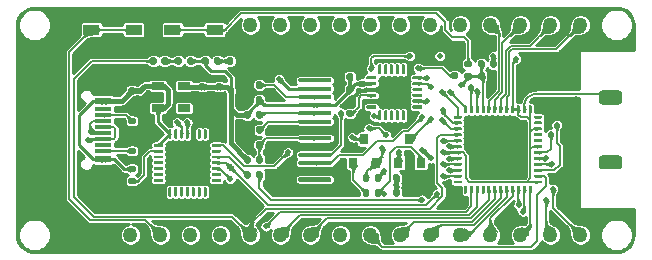
<source format=gbr>
%TF.GenerationSoftware,KiCad,Pcbnew,(5.1.10-1-10_14)*%
%TF.CreationDate,2021-10-24T23:06:49+08:00*%
%TF.ProjectId,esp32-nano,65737033-322d-46e6-916e-6f2e6b696361,1.0*%
%TF.SameCoordinates,Original*%
%TF.FileFunction,Copper,L1,Top*%
%TF.FilePolarity,Positive*%
%FSLAX46Y46*%
G04 Gerber Fmt 4.6, Leading zero omitted, Abs format (unit mm)*
G04 Created by KiCad (PCBNEW (5.1.10-1-10_14)) date 2021-10-24 23:06:49*
%MOMM*%
%LPD*%
G01*
G04 APERTURE LIST*
%TA.AperFunction,ComponentPad*%
%ADD10C,1.270000*%
%TD*%
%TA.AperFunction,SMDPad,CuDef*%
%ADD11R,1.400000X0.900000*%
%TD*%
%TA.AperFunction,SMDPad,CuDef*%
%ADD12R,1.060000X0.650000*%
%TD*%
%TA.AperFunction,SMDPad,CuDef*%
%ADD13R,0.800000X0.900000*%
%TD*%
%TA.AperFunction,SMDPad,CuDef*%
%ADD14R,1.450000X0.600000*%
%TD*%
%TA.AperFunction,SMDPad,CuDef*%
%ADD15R,1.450000X0.300000*%
%TD*%
%TA.AperFunction,ComponentPad*%
%ADD16O,2.100000X1.000000*%
%TD*%
%TA.AperFunction,ComponentPad*%
%ADD17O,1.600000X1.000000*%
%TD*%
%TA.AperFunction,SMDPad,CuDef*%
%ADD18R,3.350000X3.350000*%
%TD*%
%TA.AperFunction,ViaPad*%
%ADD19C,0.508000*%
%TD*%
%TA.AperFunction,Conductor*%
%ADD20C,0.152400*%
%TD*%
%TA.AperFunction,Conductor*%
%ADD21C,0.381000*%
%TD*%
%TA.AperFunction,Conductor*%
%ADD22C,0.254000*%
%TD*%
%TA.AperFunction,Conductor*%
%ADD23C,0.250000*%
%TD*%
%TA.AperFunction,Conductor*%
%ADD24C,0.100000*%
%TD*%
%TA.AperFunction,Conductor*%
%ADD25C,0.025400*%
%TD*%
G04 APERTURE END LIST*
D10*
%TO.P,P2,12*%
%TO.N,VBUS*%
X45466000Y-27178000D03*
%TO.P,P2,11*%
%TO.N,+3V3*%
X48006000Y-27178000D03*
%TO.P,P2,10*%
%TO.N,GPIO0*%
X50546000Y-27178000D03*
%TO.P,P2,9*%
%TO.N,GPIO2*%
X53086000Y-27178000D03*
%TO.P,P2,8*%
%TO.N,GPIO5*%
X55626000Y-27178000D03*
%TO.P,P2,7*%
%TO.N,GPIO12*%
X58166000Y-27178000D03*
%TO.P,P2,6*%
%TO.N,GPIO34*%
X60706000Y-27178000D03*
%TO.P,P2,5*%
%TO.N,GPIO35*%
X63246000Y-27178000D03*
%TO.P,P2,4*%
%TO.N,SENSOR_VN*%
X65786000Y-27178000D03*
%TO.P,P2,3*%
%TO.N,GPIO38*%
X68326000Y-27178000D03*
%TO.P,P2,2*%
%TO.N,GPIO37*%
X70866000Y-27178000D03*
%TO.P,P2,1*%
%TO.N,SENSOR_VP*%
X73406000Y-27178000D03*
%TD*%
%TO.P,P3,18*%
%TO.N,GND*%
X30226000Y-44958000D03*
%TO.P,P3,17*%
X32766000Y-44958000D03*
%TO.P,P3,16*%
%TO.N,VDD_SIO*%
X35306000Y-44958000D03*
%TO.P,P3,15*%
%TO.N,GPIO13*%
X37846000Y-44958000D03*
%TO.P,P3,14*%
%TO.N,GPIO14*%
X40386000Y-44958000D03*
%TO.P,P3,13*%
%TO.N,GPIO15*%
X42926000Y-44958000D03*
%TO.P,P3,12*%
%TO.N,GPIO27*%
X45466000Y-44958000D03*
%TO.P,P3,11*%
%TO.N,GPIO9*%
X48006000Y-44958000D03*
%TO.P,P3,10*%
%TO.N,GPIO10*%
X50546000Y-44958000D03*
%TO.P,P3,9*%
%TO.N,GPIO18*%
X53086000Y-44958000D03*
%TO.P,P3,8*%
%TO.N,GPIO19*%
X55626000Y-44958000D03*
%TO.P,P3,7*%
%TO.N,GPIO11*%
X58166000Y-44958000D03*
%TO.P,P3,6*%
%TO.N,GPIO6*%
X60706000Y-44958000D03*
%TO.P,P3,5*%
%TO.N,GPIO7*%
X63246000Y-44958000D03*
%TO.P,P3,4*%
%TO.N,GPIO8*%
X65786000Y-44958000D03*
%TO.P,P3,3*%
%TO.N,GPIO23*%
X68326000Y-44958000D03*
%TO.P,P3,2*%
%TO.N,GPIO25*%
X70866000Y-44958000D03*
%TO.P,P3,1*%
%TO.N,GPIO26*%
X73406000Y-44958000D03*
%TD*%
%TO.P,U4,1*%
%TO.N,+3V3*%
%TA.AperFunction,SMDPad,CuDef*%
G36*
G01*
X69099750Y-33977750D02*
X69224750Y-33977750D01*
G75*
G02*
X69287250Y-34040250I0J-62500D01*
G01*
X69287250Y-34615250D01*
G75*
G02*
X69224750Y-34677750I-62500J0D01*
G01*
X69099750Y-34677750D01*
G75*
G02*
X69037250Y-34615250I0J62500D01*
G01*
X69037250Y-34040250D01*
G75*
G02*
X69099750Y-33977750I62500J0D01*
G01*
G37*
%TD.AperFunction*%
%TO.P,U4,2*%
%TO.N,Net-(A1-Pad1)*%
%TA.AperFunction,SMDPad,CuDef*%
G36*
G01*
X68599750Y-33977750D02*
X68724750Y-33977750D01*
G75*
G02*
X68787250Y-34040250I0J-62500D01*
G01*
X68787250Y-34615250D01*
G75*
G02*
X68724750Y-34677750I-62500J0D01*
G01*
X68599750Y-34677750D01*
G75*
G02*
X68537250Y-34615250I0J62500D01*
G01*
X68537250Y-34040250D01*
G75*
G02*
X68599750Y-33977750I62500J0D01*
G01*
G37*
%TD.AperFunction*%
%TO.P,U4,3*%
%TO.N,+3V3*%
%TA.AperFunction,SMDPad,CuDef*%
G36*
G01*
X68099750Y-33977750D02*
X68224750Y-33977750D01*
G75*
G02*
X68287250Y-34040250I0J-62500D01*
G01*
X68287250Y-34615250D01*
G75*
G02*
X68224750Y-34677750I-62500J0D01*
G01*
X68099750Y-34677750D01*
G75*
G02*
X68037250Y-34615250I0J62500D01*
G01*
X68037250Y-34040250D01*
G75*
G02*
X68099750Y-33977750I62500J0D01*
G01*
G37*
%TD.AperFunction*%
%TO.P,U4,4*%
%TA.AperFunction,SMDPad,CuDef*%
G36*
G01*
X67599750Y-33977750D02*
X67724750Y-33977750D01*
G75*
G02*
X67787250Y-34040250I0J-62500D01*
G01*
X67787250Y-34615250D01*
G75*
G02*
X67724750Y-34677750I-62500J0D01*
G01*
X67599750Y-34677750D01*
G75*
G02*
X67537250Y-34615250I0J62500D01*
G01*
X67537250Y-34040250D01*
G75*
G02*
X67599750Y-33977750I62500J0D01*
G01*
G37*
%TD.AperFunction*%
%TO.P,U4,5*%
%TO.N,SENSOR_VP*%
%TA.AperFunction,SMDPad,CuDef*%
G36*
G01*
X67099750Y-33977750D02*
X67224750Y-33977750D01*
G75*
G02*
X67287250Y-34040250I0J-62500D01*
G01*
X67287250Y-34615250D01*
G75*
G02*
X67224750Y-34677750I-62500J0D01*
G01*
X67099750Y-34677750D01*
G75*
G02*
X67037250Y-34615250I0J62500D01*
G01*
X67037250Y-34040250D01*
G75*
G02*
X67099750Y-33977750I62500J0D01*
G01*
G37*
%TD.AperFunction*%
%TO.P,U4,6*%
%TO.N,GPIO37*%
%TA.AperFunction,SMDPad,CuDef*%
G36*
G01*
X66599750Y-33977750D02*
X66724750Y-33977750D01*
G75*
G02*
X66787250Y-34040250I0J-62500D01*
G01*
X66787250Y-34615250D01*
G75*
G02*
X66724750Y-34677750I-62500J0D01*
G01*
X66599750Y-34677750D01*
G75*
G02*
X66537250Y-34615250I0J62500D01*
G01*
X66537250Y-34040250D01*
G75*
G02*
X66599750Y-33977750I62500J0D01*
G01*
G37*
%TD.AperFunction*%
%TO.P,U4,7*%
%TO.N,GPIO38*%
%TA.AperFunction,SMDPad,CuDef*%
G36*
G01*
X66099750Y-33977750D02*
X66224750Y-33977750D01*
G75*
G02*
X66287250Y-34040250I0J-62500D01*
G01*
X66287250Y-34615250D01*
G75*
G02*
X66224750Y-34677750I-62500J0D01*
G01*
X66099750Y-34677750D01*
G75*
G02*
X66037250Y-34615250I0J62500D01*
G01*
X66037250Y-34040250D01*
G75*
G02*
X66099750Y-33977750I62500J0D01*
G01*
G37*
%TD.AperFunction*%
%TO.P,U4,8*%
%TO.N,SENSOR_VN*%
%TA.AperFunction,SMDPad,CuDef*%
G36*
G01*
X65599750Y-33977750D02*
X65724750Y-33977750D01*
G75*
G02*
X65787250Y-34040250I0J-62500D01*
G01*
X65787250Y-34615250D01*
G75*
G02*
X65724750Y-34677750I-62500J0D01*
G01*
X65599750Y-34677750D01*
G75*
G02*
X65537250Y-34615250I0J62500D01*
G01*
X65537250Y-34040250D01*
G75*
G02*
X65599750Y-33977750I62500J0D01*
G01*
G37*
%TD.AperFunction*%
%TO.P,U4,9*%
%TO.N,EN*%
%TA.AperFunction,SMDPad,CuDef*%
G36*
G01*
X65099750Y-33977750D02*
X65224750Y-33977750D01*
G75*
G02*
X65287250Y-34040250I0J-62500D01*
G01*
X65287250Y-34615250D01*
G75*
G02*
X65224750Y-34677750I-62500J0D01*
G01*
X65099750Y-34677750D01*
G75*
G02*
X65037250Y-34615250I0J62500D01*
G01*
X65037250Y-34040250D01*
G75*
G02*
X65099750Y-33977750I62500J0D01*
G01*
G37*
%TD.AperFunction*%
%TO.P,U4,10*%
%TO.N,GPIO34*%
%TA.AperFunction,SMDPad,CuDef*%
G36*
G01*
X64599750Y-33977750D02*
X64724750Y-33977750D01*
G75*
G02*
X64787250Y-34040250I0J-62500D01*
G01*
X64787250Y-34615250D01*
G75*
G02*
X64724750Y-34677750I-62500J0D01*
G01*
X64599750Y-34677750D01*
G75*
G02*
X64537250Y-34615250I0J62500D01*
G01*
X64537250Y-34040250D01*
G75*
G02*
X64599750Y-33977750I62500J0D01*
G01*
G37*
%TD.AperFunction*%
%TO.P,U4,11*%
%TO.N,GPIO35*%
%TA.AperFunction,SMDPad,CuDef*%
G36*
G01*
X64099750Y-33977750D02*
X64224750Y-33977750D01*
G75*
G02*
X64287250Y-34040250I0J-62500D01*
G01*
X64287250Y-34615250D01*
G75*
G02*
X64224750Y-34677750I-62500J0D01*
G01*
X64099750Y-34677750D01*
G75*
G02*
X64037250Y-34615250I0J62500D01*
G01*
X64037250Y-34040250D01*
G75*
G02*
X64099750Y-33977750I62500J0D01*
G01*
G37*
%TD.AperFunction*%
%TO.P,U4,12*%
%TO.N,GPIO32*%
%TA.AperFunction,SMDPad,CuDef*%
G36*
G01*
X63599750Y-33977750D02*
X63724750Y-33977750D01*
G75*
G02*
X63787250Y-34040250I0J-62500D01*
G01*
X63787250Y-34615250D01*
G75*
G02*
X63724750Y-34677750I-62500J0D01*
G01*
X63599750Y-34677750D01*
G75*
G02*
X63537250Y-34615250I0J62500D01*
G01*
X63537250Y-34040250D01*
G75*
G02*
X63599750Y-33977750I62500J0D01*
G01*
G37*
%TD.AperFunction*%
%TO.P,U4,13*%
%TO.N,GPIO33*%
%TA.AperFunction,SMDPad,CuDef*%
G36*
G01*
X62662250Y-35040250D02*
X62662250Y-34915250D01*
G75*
G02*
X62724750Y-34852750I62500J0D01*
G01*
X63299750Y-34852750D01*
G75*
G02*
X63362250Y-34915250I0J-62500D01*
G01*
X63362250Y-35040250D01*
G75*
G02*
X63299750Y-35102750I-62500J0D01*
G01*
X62724750Y-35102750D01*
G75*
G02*
X62662250Y-35040250I0J62500D01*
G01*
G37*
%TD.AperFunction*%
%TO.P,U4,14*%
%TO.N,GPIO25*%
%TA.AperFunction,SMDPad,CuDef*%
G36*
G01*
X62662250Y-35540250D02*
X62662250Y-35415250D01*
G75*
G02*
X62724750Y-35352750I62500J0D01*
G01*
X63299750Y-35352750D01*
G75*
G02*
X63362250Y-35415250I0J-62500D01*
G01*
X63362250Y-35540250D01*
G75*
G02*
X63299750Y-35602750I-62500J0D01*
G01*
X62724750Y-35602750D01*
G75*
G02*
X62662250Y-35540250I0J62500D01*
G01*
G37*
%TD.AperFunction*%
%TO.P,U4,15*%
%TO.N,GPIO26*%
%TA.AperFunction,SMDPad,CuDef*%
G36*
G01*
X62662250Y-36040250D02*
X62662250Y-35915250D01*
G75*
G02*
X62724750Y-35852750I62500J0D01*
G01*
X63299750Y-35852750D01*
G75*
G02*
X63362250Y-35915250I0J-62500D01*
G01*
X63362250Y-36040250D01*
G75*
G02*
X63299750Y-36102750I-62500J0D01*
G01*
X62724750Y-36102750D01*
G75*
G02*
X62662250Y-36040250I0J62500D01*
G01*
G37*
%TD.AperFunction*%
%TO.P,U4,16*%
%TO.N,GPIO27*%
%TA.AperFunction,SMDPad,CuDef*%
G36*
G01*
X62662250Y-36540250D02*
X62662250Y-36415250D01*
G75*
G02*
X62724750Y-36352750I62500J0D01*
G01*
X63299750Y-36352750D01*
G75*
G02*
X63362250Y-36415250I0J-62500D01*
G01*
X63362250Y-36540250D01*
G75*
G02*
X63299750Y-36602750I-62500J0D01*
G01*
X62724750Y-36602750D01*
G75*
G02*
X62662250Y-36540250I0J62500D01*
G01*
G37*
%TD.AperFunction*%
%TO.P,U4,17*%
%TO.N,GPIO14*%
%TA.AperFunction,SMDPad,CuDef*%
G36*
G01*
X62662250Y-37040250D02*
X62662250Y-36915250D01*
G75*
G02*
X62724750Y-36852750I62500J0D01*
G01*
X63299750Y-36852750D01*
G75*
G02*
X63362250Y-36915250I0J-62500D01*
G01*
X63362250Y-37040250D01*
G75*
G02*
X63299750Y-37102750I-62500J0D01*
G01*
X62724750Y-37102750D01*
G75*
G02*
X62662250Y-37040250I0J62500D01*
G01*
G37*
%TD.AperFunction*%
%TO.P,U4,18*%
%TO.N,GPIO12*%
%TA.AperFunction,SMDPad,CuDef*%
G36*
G01*
X62662250Y-37540250D02*
X62662250Y-37415250D01*
G75*
G02*
X62724750Y-37352750I62500J0D01*
G01*
X63299750Y-37352750D01*
G75*
G02*
X63362250Y-37415250I0J-62500D01*
G01*
X63362250Y-37540250D01*
G75*
G02*
X63299750Y-37602750I-62500J0D01*
G01*
X62724750Y-37602750D01*
G75*
G02*
X62662250Y-37540250I0J62500D01*
G01*
G37*
%TD.AperFunction*%
%TO.P,U4,19*%
%TO.N,+3V3*%
%TA.AperFunction,SMDPad,CuDef*%
G36*
G01*
X62662250Y-38040250D02*
X62662250Y-37915250D01*
G75*
G02*
X62724750Y-37852750I62500J0D01*
G01*
X63299750Y-37852750D01*
G75*
G02*
X63362250Y-37915250I0J-62500D01*
G01*
X63362250Y-38040250D01*
G75*
G02*
X63299750Y-38102750I-62500J0D01*
G01*
X62724750Y-38102750D01*
G75*
G02*
X62662250Y-38040250I0J62500D01*
G01*
G37*
%TD.AperFunction*%
%TO.P,U4,20*%
%TO.N,GPIO13*%
%TA.AperFunction,SMDPad,CuDef*%
G36*
G01*
X62662250Y-38540250D02*
X62662250Y-38415250D01*
G75*
G02*
X62724750Y-38352750I62500J0D01*
G01*
X63299750Y-38352750D01*
G75*
G02*
X63362250Y-38415250I0J-62500D01*
G01*
X63362250Y-38540250D01*
G75*
G02*
X63299750Y-38602750I-62500J0D01*
G01*
X62724750Y-38602750D01*
G75*
G02*
X62662250Y-38540250I0J62500D01*
G01*
G37*
%TD.AperFunction*%
%TO.P,U4,21*%
%TO.N,GPIO15*%
%TA.AperFunction,SMDPad,CuDef*%
G36*
G01*
X62662250Y-39040250D02*
X62662250Y-38915250D01*
G75*
G02*
X62724750Y-38852750I62500J0D01*
G01*
X63299750Y-38852750D01*
G75*
G02*
X63362250Y-38915250I0J-62500D01*
G01*
X63362250Y-39040250D01*
G75*
G02*
X63299750Y-39102750I-62500J0D01*
G01*
X62724750Y-39102750D01*
G75*
G02*
X62662250Y-39040250I0J62500D01*
G01*
G37*
%TD.AperFunction*%
%TO.P,U4,22*%
%TO.N,GPIO2*%
%TA.AperFunction,SMDPad,CuDef*%
G36*
G01*
X62662250Y-39540250D02*
X62662250Y-39415250D01*
G75*
G02*
X62724750Y-39352750I62500J0D01*
G01*
X63299750Y-39352750D01*
G75*
G02*
X63362250Y-39415250I0J-62500D01*
G01*
X63362250Y-39540250D01*
G75*
G02*
X63299750Y-39602750I-62500J0D01*
G01*
X62724750Y-39602750D01*
G75*
G02*
X62662250Y-39540250I0J62500D01*
G01*
G37*
%TD.AperFunction*%
%TO.P,U4,23*%
%TO.N,GPIO0*%
%TA.AperFunction,SMDPad,CuDef*%
G36*
G01*
X62662250Y-40040250D02*
X62662250Y-39915250D01*
G75*
G02*
X62724750Y-39852750I62500J0D01*
G01*
X63299750Y-39852750D01*
G75*
G02*
X63362250Y-39915250I0J-62500D01*
G01*
X63362250Y-40040250D01*
G75*
G02*
X63299750Y-40102750I-62500J0D01*
G01*
X62724750Y-40102750D01*
G75*
G02*
X62662250Y-40040250I0J62500D01*
G01*
G37*
%TD.AperFunction*%
%TO.P,U4,24*%
%TO.N,Net-(U4-Pad24)*%
%TA.AperFunction,SMDPad,CuDef*%
G36*
G01*
X62662250Y-40540250D02*
X62662250Y-40415250D01*
G75*
G02*
X62724750Y-40352750I62500J0D01*
G01*
X63299750Y-40352750D01*
G75*
G02*
X63362250Y-40415250I0J-62500D01*
G01*
X63362250Y-40540250D01*
G75*
G02*
X63299750Y-40602750I-62500J0D01*
G01*
X62724750Y-40602750D01*
G75*
G02*
X62662250Y-40540250I0J62500D01*
G01*
G37*
%TD.AperFunction*%
%TO.P,U4,25*%
%TO.N,Net-(U4-Pad25)*%
%TA.AperFunction,SMDPad,CuDef*%
G36*
G01*
X63599750Y-40777750D02*
X63724750Y-40777750D01*
G75*
G02*
X63787250Y-40840250I0J-62500D01*
G01*
X63787250Y-41415250D01*
G75*
G02*
X63724750Y-41477750I-62500J0D01*
G01*
X63599750Y-41477750D01*
G75*
G02*
X63537250Y-41415250I0J62500D01*
G01*
X63537250Y-40840250D01*
G75*
G02*
X63599750Y-40777750I62500J0D01*
G01*
G37*
%TD.AperFunction*%
%TO.P,U4,26*%
%TO.N,VDD_SIO*%
%TA.AperFunction,SMDPad,CuDef*%
G36*
G01*
X64099750Y-40777750D02*
X64224750Y-40777750D01*
G75*
G02*
X64287250Y-40840250I0J-62500D01*
G01*
X64287250Y-41415250D01*
G75*
G02*
X64224750Y-41477750I-62500J0D01*
G01*
X64099750Y-41477750D01*
G75*
G02*
X64037250Y-41415250I0J62500D01*
G01*
X64037250Y-40840250D01*
G75*
G02*
X64099750Y-40777750I62500J0D01*
G01*
G37*
%TD.AperFunction*%
%TO.P,U4,27*%
%TO.N,GPIO9*%
%TA.AperFunction,SMDPad,CuDef*%
G36*
G01*
X64599750Y-40777750D02*
X64724750Y-40777750D01*
G75*
G02*
X64787250Y-40840250I0J-62500D01*
G01*
X64787250Y-41415250D01*
G75*
G02*
X64724750Y-41477750I-62500J0D01*
G01*
X64599750Y-41477750D01*
G75*
G02*
X64537250Y-41415250I0J62500D01*
G01*
X64537250Y-40840250D01*
G75*
G02*
X64599750Y-40777750I62500J0D01*
G01*
G37*
%TD.AperFunction*%
%TO.P,U4,28*%
%TO.N,Net-(U4-Pad28)*%
%TA.AperFunction,SMDPad,CuDef*%
G36*
G01*
X65099750Y-40777750D02*
X65224750Y-40777750D01*
G75*
G02*
X65287250Y-40840250I0J-62500D01*
G01*
X65287250Y-41415250D01*
G75*
G02*
X65224750Y-41477750I-62500J0D01*
G01*
X65099750Y-41477750D01*
G75*
G02*
X65037250Y-41415250I0J62500D01*
G01*
X65037250Y-40840250D01*
G75*
G02*
X65099750Y-40777750I62500J0D01*
G01*
G37*
%TD.AperFunction*%
%TO.P,U4,29*%
%TO.N,GPIO10*%
%TA.AperFunction,SMDPad,CuDef*%
G36*
G01*
X65599750Y-40777750D02*
X65724750Y-40777750D01*
G75*
G02*
X65787250Y-40840250I0J-62500D01*
G01*
X65787250Y-41415250D01*
G75*
G02*
X65724750Y-41477750I-62500J0D01*
G01*
X65599750Y-41477750D01*
G75*
G02*
X65537250Y-41415250I0J62500D01*
G01*
X65537250Y-40840250D01*
G75*
G02*
X65599750Y-40777750I62500J0D01*
G01*
G37*
%TD.AperFunction*%
%TO.P,U4,30*%
%TO.N,GPIO11*%
%TA.AperFunction,SMDPad,CuDef*%
G36*
G01*
X66099750Y-40777750D02*
X66224750Y-40777750D01*
G75*
G02*
X66287250Y-40840250I0J-62500D01*
G01*
X66287250Y-41415250D01*
G75*
G02*
X66224750Y-41477750I-62500J0D01*
G01*
X66099750Y-41477750D01*
G75*
G02*
X66037250Y-41415250I0J62500D01*
G01*
X66037250Y-40840250D01*
G75*
G02*
X66099750Y-40777750I62500J0D01*
G01*
G37*
%TD.AperFunction*%
%TO.P,U4,31*%
%TO.N,GPIO6*%
%TA.AperFunction,SMDPad,CuDef*%
G36*
G01*
X66599750Y-40777750D02*
X66724750Y-40777750D01*
G75*
G02*
X66787250Y-40840250I0J-62500D01*
G01*
X66787250Y-41415250D01*
G75*
G02*
X66724750Y-41477750I-62500J0D01*
G01*
X66599750Y-41477750D01*
G75*
G02*
X66537250Y-41415250I0J62500D01*
G01*
X66537250Y-40840250D01*
G75*
G02*
X66599750Y-40777750I62500J0D01*
G01*
G37*
%TD.AperFunction*%
%TO.P,U4,32*%
%TO.N,GPIO7*%
%TA.AperFunction,SMDPad,CuDef*%
G36*
G01*
X67099750Y-40777750D02*
X67224750Y-40777750D01*
G75*
G02*
X67287250Y-40840250I0J-62500D01*
G01*
X67287250Y-41415250D01*
G75*
G02*
X67224750Y-41477750I-62500J0D01*
G01*
X67099750Y-41477750D01*
G75*
G02*
X67037250Y-41415250I0J62500D01*
G01*
X67037250Y-40840250D01*
G75*
G02*
X67099750Y-40777750I62500J0D01*
G01*
G37*
%TD.AperFunction*%
%TO.P,U4,33*%
%TO.N,GPIO8*%
%TA.AperFunction,SMDPad,CuDef*%
G36*
G01*
X67599750Y-40777750D02*
X67724750Y-40777750D01*
G75*
G02*
X67787250Y-40840250I0J-62500D01*
G01*
X67787250Y-41415250D01*
G75*
G02*
X67724750Y-41477750I-62500J0D01*
G01*
X67599750Y-41477750D01*
G75*
G02*
X67537250Y-41415250I0J62500D01*
G01*
X67537250Y-40840250D01*
G75*
G02*
X67599750Y-40777750I62500J0D01*
G01*
G37*
%TD.AperFunction*%
%TO.P,U4,34*%
%TO.N,GPIO5*%
%TA.AperFunction,SMDPad,CuDef*%
G36*
G01*
X68099750Y-40777750D02*
X68224750Y-40777750D01*
G75*
G02*
X68287250Y-40840250I0J-62500D01*
G01*
X68287250Y-41415250D01*
G75*
G02*
X68224750Y-41477750I-62500J0D01*
G01*
X68099750Y-41477750D01*
G75*
G02*
X68037250Y-41415250I0J62500D01*
G01*
X68037250Y-40840250D01*
G75*
G02*
X68099750Y-40777750I62500J0D01*
G01*
G37*
%TD.AperFunction*%
%TO.P,U4,35*%
%TO.N,GPIO18*%
%TA.AperFunction,SMDPad,CuDef*%
G36*
G01*
X68599750Y-40777750D02*
X68724750Y-40777750D01*
G75*
G02*
X68787250Y-40840250I0J-62500D01*
G01*
X68787250Y-41415250D01*
G75*
G02*
X68724750Y-41477750I-62500J0D01*
G01*
X68599750Y-41477750D01*
G75*
G02*
X68537250Y-41415250I0J62500D01*
G01*
X68537250Y-40840250D01*
G75*
G02*
X68599750Y-40777750I62500J0D01*
G01*
G37*
%TD.AperFunction*%
%TO.P,U4,36*%
%TO.N,GPIO23*%
%TA.AperFunction,SMDPad,CuDef*%
G36*
G01*
X69099750Y-40777750D02*
X69224750Y-40777750D01*
G75*
G02*
X69287250Y-40840250I0J-62500D01*
G01*
X69287250Y-41415250D01*
G75*
G02*
X69224750Y-41477750I-62500J0D01*
G01*
X69099750Y-41477750D01*
G75*
G02*
X69037250Y-41415250I0J62500D01*
G01*
X69037250Y-40840250D01*
G75*
G02*
X69099750Y-40777750I62500J0D01*
G01*
G37*
%TD.AperFunction*%
%TO.P,U4,37*%
%TO.N,+3V3*%
%TA.AperFunction,SMDPad,CuDef*%
G36*
G01*
X69462250Y-40540250D02*
X69462250Y-40415250D01*
G75*
G02*
X69524750Y-40352750I62500J0D01*
G01*
X70099750Y-40352750D01*
G75*
G02*
X70162250Y-40415250I0J-62500D01*
G01*
X70162250Y-40540250D01*
G75*
G02*
X70099750Y-40602750I-62500J0D01*
G01*
X69524750Y-40602750D01*
G75*
G02*
X69462250Y-40540250I0J62500D01*
G01*
G37*
%TD.AperFunction*%
%TO.P,U4,38*%
%TO.N,GPIO19*%
%TA.AperFunction,SMDPad,CuDef*%
G36*
G01*
X69462250Y-40040250D02*
X69462250Y-39915250D01*
G75*
G02*
X69524750Y-39852750I62500J0D01*
G01*
X70099750Y-39852750D01*
G75*
G02*
X70162250Y-39915250I0J-62500D01*
G01*
X70162250Y-40040250D01*
G75*
G02*
X70099750Y-40102750I-62500J0D01*
G01*
X69524750Y-40102750D01*
G75*
G02*
X69462250Y-40040250I0J62500D01*
G01*
G37*
%TD.AperFunction*%
%TO.P,U4,39*%
%TO.N,GPIO22*%
%TA.AperFunction,SMDPad,CuDef*%
G36*
G01*
X69462250Y-39540250D02*
X69462250Y-39415250D01*
G75*
G02*
X69524750Y-39352750I62500J0D01*
G01*
X70099750Y-39352750D01*
G75*
G02*
X70162250Y-39415250I0J-62500D01*
G01*
X70162250Y-39540250D01*
G75*
G02*
X70099750Y-39602750I-62500J0D01*
G01*
X69524750Y-39602750D01*
G75*
G02*
X69462250Y-39540250I0J62500D01*
G01*
G37*
%TD.AperFunction*%
%TO.P,U4,40*%
%TO.N,CP_Tx*%
%TA.AperFunction,SMDPad,CuDef*%
G36*
G01*
X69462250Y-39040250D02*
X69462250Y-38915250D01*
G75*
G02*
X69524750Y-38852750I62500J0D01*
G01*
X70099750Y-38852750D01*
G75*
G02*
X70162250Y-38915250I0J-62500D01*
G01*
X70162250Y-39040250D01*
G75*
G02*
X70099750Y-39102750I-62500J0D01*
G01*
X69524750Y-39102750D01*
G75*
G02*
X69462250Y-39040250I0J62500D01*
G01*
G37*
%TD.AperFunction*%
%TO.P,U4,41*%
%TO.N,CP_Rx*%
%TA.AperFunction,SMDPad,CuDef*%
G36*
G01*
X69462250Y-38540250D02*
X69462250Y-38415250D01*
G75*
G02*
X69524750Y-38352750I62500J0D01*
G01*
X70099750Y-38352750D01*
G75*
G02*
X70162250Y-38415250I0J-62500D01*
G01*
X70162250Y-38540250D01*
G75*
G02*
X70099750Y-38602750I-62500J0D01*
G01*
X69524750Y-38602750D01*
G75*
G02*
X69462250Y-38540250I0J62500D01*
G01*
G37*
%TD.AperFunction*%
%TO.P,U4,42*%
%TO.N,GPIO21*%
%TA.AperFunction,SMDPad,CuDef*%
G36*
G01*
X69462250Y-38040250D02*
X69462250Y-37915250D01*
G75*
G02*
X69524750Y-37852750I62500J0D01*
G01*
X70099750Y-37852750D01*
G75*
G02*
X70162250Y-37915250I0J-62500D01*
G01*
X70162250Y-38040250D01*
G75*
G02*
X70099750Y-38102750I-62500J0D01*
G01*
X69524750Y-38102750D01*
G75*
G02*
X69462250Y-38040250I0J62500D01*
G01*
G37*
%TD.AperFunction*%
%TO.P,U4,43*%
%TO.N,+3V3*%
%TA.AperFunction,SMDPad,CuDef*%
G36*
G01*
X69462250Y-37540250D02*
X69462250Y-37415250D01*
G75*
G02*
X69524750Y-37352750I62500J0D01*
G01*
X70099750Y-37352750D01*
G75*
G02*
X70162250Y-37415250I0J-62500D01*
G01*
X70162250Y-37540250D01*
G75*
G02*
X70099750Y-37602750I-62500J0D01*
G01*
X69524750Y-37602750D01*
G75*
G02*
X69462250Y-37540250I0J62500D01*
G01*
G37*
%TD.AperFunction*%
%TO.P,U4,44*%
%TO.N,Net-(U4-Pad44)*%
%TA.AperFunction,SMDPad,CuDef*%
G36*
G01*
X69462250Y-37040250D02*
X69462250Y-36915250D01*
G75*
G02*
X69524750Y-36852750I62500J0D01*
G01*
X70099750Y-36852750D01*
G75*
G02*
X70162250Y-36915250I0J-62500D01*
G01*
X70162250Y-37040250D01*
G75*
G02*
X70099750Y-37102750I-62500J0D01*
G01*
X69524750Y-37102750D01*
G75*
G02*
X69462250Y-37040250I0J62500D01*
G01*
G37*
%TD.AperFunction*%
%TO.P,U4,45*%
%TO.N,Net-(U4-Pad45)*%
%TA.AperFunction,SMDPad,CuDef*%
G36*
G01*
X69462250Y-36540250D02*
X69462250Y-36415250D01*
G75*
G02*
X69524750Y-36352750I62500J0D01*
G01*
X70099750Y-36352750D01*
G75*
G02*
X70162250Y-36415250I0J-62500D01*
G01*
X70162250Y-36540250D01*
G75*
G02*
X70099750Y-36602750I-62500J0D01*
G01*
X69524750Y-36602750D01*
G75*
G02*
X69462250Y-36540250I0J62500D01*
G01*
G37*
%TD.AperFunction*%
%TO.P,U4,46*%
%TO.N,+3V3*%
%TA.AperFunction,SMDPad,CuDef*%
G36*
G01*
X69462250Y-36040250D02*
X69462250Y-35915250D01*
G75*
G02*
X69524750Y-35852750I62500J0D01*
G01*
X70099750Y-35852750D01*
G75*
G02*
X70162250Y-35915250I0J-62500D01*
G01*
X70162250Y-36040250D01*
G75*
G02*
X70099750Y-36102750I-62500J0D01*
G01*
X69524750Y-36102750D01*
G75*
G02*
X69462250Y-36040250I0J62500D01*
G01*
G37*
%TD.AperFunction*%
%TO.P,U4,47*%
%TO.N,Net-(U4-Pad47)*%
%TA.AperFunction,SMDPad,CuDef*%
G36*
G01*
X69462250Y-35540250D02*
X69462250Y-35415250D01*
G75*
G02*
X69524750Y-35352750I62500J0D01*
G01*
X70099750Y-35352750D01*
G75*
G02*
X70162250Y-35415250I0J-62500D01*
G01*
X70162250Y-35540250D01*
G75*
G02*
X70099750Y-35602750I-62500J0D01*
G01*
X69524750Y-35602750D01*
G75*
G02*
X69462250Y-35540250I0J62500D01*
G01*
G37*
%TD.AperFunction*%
%TO.P,U4,48*%
%TO.N,Net-(U4-Pad48)*%
%TA.AperFunction,SMDPad,CuDef*%
G36*
G01*
X69462250Y-35040250D02*
X69462250Y-34915250D01*
G75*
G02*
X69524750Y-34852750I62500J0D01*
G01*
X70099750Y-34852750D01*
G75*
G02*
X70162250Y-34915250I0J-62500D01*
G01*
X70162250Y-35040250D01*
G75*
G02*
X70099750Y-35102750I-62500J0D01*
G01*
X69524750Y-35102750D01*
G75*
G02*
X69462250Y-35040250I0J62500D01*
G01*
G37*
%TD.AperFunction*%
%TO.P,U4,49*%
%TO.N,GND*%
%TA.AperFunction,SMDPad,CuDef*%
G36*
G01*
X64564250Y-35627750D02*
X68260250Y-35627750D01*
G75*
G02*
X68512250Y-35879750I0J-252000D01*
G01*
X68512250Y-39575750D01*
G75*
G02*
X68260250Y-39827750I-252000J0D01*
G01*
X64564250Y-39827750D01*
G75*
G02*
X64312250Y-39575750I0J252000D01*
G01*
X64312250Y-35879750D01*
G75*
G02*
X64564250Y-35627750I252000J0D01*
G01*
G37*
%TD.AperFunction*%
%TD*%
D11*
%TO.P,K2,3*%
%TO.N,GPIO13*%
X35582000Y-27574000D03*
%TO.P,K2,4*%
X31982000Y-27574000D03*
%TO.P,K2,2*%
%TO.N,GND*%
X31982000Y-26274000D03*
%TO.P,K2,1*%
X35582000Y-26274000D03*
%TD*%
%TO.P,K1,3*%
%TO.N,Net-(K1-Pad3)*%
X42440000Y-27574000D03*
%TO.P,K1,4*%
X38840000Y-27574000D03*
%TO.P,K1,2*%
%TO.N,GND*%
X38840000Y-26274000D03*
%TO.P,K1,1*%
X42440000Y-26274000D03*
%TD*%
%TO.P,A1,1*%
%TO.N,Net-(A1-Pad1)*%
%TA.AperFunction,SMDPad,CuDef*%
G36*
G01*
X75246000Y-32718000D02*
X76646000Y-32718000D01*
G75*
G02*
X76946000Y-33018000I0J-300000D01*
G01*
X76946000Y-33618000D01*
G75*
G02*
X76646000Y-33918000I-300000J0D01*
G01*
X75246000Y-33918000D01*
G75*
G02*
X74946000Y-33618000I0J300000D01*
G01*
X74946000Y-33018000D01*
G75*
G02*
X75246000Y-32718000I300000J0D01*
G01*
G37*
%TD.AperFunction*%
%TO.P,A1,2*%
%TO.N,N/C*%
%TA.AperFunction,SMDPad,CuDef*%
G36*
G01*
X75246000Y-38218000D02*
X76646000Y-38218000D01*
G75*
G02*
X76946000Y-38518000I0J-300000D01*
G01*
X76946000Y-39118000D01*
G75*
G02*
X76646000Y-39418000I-300000J0D01*
G01*
X75246000Y-39418000D01*
G75*
G02*
X74946000Y-39118000I0J300000D01*
G01*
X74946000Y-38518000D01*
G75*
G02*
X75246000Y-38218000I300000J0D01*
G01*
G37*
%TD.AperFunction*%
%TD*%
D12*
%TO.P,U2,5*%
%TO.N,+3V3*%
X39835000Y-32324000D03*
%TO.P,U2,4*%
%TO.N,Net-(U2-Pad4)*%
X39835000Y-34224000D03*
%TO.P,U2,3*%
%TO.N,VBUS*%
X37635000Y-34224000D03*
%TO.P,U2,2*%
%TO.N,GND*%
X37635000Y-33274000D03*
%TO.P,U2,1*%
%TO.N,VBUS*%
X37635000Y-32324000D03*
%TD*%
%TO.P,C14,2*%
%TO.N,GND*%
%TA.AperFunction,SMDPad,CuDef*%
G36*
G01*
X35603000Y-32058000D02*
X35263000Y-32058000D01*
G75*
G02*
X35123000Y-31918000I0J140000D01*
G01*
X35123000Y-31638000D01*
G75*
G02*
X35263000Y-31498000I140000J0D01*
G01*
X35603000Y-31498000D01*
G75*
G02*
X35743000Y-31638000I0J-140000D01*
G01*
X35743000Y-31918000D01*
G75*
G02*
X35603000Y-32058000I-140000J0D01*
G01*
G37*
%TD.AperFunction*%
%TO.P,C14,1*%
%TO.N,VBUS*%
%TA.AperFunction,SMDPad,CuDef*%
G36*
G01*
X35603000Y-33018000D02*
X35263000Y-33018000D01*
G75*
G02*
X35123000Y-32878000I0J140000D01*
G01*
X35123000Y-32598000D01*
G75*
G02*
X35263000Y-32458000I140000J0D01*
G01*
X35603000Y-32458000D01*
G75*
G02*
X35743000Y-32598000I0J-140000D01*
G01*
X35743000Y-32878000D01*
G75*
G02*
X35603000Y-33018000I-140000J0D01*
G01*
G37*
%TD.AperFunction*%
%TD*%
%TO.P,C13,2*%
%TO.N,GND*%
%TA.AperFunction,SMDPad,CuDef*%
G36*
G01*
X45520000Y-32088000D02*
X45520000Y-32428000D01*
G75*
G02*
X45380000Y-32568000I-140000J0D01*
G01*
X45100000Y-32568000D01*
G75*
G02*
X44960000Y-32428000I0J140000D01*
G01*
X44960000Y-32088000D01*
G75*
G02*
X45100000Y-31948000I140000J0D01*
G01*
X45380000Y-31948000D01*
G75*
G02*
X45520000Y-32088000I0J-140000D01*
G01*
G37*
%TD.AperFunction*%
%TO.P,C13,1*%
%TO.N,Net-(C13-Pad1)*%
%TA.AperFunction,SMDPad,CuDef*%
G36*
G01*
X46480000Y-32088000D02*
X46480000Y-32428000D01*
G75*
G02*
X46340000Y-32568000I-140000J0D01*
G01*
X46060000Y-32568000D01*
G75*
G02*
X45920000Y-32428000I0J140000D01*
G01*
X45920000Y-32088000D01*
G75*
G02*
X46060000Y-31948000I140000J0D01*
G01*
X46340000Y-31948000D01*
G75*
G02*
X46480000Y-32088000I0J-140000D01*
G01*
G37*
%TD.AperFunction*%
%TD*%
%TO.P,C12,2*%
%TO.N,GND*%
%TA.AperFunction,SMDPad,CuDef*%
G36*
G01*
X45520000Y-37168000D02*
X45520000Y-37508000D01*
G75*
G02*
X45380000Y-37648000I-140000J0D01*
G01*
X45100000Y-37648000D01*
G75*
G02*
X44960000Y-37508000I0J140000D01*
G01*
X44960000Y-37168000D01*
G75*
G02*
X45100000Y-37028000I140000J0D01*
G01*
X45380000Y-37028000D01*
G75*
G02*
X45520000Y-37168000I0J-140000D01*
G01*
G37*
%TD.AperFunction*%
%TO.P,C12,1*%
%TO.N,Net-(C12-Pad1)*%
%TA.AperFunction,SMDPad,CuDef*%
G36*
G01*
X46480000Y-37168000D02*
X46480000Y-37508000D01*
G75*
G02*
X46340000Y-37648000I-140000J0D01*
G01*
X46060000Y-37648000D01*
G75*
G02*
X45920000Y-37508000I0J140000D01*
G01*
X45920000Y-37168000D01*
G75*
G02*
X46060000Y-37028000I140000J0D01*
G01*
X46340000Y-37028000D01*
G75*
G02*
X46480000Y-37168000I0J-140000D01*
G01*
G37*
%TD.AperFunction*%
%TD*%
%TO.P,C11,2*%
%TO.N,+3V3*%
%TA.AperFunction,SMDPad,CuDef*%
G36*
G01*
X45920000Y-33698000D02*
X45920000Y-33358000D01*
G75*
G02*
X46060000Y-33218000I140000J0D01*
G01*
X46340000Y-33218000D01*
G75*
G02*
X46480000Y-33358000I0J-140000D01*
G01*
X46480000Y-33698000D01*
G75*
G02*
X46340000Y-33838000I-140000J0D01*
G01*
X46060000Y-33838000D01*
G75*
G02*
X45920000Y-33698000I0J140000D01*
G01*
G37*
%TD.AperFunction*%
%TO.P,C11,1*%
%TO.N,GND*%
%TA.AperFunction,SMDPad,CuDef*%
G36*
G01*
X44960000Y-33698000D02*
X44960000Y-33358000D01*
G75*
G02*
X45100000Y-33218000I140000J0D01*
G01*
X45380000Y-33218000D01*
G75*
G02*
X45520000Y-33358000I0J-140000D01*
G01*
X45520000Y-33698000D01*
G75*
G02*
X45380000Y-33838000I-140000J0D01*
G01*
X45100000Y-33838000D01*
G75*
G02*
X44960000Y-33698000I0J140000D01*
G01*
G37*
%TD.AperFunction*%
%TD*%
%TO.P,C10,2*%
%TO.N,+3V3*%
%TA.AperFunction,SMDPad,CuDef*%
G36*
G01*
X53698250Y-31279750D02*
X54038250Y-31279750D01*
G75*
G02*
X54178250Y-31419750I0J-140000D01*
G01*
X54178250Y-31699750D01*
G75*
G02*
X54038250Y-31839750I-140000J0D01*
G01*
X53698250Y-31839750D01*
G75*
G02*
X53558250Y-31699750I0J140000D01*
G01*
X53558250Y-31419750D01*
G75*
G02*
X53698250Y-31279750I140000J0D01*
G01*
G37*
%TD.AperFunction*%
%TO.P,C10,1*%
%TO.N,GND*%
%TA.AperFunction,SMDPad,CuDef*%
G36*
G01*
X53698250Y-30319750D02*
X54038250Y-30319750D01*
G75*
G02*
X54178250Y-30459750I0J-140000D01*
G01*
X54178250Y-30739750D01*
G75*
G02*
X54038250Y-30879750I-140000J0D01*
G01*
X53698250Y-30879750D01*
G75*
G02*
X53558250Y-30739750I0J140000D01*
G01*
X53558250Y-30459750D01*
G75*
G02*
X53698250Y-30319750I140000J0D01*
G01*
G37*
%TD.AperFunction*%
%TD*%
%TO.P,C9,2*%
%TO.N,Net-(C9-Pad2)*%
%TA.AperFunction,SMDPad,CuDef*%
G36*
G01*
X62568000Y-31188000D02*
X62908000Y-31188000D01*
G75*
G02*
X63048000Y-31328000I0J-140000D01*
G01*
X63048000Y-31608000D01*
G75*
G02*
X62908000Y-31748000I-140000J0D01*
G01*
X62568000Y-31748000D01*
G75*
G02*
X62428000Y-31608000I0J140000D01*
G01*
X62428000Y-31328000D01*
G75*
G02*
X62568000Y-31188000I140000J0D01*
G01*
G37*
%TD.AperFunction*%
%TO.P,C9,1*%
%TO.N,GND*%
%TA.AperFunction,SMDPad,CuDef*%
G36*
G01*
X62568000Y-30228000D02*
X62908000Y-30228000D01*
G75*
G02*
X63048000Y-30368000I0J-140000D01*
G01*
X63048000Y-30648000D01*
G75*
G02*
X62908000Y-30788000I-140000J0D01*
G01*
X62568000Y-30788000D01*
G75*
G02*
X62428000Y-30648000I0J140000D01*
G01*
X62428000Y-30368000D01*
G75*
G02*
X62568000Y-30228000I140000J0D01*
G01*
G37*
%TD.AperFunction*%
%TD*%
%TO.P,C8,2*%
%TO.N,Net-(C8-Pad2)*%
%TA.AperFunction,SMDPad,CuDef*%
G36*
G01*
X54038250Y-34943750D02*
X53698250Y-34943750D01*
G75*
G02*
X53558250Y-34803750I0J140000D01*
G01*
X53558250Y-34523750D01*
G75*
G02*
X53698250Y-34383750I140000J0D01*
G01*
X54038250Y-34383750D01*
G75*
G02*
X54178250Y-34523750I0J-140000D01*
G01*
X54178250Y-34803750D01*
G75*
G02*
X54038250Y-34943750I-140000J0D01*
G01*
G37*
%TD.AperFunction*%
%TO.P,C8,1*%
%TO.N,GND*%
%TA.AperFunction,SMDPad,CuDef*%
G36*
G01*
X54038250Y-35903750D02*
X53698250Y-35903750D01*
G75*
G02*
X53558250Y-35763750I0J140000D01*
G01*
X53558250Y-35483750D01*
G75*
G02*
X53698250Y-35343750I140000J0D01*
G01*
X54038250Y-35343750D01*
G75*
G02*
X54178250Y-35483750I0J-140000D01*
G01*
X54178250Y-35763750D01*
G75*
G02*
X54038250Y-35903750I-140000J0D01*
G01*
G37*
%TD.AperFunction*%
%TD*%
%TO.P,C7,2*%
%TO.N,GND*%
%TA.AperFunction,SMDPad,CuDef*%
G36*
G01*
X65732000Y-31666000D02*
X65732000Y-31326000D01*
G75*
G02*
X65872000Y-31186000I140000J0D01*
G01*
X66152000Y-31186000D01*
G75*
G02*
X66292000Y-31326000I0J-140000D01*
G01*
X66292000Y-31666000D01*
G75*
G02*
X66152000Y-31806000I-140000J0D01*
G01*
X65872000Y-31806000D01*
G75*
G02*
X65732000Y-31666000I0J140000D01*
G01*
G37*
%TD.AperFunction*%
%TO.P,C7,1*%
%TO.N,EN*%
%TA.AperFunction,SMDPad,CuDef*%
G36*
G01*
X64772000Y-31666000D02*
X64772000Y-31326000D01*
G75*
G02*
X64912000Y-31186000I140000J0D01*
G01*
X65192000Y-31186000D01*
G75*
G02*
X65332000Y-31326000I0J-140000D01*
G01*
X65332000Y-31666000D01*
G75*
G02*
X65192000Y-31806000I-140000J0D01*
G01*
X64912000Y-31806000D01*
G75*
G02*
X64772000Y-31666000I0J140000D01*
G01*
G37*
%TD.AperFunction*%
%TD*%
%TO.P,C6,2*%
%TO.N,GND*%
%TA.AperFunction,SMDPad,CuDef*%
G36*
G01*
X53698250Y-33311750D02*
X54038250Y-33311750D01*
G75*
G02*
X54178250Y-33451750I0J-140000D01*
G01*
X54178250Y-33731750D01*
G75*
G02*
X54038250Y-33871750I-140000J0D01*
G01*
X53698250Y-33871750D01*
G75*
G02*
X53558250Y-33731750I0J140000D01*
G01*
X53558250Y-33451750D01*
G75*
G02*
X53698250Y-33311750I140000J0D01*
G01*
G37*
%TD.AperFunction*%
%TO.P,C6,1*%
%TO.N,+3V3*%
%TA.AperFunction,SMDPad,CuDef*%
G36*
G01*
X53698250Y-32351750D02*
X54038250Y-32351750D01*
G75*
G02*
X54178250Y-32491750I0J-140000D01*
G01*
X54178250Y-32771750D01*
G75*
G02*
X54038250Y-32911750I-140000J0D01*
G01*
X53698250Y-32911750D01*
G75*
G02*
X53558250Y-32771750I0J140000D01*
G01*
X53558250Y-32491750D01*
G75*
G02*
X53698250Y-32351750I140000J0D01*
G01*
G37*
%TD.AperFunction*%
%TD*%
%TO.P,C5,2*%
%TO.N,GND*%
%TA.AperFunction,SMDPad,CuDef*%
G36*
G01*
X58493000Y-41572000D02*
X58493000Y-41232000D01*
G75*
G02*
X58633000Y-41092000I140000J0D01*
G01*
X58913000Y-41092000D01*
G75*
G02*
X59053000Y-41232000I0J-140000D01*
G01*
X59053000Y-41572000D01*
G75*
G02*
X58913000Y-41712000I-140000J0D01*
G01*
X58633000Y-41712000D01*
G75*
G02*
X58493000Y-41572000I0J140000D01*
G01*
G37*
%TD.AperFunction*%
%TO.P,C5,1*%
%TO.N,+3V3*%
%TA.AperFunction,SMDPad,CuDef*%
G36*
G01*
X57533000Y-41572000D02*
X57533000Y-41232000D01*
G75*
G02*
X57673000Y-41092000I140000J0D01*
G01*
X57953000Y-41092000D01*
G75*
G02*
X58093000Y-41232000I0J-140000D01*
G01*
X58093000Y-41572000D01*
G75*
G02*
X57953000Y-41712000I-140000J0D01*
G01*
X57673000Y-41712000D01*
G75*
G02*
X57533000Y-41572000I0J140000D01*
G01*
G37*
%TD.AperFunction*%
%TD*%
%TO.P,C4,2*%
%TO.N,GND*%
%TA.AperFunction,SMDPad,CuDef*%
G36*
G01*
X58493000Y-40302000D02*
X58493000Y-39962000D01*
G75*
G02*
X58633000Y-39822000I140000J0D01*
G01*
X58913000Y-39822000D01*
G75*
G02*
X59053000Y-39962000I0J-140000D01*
G01*
X59053000Y-40302000D01*
G75*
G02*
X58913000Y-40442000I-140000J0D01*
G01*
X58633000Y-40442000D01*
G75*
G02*
X58493000Y-40302000I0J140000D01*
G01*
G37*
%TD.AperFunction*%
%TO.P,C4,1*%
%TO.N,+3V3*%
%TA.AperFunction,SMDPad,CuDef*%
G36*
G01*
X57533000Y-40302000D02*
X57533000Y-39962000D01*
G75*
G02*
X57673000Y-39822000I140000J0D01*
G01*
X57953000Y-39822000D01*
G75*
G02*
X58093000Y-39962000I0J-140000D01*
G01*
X58093000Y-40302000D01*
G75*
G02*
X57953000Y-40442000I-140000J0D01*
G01*
X57673000Y-40442000D01*
G75*
G02*
X57533000Y-40302000I0J140000D01*
G01*
G37*
%TD.AperFunction*%
%TD*%
%TO.P,C2,2*%
%TO.N,GND*%
%TA.AperFunction,SMDPad,CuDef*%
G36*
G01*
X42629000Y-33093000D02*
X42969000Y-33093000D01*
G75*
G02*
X43109000Y-33233000I0J-140000D01*
G01*
X43109000Y-33513000D01*
G75*
G02*
X42969000Y-33653000I-140000J0D01*
G01*
X42629000Y-33653000D01*
G75*
G02*
X42489000Y-33513000I0J140000D01*
G01*
X42489000Y-33233000D01*
G75*
G02*
X42629000Y-33093000I140000J0D01*
G01*
G37*
%TD.AperFunction*%
%TO.P,C2,1*%
%TO.N,+3V3*%
%TA.AperFunction,SMDPad,CuDef*%
G36*
G01*
X42629000Y-32133000D02*
X42969000Y-32133000D01*
G75*
G02*
X43109000Y-32273000I0J-140000D01*
G01*
X43109000Y-32553000D01*
G75*
G02*
X42969000Y-32693000I-140000J0D01*
G01*
X42629000Y-32693000D01*
G75*
G02*
X42489000Y-32553000I0J140000D01*
G01*
X42489000Y-32273000D01*
G75*
G02*
X42629000Y-32133000I140000J0D01*
G01*
G37*
%TD.AperFunction*%
%TD*%
%TO.P,C1,2*%
%TO.N,GND*%
%TA.AperFunction,SMDPad,CuDef*%
G36*
G01*
X41232000Y-33093000D02*
X41572000Y-33093000D01*
G75*
G02*
X41712000Y-33233000I0J-140000D01*
G01*
X41712000Y-33513000D01*
G75*
G02*
X41572000Y-33653000I-140000J0D01*
G01*
X41232000Y-33653000D01*
G75*
G02*
X41092000Y-33513000I0J140000D01*
G01*
X41092000Y-33233000D01*
G75*
G02*
X41232000Y-33093000I140000J0D01*
G01*
G37*
%TD.AperFunction*%
%TO.P,C1,1*%
%TO.N,+3V3*%
%TA.AperFunction,SMDPad,CuDef*%
G36*
G01*
X41232000Y-32133000D02*
X41572000Y-32133000D01*
G75*
G02*
X41712000Y-32273000I0J-140000D01*
G01*
X41712000Y-32553000D01*
G75*
G02*
X41572000Y-32693000I-140000J0D01*
G01*
X41232000Y-32693000D01*
G75*
G02*
X41092000Y-32553000I0J140000D01*
G01*
X41092000Y-32273000D01*
G75*
G02*
X41232000Y-32133000I140000J0D01*
G01*
G37*
%TD.AperFunction*%
%TD*%
%TO.P,U5,1*%
%TO.N,Net-(U5-Pad1)*%
%TA.AperFunction,SMDPad,CuDef*%
G36*
G01*
X52239500Y-32043000D02*
X49614500Y-32043000D01*
G75*
G02*
X49527000Y-31955500I0J87500D01*
G01*
X49527000Y-31780500D01*
G75*
G02*
X49614500Y-31693000I87500J0D01*
G01*
X52239500Y-31693000D01*
G75*
G02*
X52327000Y-31780500I0J-87500D01*
G01*
X52327000Y-31955500D01*
G75*
G02*
X52239500Y-32043000I-87500J0D01*
G01*
G37*
%TD.AperFunction*%
%TO.P,U5,2*%
%TO.N,VBUS*%
%TA.AperFunction,SMDPad,CuDef*%
G36*
G01*
X52239500Y-32743000D02*
X49614500Y-32743000D01*
G75*
G02*
X49527000Y-32655500I0J87500D01*
G01*
X49527000Y-32480500D01*
G75*
G02*
X49614500Y-32393000I87500J0D01*
G01*
X52239500Y-32393000D01*
G75*
G02*
X52327000Y-32480500I0J-87500D01*
G01*
X52327000Y-32655500D01*
G75*
G02*
X52239500Y-32743000I-87500J0D01*
G01*
G37*
%TD.AperFunction*%
%TO.P,U5,3*%
%TO.N,Net-(C13-Pad1)*%
%TA.AperFunction,SMDPad,CuDef*%
G36*
G01*
X52239500Y-33443000D02*
X49614500Y-33443000D01*
G75*
G02*
X49527000Y-33355500I0J87500D01*
G01*
X49527000Y-33180500D01*
G75*
G02*
X49614500Y-33093000I87500J0D01*
G01*
X52239500Y-33093000D01*
G75*
G02*
X52327000Y-33180500I0J-87500D01*
G01*
X52327000Y-33355500D01*
G75*
G02*
X52239500Y-33443000I-87500J0D01*
G01*
G37*
%TD.AperFunction*%
%TO.P,U5,4*%
%TO.N,+3V3*%
%TA.AperFunction,SMDPad,CuDef*%
G36*
G01*
X52239500Y-34143000D02*
X49614500Y-34143000D01*
G75*
G02*
X49527000Y-34055500I0J87500D01*
G01*
X49527000Y-33880500D01*
G75*
G02*
X49614500Y-33793000I87500J0D01*
G01*
X52239500Y-33793000D01*
G75*
G02*
X52327000Y-33880500I0J-87500D01*
G01*
X52327000Y-34055500D01*
G75*
G02*
X52239500Y-34143000I-87500J0D01*
G01*
G37*
%TD.AperFunction*%
%TO.P,U5,5*%
%TO.N,Net-(R17-Pad2)*%
%TA.AperFunction,SMDPad,CuDef*%
G36*
G01*
X52239500Y-34843000D02*
X49614500Y-34843000D01*
G75*
G02*
X49527000Y-34755500I0J87500D01*
G01*
X49527000Y-34580500D01*
G75*
G02*
X49614500Y-34493000I87500J0D01*
G01*
X52239500Y-34493000D01*
G75*
G02*
X52327000Y-34580500I0J-87500D01*
G01*
X52327000Y-34755500D01*
G75*
G02*
X52239500Y-34843000I-87500J0D01*
G01*
G37*
%TD.AperFunction*%
%TO.P,U5,6*%
%TO.N,Net-(R16-Pad1)*%
%TA.AperFunction,SMDPad,CuDef*%
G36*
G01*
X52239500Y-35543000D02*
X49614500Y-35543000D01*
G75*
G02*
X49527000Y-35455500I0J87500D01*
G01*
X49527000Y-35280500D01*
G75*
G02*
X49614500Y-35193000I87500J0D01*
G01*
X52239500Y-35193000D01*
G75*
G02*
X52327000Y-35280500I0J-87500D01*
G01*
X52327000Y-35455500D01*
G75*
G02*
X52239500Y-35543000I-87500J0D01*
G01*
G37*
%TD.AperFunction*%
%TO.P,U5,7*%
%TO.N,GND*%
%TA.AperFunction,SMDPad,CuDef*%
G36*
G01*
X52239500Y-36243000D02*
X49614500Y-36243000D01*
G75*
G02*
X49527000Y-36155500I0J87500D01*
G01*
X49527000Y-35980500D01*
G75*
G02*
X49614500Y-35893000I87500J0D01*
G01*
X52239500Y-35893000D01*
G75*
G02*
X52327000Y-35980500I0J-87500D01*
G01*
X52327000Y-36155500D01*
G75*
G02*
X52239500Y-36243000I-87500J0D01*
G01*
G37*
%TD.AperFunction*%
%TO.P,U5,8*%
%TO.N,Net-(C12-Pad1)*%
%TA.AperFunction,SMDPad,CuDef*%
G36*
G01*
X52239500Y-36943000D02*
X49614500Y-36943000D01*
G75*
G02*
X49527000Y-36855500I0J87500D01*
G01*
X49527000Y-36680500D01*
G75*
G02*
X49614500Y-36593000I87500J0D01*
G01*
X52239500Y-36593000D01*
G75*
G02*
X52327000Y-36680500I0J-87500D01*
G01*
X52327000Y-36855500D01*
G75*
G02*
X52239500Y-36943000I-87500J0D01*
G01*
G37*
%TD.AperFunction*%
%TO.P,U5,9*%
%TO.N,GND*%
%TA.AperFunction,SMDPad,CuDef*%
G36*
G01*
X52239500Y-37643000D02*
X49614500Y-37643000D01*
G75*
G02*
X49527000Y-37555500I0J87500D01*
G01*
X49527000Y-37380500D01*
G75*
G02*
X49614500Y-37293000I87500J0D01*
G01*
X52239500Y-37293000D01*
G75*
G02*
X52327000Y-37380500I0J-87500D01*
G01*
X52327000Y-37555500D01*
G75*
G02*
X52239500Y-37643000I-87500J0D01*
G01*
G37*
%TD.AperFunction*%
%TO.P,U5,10*%
%TO.N,GPIO22*%
%TA.AperFunction,SMDPad,CuDef*%
G36*
G01*
X52239500Y-38343000D02*
X49614500Y-38343000D01*
G75*
G02*
X49527000Y-38255500I0J87500D01*
G01*
X49527000Y-38080500D01*
G75*
G02*
X49614500Y-37993000I87500J0D01*
G01*
X52239500Y-37993000D01*
G75*
G02*
X52327000Y-38080500I0J-87500D01*
G01*
X52327000Y-38255500D01*
G75*
G02*
X52239500Y-38343000I-87500J0D01*
G01*
G37*
%TD.AperFunction*%
%TO.P,U5,11*%
%TO.N,GPIO21*%
%TA.AperFunction,SMDPad,CuDef*%
G36*
G01*
X52239500Y-39043000D02*
X49614500Y-39043000D01*
G75*
G02*
X49527000Y-38955500I0J87500D01*
G01*
X49527000Y-38780500D01*
G75*
G02*
X49614500Y-38693000I87500J0D01*
G01*
X52239500Y-38693000D01*
G75*
G02*
X52327000Y-38780500I0J-87500D01*
G01*
X52327000Y-38955500D01*
G75*
G02*
X52239500Y-39043000I-87500J0D01*
G01*
G37*
%TD.AperFunction*%
%TO.P,U5,12*%
%TO.N,GND*%
%TA.AperFunction,SMDPad,CuDef*%
G36*
G01*
X52239500Y-39743000D02*
X49614500Y-39743000D01*
G75*
G02*
X49527000Y-39655500I0J87500D01*
G01*
X49527000Y-39480500D01*
G75*
G02*
X49614500Y-39393000I87500J0D01*
G01*
X52239500Y-39393000D01*
G75*
G02*
X52327000Y-39480500I0J-87500D01*
G01*
X52327000Y-39655500D01*
G75*
G02*
X52239500Y-39743000I-87500J0D01*
G01*
G37*
%TD.AperFunction*%
%TO.P,U5,13*%
%TO.N,Net-(U5-Pad13)*%
%TA.AperFunction,SMDPad,CuDef*%
G36*
G01*
X52239500Y-40443000D02*
X49614500Y-40443000D01*
G75*
G02*
X49527000Y-40355500I0J87500D01*
G01*
X49527000Y-40180500D01*
G75*
G02*
X49614500Y-40093000I87500J0D01*
G01*
X52239500Y-40093000D01*
G75*
G02*
X52327000Y-40180500I0J-87500D01*
G01*
X52327000Y-40355500D01*
G75*
G02*
X52239500Y-40443000I-87500J0D01*
G01*
G37*
%TD.AperFunction*%
%TD*%
D13*
%TO.P,VT2,3*%
%TO.N,GPIO0*%
X55118000Y-36846000D03*
%TO.P,VT2,2*%
%TO.N,DTR*%
X56068000Y-38846000D03*
%TO.P,VT2,1*%
%TO.N,Net-(R5-Pad1)*%
X54168000Y-38846000D03*
%TD*%
%TO.P,VT1,3*%
%TO.N,EN*%
X58928000Y-36846000D03*
%TO.P,VT1,2*%
%TO.N,RTS*%
X59878000Y-38846000D03*
%TO.P,VT1,1*%
%TO.N,Net-(R4-Pad1)*%
X57978000Y-38846000D03*
%TD*%
D14*
%TO.P,USB1,B1*%
%TO.N,GND*%
X33001000Y-39318000D03*
%TO.P,USB1,A9*%
%TO.N,VBUS*%
X33001000Y-38518000D03*
%TO.P,USB1,B9*%
X33001000Y-33618000D03*
%TO.P,USB1,B12*%
%TO.N,GND*%
X33001000Y-32818000D03*
%TO.P,USB1,A1*%
X33001000Y-32818000D03*
%TO.P,USB1,A4*%
%TO.N,VBUS*%
X33001000Y-33618000D03*
%TO.P,USB1,B4*%
X33001000Y-38518000D03*
%TO.P,USB1,A12*%
%TO.N,GND*%
X33001000Y-39318000D03*
D15*
%TO.P,USB1,B8*%
%TO.N,Net-(USB1-PadB8)*%
X33001000Y-34318000D03*
%TO.P,USB1,A5*%
%TO.N,Net-(R8-Pad2)*%
X33001000Y-34818000D03*
%TO.P,USB1,B7*%
%TO.N,USB-PWR-DM*%
X33001000Y-35318000D03*
%TO.P,USB1,A7*%
X33001000Y-36318000D03*
%TO.P,USB1,B6*%
%TO.N,USB-PWR-DP*%
X33001000Y-36818000D03*
%TO.P,USB1,A8*%
%TO.N,Net-(USB1-PadA8)*%
X33001000Y-37318000D03*
%TO.P,USB1,B5*%
%TO.N,Net-(R7-Pad2)*%
X33001000Y-37818000D03*
%TO.P,USB1,A6*%
%TO.N,USB-PWR-DP*%
X33001000Y-35818000D03*
D16*
%TO.P,USB1,S1*%
%TO.N,GND*%
X32086000Y-40388000D03*
X32086000Y-31748000D03*
D17*
X27906000Y-31748000D03*
X27906000Y-40388000D03*
%TD*%
%TO.P,U3,24*%
%TO.N,GPIO32*%
%TA.AperFunction,SMDPad,CuDef*%
G36*
G01*
X59183000Y-31718000D02*
X59183000Y-31568000D01*
G75*
G02*
X59258000Y-31493000I75000J0D01*
G01*
X59958000Y-31493000D01*
G75*
G02*
X60033000Y-31568000I0J-75000D01*
G01*
X60033000Y-31718000D01*
G75*
G02*
X59958000Y-31793000I-75000J0D01*
G01*
X59258000Y-31793000D01*
G75*
G02*
X59183000Y-31718000I0J75000D01*
G01*
G37*
%TD.AperFunction*%
%TO.P,U3,23*%
%TO.N,GPIO33*%
%TA.AperFunction,SMDPad,CuDef*%
G36*
G01*
X59183000Y-32218000D02*
X59183000Y-32068000D01*
G75*
G02*
X59258000Y-31993000I75000J0D01*
G01*
X59958000Y-31993000D01*
G75*
G02*
X60033000Y-32068000I0J-75000D01*
G01*
X60033000Y-32218000D01*
G75*
G02*
X59958000Y-32293000I-75000J0D01*
G01*
X59258000Y-32293000D01*
G75*
G02*
X59183000Y-32218000I0J75000D01*
G01*
G37*
%TD.AperFunction*%
%TO.P,U3,22*%
%TO.N,N/C*%
%TA.AperFunction,SMDPad,CuDef*%
G36*
G01*
X59183000Y-32718000D02*
X59183000Y-32568000D01*
G75*
G02*
X59258000Y-32493000I75000J0D01*
G01*
X59958000Y-32493000D01*
G75*
G02*
X60033000Y-32568000I0J-75000D01*
G01*
X60033000Y-32718000D01*
G75*
G02*
X59958000Y-32793000I-75000J0D01*
G01*
X59258000Y-32793000D01*
G75*
G02*
X59183000Y-32718000I0J75000D01*
G01*
G37*
%TD.AperFunction*%
%TO.P,U3,21*%
%TA.AperFunction,SMDPad,CuDef*%
G36*
G01*
X59183000Y-33218000D02*
X59183000Y-33068000D01*
G75*
G02*
X59258000Y-32993000I75000J0D01*
G01*
X59958000Y-32993000D01*
G75*
G02*
X60033000Y-33068000I0J-75000D01*
G01*
X60033000Y-33218000D01*
G75*
G02*
X59958000Y-33293000I-75000J0D01*
G01*
X59258000Y-33293000D01*
G75*
G02*
X59183000Y-33218000I0J75000D01*
G01*
G37*
%TD.AperFunction*%
%TO.P,U3,20*%
%TO.N,Net-(C9-Pad2)*%
%TA.AperFunction,SMDPad,CuDef*%
G36*
G01*
X59183000Y-33718000D02*
X59183000Y-33568000D01*
G75*
G02*
X59258000Y-33493000I75000J0D01*
G01*
X59958000Y-33493000D01*
G75*
G02*
X60033000Y-33568000I0J-75000D01*
G01*
X60033000Y-33718000D01*
G75*
G02*
X59958000Y-33793000I-75000J0D01*
G01*
X59258000Y-33793000D01*
G75*
G02*
X59183000Y-33718000I0J75000D01*
G01*
G37*
%TD.AperFunction*%
%TO.P,U3,19*%
%TO.N,N/C*%
%TA.AperFunction,SMDPad,CuDef*%
G36*
G01*
X59183000Y-34218000D02*
X59183000Y-34068000D01*
G75*
G02*
X59258000Y-33993000I75000J0D01*
G01*
X59958000Y-33993000D01*
G75*
G02*
X60033000Y-34068000I0J-75000D01*
G01*
X60033000Y-34218000D01*
G75*
G02*
X59958000Y-34293000I-75000J0D01*
G01*
X59258000Y-34293000D01*
G75*
G02*
X59183000Y-34218000I0J75000D01*
G01*
G37*
%TD.AperFunction*%
%TO.P,U3,18*%
%TO.N,GND*%
%TA.AperFunction,SMDPad,CuDef*%
G36*
G01*
X58833000Y-34418000D02*
X58983000Y-34418000D01*
G75*
G02*
X59058000Y-34493000I0J-75000D01*
G01*
X59058000Y-35193000D01*
G75*
G02*
X58983000Y-35268000I-75000J0D01*
G01*
X58833000Y-35268000D01*
G75*
G02*
X58758000Y-35193000I0J75000D01*
G01*
X58758000Y-34493000D01*
G75*
G02*
X58833000Y-34418000I75000J0D01*
G01*
G37*
%TD.AperFunction*%
%TO.P,U3,17*%
%TO.N,N/C*%
%TA.AperFunction,SMDPad,CuDef*%
G36*
G01*
X58333000Y-34418000D02*
X58483000Y-34418000D01*
G75*
G02*
X58558000Y-34493000I0J-75000D01*
G01*
X58558000Y-35193000D01*
G75*
G02*
X58483000Y-35268000I-75000J0D01*
G01*
X58333000Y-35268000D01*
G75*
G02*
X58258000Y-35193000I0J75000D01*
G01*
X58258000Y-34493000D01*
G75*
G02*
X58333000Y-34418000I75000J0D01*
G01*
G37*
%TD.AperFunction*%
%TO.P,U3,16*%
%TA.AperFunction,SMDPad,CuDef*%
G36*
G01*
X57833000Y-34418000D02*
X57983000Y-34418000D01*
G75*
G02*
X58058000Y-34493000I0J-75000D01*
G01*
X58058000Y-35193000D01*
G75*
G02*
X57983000Y-35268000I-75000J0D01*
G01*
X57833000Y-35268000D01*
G75*
G02*
X57758000Y-35193000I0J75000D01*
G01*
X57758000Y-34493000D01*
G75*
G02*
X57833000Y-34418000I75000J0D01*
G01*
G37*
%TD.AperFunction*%
%TO.P,U3,15*%
%TA.AperFunction,SMDPad,CuDef*%
G36*
G01*
X57333000Y-34418000D02*
X57483000Y-34418000D01*
G75*
G02*
X57558000Y-34493000I0J-75000D01*
G01*
X57558000Y-35193000D01*
G75*
G02*
X57483000Y-35268000I-75000J0D01*
G01*
X57333000Y-35268000D01*
G75*
G02*
X57258000Y-35193000I0J75000D01*
G01*
X57258000Y-34493000D01*
G75*
G02*
X57333000Y-34418000I75000J0D01*
G01*
G37*
%TD.AperFunction*%
%TO.P,U3,14*%
%TA.AperFunction,SMDPad,CuDef*%
G36*
G01*
X56833000Y-34418000D02*
X56983000Y-34418000D01*
G75*
G02*
X57058000Y-34493000I0J-75000D01*
G01*
X57058000Y-35193000D01*
G75*
G02*
X56983000Y-35268000I-75000J0D01*
G01*
X56833000Y-35268000D01*
G75*
G02*
X56758000Y-35193000I0J75000D01*
G01*
X56758000Y-34493000D01*
G75*
G02*
X56833000Y-34418000I75000J0D01*
G01*
G37*
%TD.AperFunction*%
%TO.P,U3,13*%
%TO.N,+3V3*%
%TA.AperFunction,SMDPad,CuDef*%
G36*
G01*
X56333000Y-34418000D02*
X56483000Y-34418000D01*
G75*
G02*
X56558000Y-34493000I0J-75000D01*
G01*
X56558000Y-35193000D01*
G75*
G02*
X56483000Y-35268000I-75000J0D01*
G01*
X56333000Y-35268000D01*
G75*
G02*
X56258000Y-35193000I0J75000D01*
G01*
X56258000Y-34493000D01*
G75*
G02*
X56333000Y-34418000I75000J0D01*
G01*
G37*
%TD.AperFunction*%
%TO.P,U3,12*%
%TO.N,Net-(U3-Pad12)*%
%TA.AperFunction,SMDPad,CuDef*%
G36*
G01*
X55283000Y-34218000D02*
X55283000Y-34068000D01*
G75*
G02*
X55358000Y-33993000I75000J0D01*
G01*
X56058000Y-33993000D01*
G75*
G02*
X56133000Y-34068000I0J-75000D01*
G01*
X56133000Y-34218000D01*
G75*
G02*
X56058000Y-34293000I-75000J0D01*
G01*
X55358000Y-34293000D01*
G75*
G02*
X55283000Y-34218000I0J75000D01*
G01*
G37*
%TD.AperFunction*%
%TO.P,U3,11*%
%TO.N,GND*%
%TA.AperFunction,SMDPad,CuDef*%
G36*
G01*
X55283000Y-33718000D02*
X55283000Y-33568000D01*
G75*
G02*
X55358000Y-33493000I75000J0D01*
G01*
X56058000Y-33493000D01*
G75*
G02*
X56133000Y-33568000I0J-75000D01*
G01*
X56133000Y-33718000D01*
G75*
G02*
X56058000Y-33793000I-75000J0D01*
G01*
X55358000Y-33793000D01*
G75*
G02*
X55283000Y-33718000I0J75000D01*
G01*
G37*
%TD.AperFunction*%
%TO.P,U3,10*%
%TO.N,Net-(C8-Pad2)*%
%TA.AperFunction,SMDPad,CuDef*%
G36*
G01*
X55283000Y-33218000D02*
X55283000Y-33068000D01*
G75*
G02*
X55358000Y-32993000I75000J0D01*
G01*
X56058000Y-32993000D01*
G75*
G02*
X56133000Y-33068000I0J-75000D01*
G01*
X56133000Y-33218000D01*
G75*
G02*
X56058000Y-33293000I-75000J0D01*
G01*
X55358000Y-33293000D01*
G75*
G02*
X55283000Y-33218000I0J75000D01*
G01*
G37*
%TD.AperFunction*%
%TO.P,U3,9*%
%TO.N,GND*%
%TA.AperFunction,SMDPad,CuDef*%
G36*
G01*
X55283000Y-32718000D02*
X55283000Y-32568000D01*
G75*
G02*
X55358000Y-32493000I75000J0D01*
G01*
X56058000Y-32493000D01*
G75*
G02*
X56133000Y-32568000I0J-75000D01*
G01*
X56133000Y-32718000D01*
G75*
G02*
X56058000Y-32793000I-75000J0D01*
G01*
X55358000Y-32793000D01*
G75*
G02*
X55283000Y-32718000I0J75000D01*
G01*
G37*
%TD.AperFunction*%
%TO.P,U3,8*%
%TO.N,+3V3*%
%TA.AperFunction,SMDPad,CuDef*%
G36*
G01*
X55283000Y-32218000D02*
X55283000Y-32068000D01*
G75*
G02*
X55358000Y-31993000I75000J0D01*
G01*
X56058000Y-31993000D01*
G75*
G02*
X56133000Y-32068000I0J-75000D01*
G01*
X56133000Y-32218000D01*
G75*
G02*
X56058000Y-32293000I-75000J0D01*
G01*
X55358000Y-32293000D01*
G75*
G02*
X55283000Y-32218000I0J75000D01*
G01*
G37*
%TD.AperFunction*%
%TO.P,U3,7*%
%TO.N,Net-(U3-Pad7)*%
%TA.AperFunction,SMDPad,CuDef*%
G36*
G01*
X55283000Y-31718000D02*
X55283000Y-31568000D01*
G75*
G02*
X55358000Y-31493000I75000J0D01*
G01*
X56058000Y-31493000D01*
G75*
G02*
X56133000Y-31568000I0J-75000D01*
G01*
X56133000Y-31718000D01*
G75*
G02*
X56058000Y-31793000I-75000J0D01*
G01*
X55358000Y-31793000D01*
G75*
G02*
X55283000Y-31718000I0J75000D01*
G01*
G37*
%TD.AperFunction*%
%TO.P,U3,6*%
%TO.N,Net-(U3-Pad6)*%
%TA.AperFunction,SMDPad,CuDef*%
G36*
G01*
X56333000Y-30518000D02*
X56483000Y-30518000D01*
G75*
G02*
X56558000Y-30593000I0J-75000D01*
G01*
X56558000Y-31293000D01*
G75*
G02*
X56483000Y-31368000I-75000J0D01*
G01*
X56333000Y-31368000D01*
G75*
G02*
X56258000Y-31293000I0J75000D01*
G01*
X56258000Y-30593000D01*
G75*
G02*
X56333000Y-30518000I75000J0D01*
G01*
G37*
%TD.AperFunction*%
%TO.P,U3,5*%
%TO.N,N/C*%
%TA.AperFunction,SMDPad,CuDef*%
G36*
G01*
X56833000Y-30518000D02*
X56983000Y-30518000D01*
G75*
G02*
X57058000Y-30593000I0J-75000D01*
G01*
X57058000Y-31293000D01*
G75*
G02*
X56983000Y-31368000I-75000J0D01*
G01*
X56833000Y-31368000D01*
G75*
G02*
X56758000Y-31293000I0J75000D01*
G01*
X56758000Y-30593000D01*
G75*
G02*
X56833000Y-30518000I75000J0D01*
G01*
G37*
%TD.AperFunction*%
%TO.P,U3,4*%
%TA.AperFunction,SMDPad,CuDef*%
G36*
G01*
X57333000Y-30518000D02*
X57483000Y-30518000D01*
G75*
G02*
X57558000Y-30593000I0J-75000D01*
G01*
X57558000Y-31293000D01*
G75*
G02*
X57483000Y-31368000I-75000J0D01*
G01*
X57333000Y-31368000D01*
G75*
G02*
X57258000Y-31293000I0J75000D01*
G01*
X57258000Y-30593000D01*
G75*
G02*
X57333000Y-30518000I75000J0D01*
G01*
G37*
%TD.AperFunction*%
%TO.P,U3,3*%
%TA.AperFunction,SMDPad,CuDef*%
G36*
G01*
X57833000Y-30518000D02*
X57983000Y-30518000D01*
G75*
G02*
X58058000Y-30593000I0J-75000D01*
G01*
X58058000Y-31293000D01*
G75*
G02*
X57983000Y-31368000I-75000J0D01*
G01*
X57833000Y-31368000D01*
G75*
G02*
X57758000Y-31293000I0J75000D01*
G01*
X57758000Y-30593000D01*
G75*
G02*
X57833000Y-30518000I75000J0D01*
G01*
G37*
%TD.AperFunction*%
%TO.P,U3,2*%
%TA.AperFunction,SMDPad,CuDef*%
G36*
G01*
X58333000Y-30518000D02*
X58483000Y-30518000D01*
G75*
G02*
X58558000Y-30593000I0J-75000D01*
G01*
X58558000Y-31293000D01*
G75*
G02*
X58483000Y-31368000I-75000J0D01*
G01*
X58333000Y-31368000D01*
G75*
G02*
X58258000Y-31293000I0J75000D01*
G01*
X58258000Y-30593000D01*
G75*
G02*
X58333000Y-30518000I75000J0D01*
G01*
G37*
%TD.AperFunction*%
%TO.P,U3,1*%
%TO.N,GND*%
%TA.AperFunction,SMDPad,CuDef*%
G36*
G01*
X58833000Y-30518000D02*
X58983000Y-30518000D01*
G75*
G02*
X59058000Y-30593000I0J-75000D01*
G01*
X59058000Y-31293000D01*
G75*
G02*
X58983000Y-31368000I-75000J0D01*
G01*
X58833000Y-31368000D01*
G75*
G02*
X58758000Y-31293000I0J75000D01*
G01*
X58758000Y-30593000D01*
G75*
G02*
X58833000Y-30518000I75000J0D01*
G01*
G37*
%TD.AperFunction*%
%TD*%
D18*
%TO.P,U1,29*%
%TO.N,GND*%
X40132000Y-38862000D03*
%TO.P,U1,28*%
%TO.N,DTR*%
%TA.AperFunction,SMDPad,CuDef*%
G36*
G01*
X42244500Y-37237000D02*
X42919500Y-37237000D01*
G75*
G02*
X42982000Y-37299500I0J-62500D01*
G01*
X42982000Y-37424500D01*
G75*
G02*
X42919500Y-37487000I-62500J0D01*
G01*
X42244500Y-37487000D01*
G75*
G02*
X42182000Y-37424500I0J62500D01*
G01*
X42182000Y-37299500D01*
G75*
G02*
X42244500Y-37237000I62500J0D01*
G01*
G37*
%TD.AperFunction*%
%TO.P,U1,27*%
%TO.N,Net-(U1-Pad27)*%
%TA.AperFunction,SMDPad,CuDef*%
G36*
G01*
X42244500Y-37737000D02*
X42919500Y-37737000D01*
G75*
G02*
X42982000Y-37799500I0J-62500D01*
G01*
X42982000Y-37924500D01*
G75*
G02*
X42919500Y-37987000I-62500J0D01*
G01*
X42244500Y-37987000D01*
G75*
G02*
X42182000Y-37924500I0J62500D01*
G01*
X42182000Y-37799500D01*
G75*
G02*
X42244500Y-37737000I62500J0D01*
G01*
G37*
%TD.AperFunction*%
%TO.P,U1,26*%
%TO.N,Net-(R3-Pad2)*%
%TA.AperFunction,SMDPad,CuDef*%
G36*
G01*
X42244500Y-38237000D02*
X42919500Y-38237000D01*
G75*
G02*
X42982000Y-38299500I0J-62500D01*
G01*
X42982000Y-38424500D01*
G75*
G02*
X42919500Y-38487000I-62500J0D01*
G01*
X42244500Y-38487000D01*
G75*
G02*
X42182000Y-38424500I0J62500D01*
G01*
X42182000Y-38299500D01*
G75*
G02*
X42244500Y-38237000I62500J0D01*
G01*
G37*
%TD.AperFunction*%
%TO.P,U1,25*%
%TO.N,CP_Rx*%
%TA.AperFunction,SMDPad,CuDef*%
G36*
G01*
X42244500Y-38737000D02*
X42919500Y-38737000D01*
G75*
G02*
X42982000Y-38799500I0J-62500D01*
G01*
X42982000Y-38924500D01*
G75*
G02*
X42919500Y-38987000I-62500J0D01*
G01*
X42244500Y-38987000D01*
G75*
G02*
X42182000Y-38924500I0J62500D01*
G01*
X42182000Y-38799500D01*
G75*
G02*
X42244500Y-38737000I62500J0D01*
G01*
G37*
%TD.AperFunction*%
%TO.P,U1,24*%
%TO.N,RTS*%
%TA.AperFunction,SMDPad,CuDef*%
G36*
G01*
X42244500Y-39237000D02*
X42919500Y-39237000D01*
G75*
G02*
X42982000Y-39299500I0J-62500D01*
G01*
X42982000Y-39424500D01*
G75*
G02*
X42919500Y-39487000I-62500J0D01*
G01*
X42244500Y-39487000D01*
G75*
G02*
X42182000Y-39424500I0J62500D01*
G01*
X42182000Y-39299500D01*
G75*
G02*
X42244500Y-39237000I62500J0D01*
G01*
G37*
%TD.AperFunction*%
%TO.P,U1,23*%
%TO.N,Net-(U1-Pad23)*%
%TA.AperFunction,SMDPad,CuDef*%
G36*
G01*
X42244500Y-39737000D02*
X42919500Y-39737000D01*
G75*
G02*
X42982000Y-39799500I0J-62500D01*
G01*
X42982000Y-39924500D01*
G75*
G02*
X42919500Y-39987000I-62500J0D01*
G01*
X42244500Y-39987000D01*
G75*
G02*
X42182000Y-39924500I0J62500D01*
G01*
X42182000Y-39799500D01*
G75*
G02*
X42244500Y-39737000I62500J0D01*
G01*
G37*
%TD.AperFunction*%
%TO.P,U1,22*%
%TO.N,Net-(U1-Pad22)*%
%TA.AperFunction,SMDPad,CuDef*%
G36*
G01*
X42244500Y-40237000D02*
X42919500Y-40237000D01*
G75*
G02*
X42982000Y-40299500I0J-62500D01*
G01*
X42982000Y-40424500D01*
G75*
G02*
X42919500Y-40487000I-62500J0D01*
G01*
X42244500Y-40487000D01*
G75*
G02*
X42182000Y-40424500I0J62500D01*
G01*
X42182000Y-40299500D01*
G75*
G02*
X42244500Y-40237000I62500J0D01*
G01*
G37*
%TD.AperFunction*%
%TO.P,U1,21*%
%TO.N,Net-(U1-Pad21)*%
%TA.AperFunction,SMDPad,CuDef*%
G36*
G01*
X41569500Y-40912000D02*
X41694500Y-40912000D01*
G75*
G02*
X41757000Y-40974500I0J-62500D01*
G01*
X41757000Y-41649500D01*
G75*
G02*
X41694500Y-41712000I-62500J0D01*
G01*
X41569500Y-41712000D01*
G75*
G02*
X41507000Y-41649500I0J62500D01*
G01*
X41507000Y-40974500D01*
G75*
G02*
X41569500Y-40912000I62500J0D01*
G01*
G37*
%TD.AperFunction*%
%TO.P,U1,20*%
%TO.N,Net-(U1-Pad20)*%
%TA.AperFunction,SMDPad,CuDef*%
G36*
G01*
X41069500Y-40912000D02*
X41194500Y-40912000D01*
G75*
G02*
X41257000Y-40974500I0J-62500D01*
G01*
X41257000Y-41649500D01*
G75*
G02*
X41194500Y-41712000I-62500J0D01*
G01*
X41069500Y-41712000D01*
G75*
G02*
X41007000Y-41649500I0J62500D01*
G01*
X41007000Y-40974500D01*
G75*
G02*
X41069500Y-40912000I62500J0D01*
G01*
G37*
%TD.AperFunction*%
%TO.P,U1,19*%
%TO.N,Net-(U1-Pad19)*%
%TA.AperFunction,SMDPad,CuDef*%
G36*
G01*
X40569500Y-40912000D02*
X40694500Y-40912000D01*
G75*
G02*
X40757000Y-40974500I0J-62500D01*
G01*
X40757000Y-41649500D01*
G75*
G02*
X40694500Y-41712000I-62500J0D01*
G01*
X40569500Y-41712000D01*
G75*
G02*
X40507000Y-41649500I0J62500D01*
G01*
X40507000Y-40974500D01*
G75*
G02*
X40569500Y-40912000I62500J0D01*
G01*
G37*
%TD.AperFunction*%
%TO.P,U1,18*%
%TO.N,Net-(U1-Pad18)*%
%TA.AperFunction,SMDPad,CuDef*%
G36*
G01*
X40069500Y-40912000D02*
X40194500Y-40912000D01*
G75*
G02*
X40257000Y-40974500I0J-62500D01*
G01*
X40257000Y-41649500D01*
G75*
G02*
X40194500Y-41712000I-62500J0D01*
G01*
X40069500Y-41712000D01*
G75*
G02*
X40007000Y-41649500I0J62500D01*
G01*
X40007000Y-40974500D01*
G75*
G02*
X40069500Y-40912000I62500J0D01*
G01*
G37*
%TD.AperFunction*%
%TO.P,U1,17*%
%TO.N,Net-(U1-Pad17)*%
%TA.AperFunction,SMDPad,CuDef*%
G36*
G01*
X39569500Y-40912000D02*
X39694500Y-40912000D01*
G75*
G02*
X39757000Y-40974500I0J-62500D01*
G01*
X39757000Y-41649500D01*
G75*
G02*
X39694500Y-41712000I-62500J0D01*
G01*
X39569500Y-41712000D01*
G75*
G02*
X39507000Y-41649500I0J62500D01*
G01*
X39507000Y-40974500D01*
G75*
G02*
X39569500Y-40912000I62500J0D01*
G01*
G37*
%TD.AperFunction*%
%TO.P,U1,16*%
%TO.N,Net-(U1-Pad16)*%
%TA.AperFunction,SMDPad,CuDef*%
G36*
G01*
X39069500Y-40912000D02*
X39194500Y-40912000D01*
G75*
G02*
X39257000Y-40974500I0J-62500D01*
G01*
X39257000Y-41649500D01*
G75*
G02*
X39194500Y-41712000I-62500J0D01*
G01*
X39069500Y-41712000D01*
G75*
G02*
X39007000Y-41649500I0J62500D01*
G01*
X39007000Y-40974500D01*
G75*
G02*
X39069500Y-40912000I62500J0D01*
G01*
G37*
%TD.AperFunction*%
%TO.P,U1,15*%
%TO.N,Net-(U1-Pad15)*%
%TA.AperFunction,SMDPad,CuDef*%
G36*
G01*
X38569500Y-40912000D02*
X38694500Y-40912000D01*
G75*
G02*
X38757000Y-40974500I0J-62500D01*
G01*
X38757000Y-41649500D01*
G75*
G02*
X38694500Y-41712000I-62500J0D01*
G01*
X38569500Y-41712000D01*
G75*
G02*
X38507000Y-41649500I0J62500D01*
G01*
X38507000Y-40974500D01*
G75*
G02*
X38569500Y-40912000I62500J0D01*
G01*
G37*
%TD.AperFunction*%
%TO.P,U1,14*%
%TO.N,Net-(U1-Pad14)*%
%TA.AperFunction,SMDPad,CuDef*%
G36*
G01*
X37344500Y-40237000D02*
X38019500Y-40237000D01*
G75*
G02*
X38082000Y-40299500I0J-62500D01*
G01*
X38082000Y-40424500D01*
G75*
G02*
X38019500Y-40487000I-62500J0D01*
G01*
X37344500Y-40487000D01*
G75*
G02*
X37282000Y-40424500I0J62500D01*
G01*
X37282000Y-40299500D01*
G75*
G02*
X37344500Y-40237000I62500J0D01*
G01*
G37*
%TD.AperFunction*%
%TO.P,U1,13*%
%TO.N,Net-(U1-Pad13)*%
%TA.AperFunction,SMDPad,CuDef*%
G36*
G01*
X37344500Y-39737000D02*
X38019500Y-39737000D01*
G75*
G02*
X38082000Y-39799500I0J-62500D01*
G01*
X38082000Y-39924500D01*
G75*
G02*
X38019500Y-39987000I-62500J0D01*
G01*
X37344500Y-39987000D01*
G75*
G02*
X37282000Y-39924500I0J62500D01*
G01*
X37282000Y-39799500D01*
G75*
G02*
X37344500Y-39737000I62500J0D01*
G01*
G37*
%TD.AperFunction*%
%TO.P,U1,12*%
%TO.N,Net-(U1-Pad12)*%
%TA.AperFunction,SMDPad,CuDef*%
G36*
G01*
X37344500Y-39237000D02*
X38019500Y-39237000D01*
G75*
G02*
X38082000Y-39299500I0J-62500D01*
G01*
X38082000Y-39424500D01*
G75*
G02*
X38019500Y-39487000I-62500J0D01*
G01*
X37344500Y-39487000D01*
G75*
G02*
X37282000Y-39424500I0J62500D01*
G01*
X37282000Y-39299500D01*
G75*
G02*
X37344500Y-39237000I62500J0D01*
G01*
G37*
%TD.AperFunction*%
%TO.P,U1,11*%
%TO.N,Net-(U1-Pad11)*%
%TA.AperFunction,SMDPad,CuDef*%
G36*
G01*
X37344500Y-38737000D02*
X38019500Y-38737000D01*
G75*
G02*
X38082000Y-38799500I0J-62500D01*
G01*
X38082000Y-38924500D01*
G75*
G02*
X38019500Y-38987000I-62500J0D01*
G01*
X37344500Y-38987000D01*
G75*
G02*
X37282000Y-38924500I0J62500D01*
G01*
X37282000Y-38799500D01*
G75*
G02*
X37344500Y-38737000I62500J0D01*
G01*
G37*
%TD.AperFunction*%
%TO.P,U1,10*%
%TO.N,Net-(U1-Pad10)*%
%TA.AperFunction,SMDPad,CuDef*%
G36*
G01*
X37344500Y-38237000D02*
X38019500Y-38237000D01*
G75*
G02*
X38082000Y-38299500I0J-62500D01*
G01*
X38082000Y-38424500D01*
G75*
G02*
X38019500Y-38487000I-62500J0D01*
G01*
X37344500Y-38487000D01*
G75*
G02*
X37282000Y-38424500I0J62500D01*
G01*
X37282000Y-38299500D01*
G75*
G02*
X37344500Y-38237000I62500J0D01*
G01*
G37*
%TD.AperFunction*%
%TO.P,U1,9*%
%TO.N,Net-(R1-Pad1)*%
%TA.AperFunction,SMDPad,CuDef*%
G36*
G01*
X37344500Y-37737000D02*
X38019500Y-37737000D01*
G75*
G02*
X38082000Y-37799500I0J-62500D01*
G01*
X38082000Y-37924500D01*
G75*
G02*
X38019500Y-37987000I-62500J0D01*
G01*
X37344500Y-37987000D01*
G75*
G02*
X37282000Y-37924500I0J62500D01*
G01*
X37282000Y-37799500D01*
G75*
G02*
X37344500Y-37737000I62500J0D01*
G01*
G37*
%TD.AperFunction*%
%TO.P,U1,8*%
%TO.N,VBUS*%
%TA.AperFunction,SMDPad,CuDef*%
G36*
G01*
X37344500Y-37237000D02*
X38019500Y-37237000D01*
G75*
G02*
X38082000Y-37299500I0J-62500D01*
G01*
X38082000Y-37424500D01*
G75*
G02*
X38019500Y-37487000I-62500J0D01*
G01*
X37344500Y-37487000D01*
G75*
G02*
X37282000Y-37424500I0J62500D01*
G01*
X37282000Y-37299500D01*
G75*
G02*
X37344500Y-37237000I62500J0D01*
G01*
G37*
%TD.AperFunction*%
%TO.P,U1,7*%
%TA.AperFunction,SMDPad,CuDef*%
G36*
G01*
X38569500Y-36012000D02*
X38694500Y-36012000D01*
G75*
G02*
X38757000Y-36074500I0J-62500D01*
G01*
X38757000Y-36749500D01*
G75*
G02*
X38694500Y-36812000I-62500J0D01*
G01*
X38569500Y-36812000D01*
G75*
G02*
X38507000Y-36749500I0J62500D01*
G01*
X38507000Y-36074500D01*
G75*
G02*
X38569500Y-36012000I62500J0D01*
G01*
G37*
%TD.AperFunction*%
%TO.P,U1,6*%
%TO.N,Net-(U1-Pad6)*%
%TA.AperFunction,SMDPad,CuDef*%
G36*
G01*
X39069500Y-36012000D02*
X39194500Y-36012000D01*
G75*
G02*
X39257000Y-36074500I0J-62500D01*
G01*
X39257000Y-36749500D01*
G75*
G02*
X39194500Y-36812000I-62500J0D01*
G01*
X39069500Y-36812000D01*
G75*
G02*
X39007000Y-36749500I0J62500D01*
G01*
X39007000Y-36074500D01*
G75*
G02*
X39069500Y-36012000I62500J0D01*
G01*
G37*
%TD.AperFunction*%
%TO.P,U1,5*%
%TO.N,USB-PWR-DM*%
%TA.AperFunction,SMDPad,CuDef*%
G36*
G01*
X39569500Y-36012000D02*
X39694500Y-36012000D01*
G75*
G02*
X39757000Y-36074500I0J-62500D01*
G01*
X39757000Y-36749500D01*
G75*
G02*
X39694500Y-36812000I-62500J0D01*
G01*
X39569500Y-36812000D01*
G75*
G02*
X39507000Y-36749500I0J62500D01*
G01*
X39507000Y-36074500D01*
G75*
G02*
X39569500Y-36012000I62500J0D01*
G01*
G37*
%TD.AperFunction*%
%TO.P,U1,4*%
%TO.N,USB-PWR-DP*%
%TA.AperFunction,SMDPad,CuDef*%
G36*
G01*
X40069500Y-36012000D02*
X40194500Y-36012000D01*
G75*
G02*
X40257000Y-36074500I0J-62500D01*
G01*
X40257000Y-36749500D01*
G75*
G02*
X40194500Y-36812000I-62500J0D01*
G01*
X40069500Y-36812000D01*
G75*
G02*
X40007000Y-36749500I0J62500D01*
G01*
X40007000Y-36074500D01*
G75*
G02*
X40069500Y-36012000I62500J0D01*
G01*
G37*
%TD.AperFunction*%
%TO.P,U1,3*%
%TO.N,GND*%
%TA.AperFunction,SMDPad,CuDef*%
G36*
G01*
X40569500Y-36012000D02*
X40694500Y-36012000D01*
G75*
G02*
X40757000Y-36074500I0J-62500D01*
G01*
X40757000Y-36749500D01*
G75*
G02*
X40694500Y-36812000I-62500J0D01*
G01*
X40569500Y-36812000D01*
G75*
G02*
X40507000Y-36749500I0J62500D01*
G01*
X40507000Y-36074500D01*
G75*
G02*
X40569500Y-36012000I62500J0D01*
G01*
G37*
%TD.AperFunction*%
%TO.P,U1,2*%
%TO.N,Net-(U1-Pad2)*%
%TA.AperFunction,SMDPad,CuDef*%
G36*
G01*
X41069500Y-36012000D02*
X41194500Y-36012000D01*
G75*
G02*
X41257000Y-36074500I0J-62500D01*
G01*
X41257000Y-36749500D01*
G75*
G02*
X41194500Y-36812000I-62500J0D01*
G01*
X41069500Y-36812000D01*
G75*
G02*
X41007000Y-36749500I0J62500D01*
G01*
X41007000Y-36074500D01*
G75*
G02*
X41069500Y-36012000I62500J0D01*
G01*
G37*
%TD.AperFunction*%
%TO.P,U1,1*%
%TO.N,Net-(U1-Pad1)*%
%TA.AperFunction,SMDPad,CuDef*%
G36*
G01*
X41569500Y-36012000D02*
X41694500Y-36012000D01*
G75*
G02*
X41757000Y-36074500I0J-62500D01*
G01*
X41757000Y-36749500D01*
G75*
G02*
X41694500Y-36812000I-62500J0D01*
G01*
X41569500Y-36812000D01*
G75*
G02*
X41507000Y-36749500I0J62500D01*
G01*
X41507000Y-36074500D01*
G75*
G02*
X41569500Y-36012000I62500J0D01*
G01*
G37*
%TD.AperFunction*%
%TD*%
%TO.P,R17,2*%
%TO.N,Net-(R17-Pad2)*%
%TA.AperFunction,SMDPad,CuDef*%
G36*
G01*
X45960000Y-34983000D02*
X45960000Y-34613000D01*
G75*
G02*
X46095000Y-34478000I135000J0D01*
G01*
X46365000Y-34478000D01*
G75*
G02*
X46500000Y-34613000I0J-135000D01*
G01*
X46500000Y-34983000D01*
G75*
G02*
X46365000Y-35118000I-135000J0D01*
G01*
X46095000Y-35118000D01*
G75*
G02*
X45960000Y-34983000I0J135000D01*
G01*
G37*
%TD.AperFunction*%
%TO.P,R17,1*%
%TO.N,+3V3*%
%TA.AperFunction,SMDPad,CuDef*%
G36*
G01*
X44940000Y-34983000D02*
X44940000Y-34613000D01*
G75*
G02*
X45075000Y-34478000I135000J0D01*
G01*
X45345000Y-34478000D01*
G75*
G02*
X45480000Y-34613000I0J-135000D01*
G01*
X45480000Y-34983000D01*
G75*
G02*
X45345000Y-35118000I-135000J0D01*
G01*
X45075000Y-35118000D01*
G75*
G02*
X44940000Y-34983000I0J135000D01*
G01*
G37*
%TD.AperFunction*%
%TD*%
%TO.P,R16,2*%
%TO.N,GND*%
%TA.AperFunction,SMDPad,CuDef*%
G36*
G01*
X45480000Y-35883000D02*
X45480000Y-36253000D01*
G75*
G02*
X45345000Y-36388000I-135000J0D01*
G01*
X45075000Y-36388000D01*
G75*
G02*
X44940000Y-36253000I0J135000D01*
G01*
X44940000Y-35883000D01*
G75*
G02*
X45075000Y-35748000I135000J0D01*
G01*
X45345000Y-35748000D01*
G75*
G02*
X45480000Y-35883000I0J-135000D01*
G01*
G37*
%TD.AperFunction*%
%TO.P,R16,1*%
%TO.N,Net-(R16-Pad1)*%
%TA.AperFunction,SMDPad,CuDef*%
G36*
G01*
X46500000Y-35883000D02*
X46500000Y-36253000D01*
G75*
G02*
X46365000Y-36388000I-135000J0D01*
G01*
X46095000Y-36388000D01*
G75*
G02*
X45960000Y-36253000I0J135000D01*
G01*
X45960000Y-35883000D01*
G75*
G02*
X46095000Y-35748000I135000J0D01*
G01*
X46365000Y-35748000D01*
G75*
G02*
X46500000Y-35883000I0J-135000D01*
G01*
G37*
%TD.AperFunction*%
%TD*%
%TO.P,R14,2*%
%TO.N,Net-(K1-Pad3)*%
%TA.AperFunction,SMDPad,CuDef*%
G36*
G01*
X64066000Y-30748000D02*
X63696000Y-30748000D01*
G75*
G02*
X63561000Y-30613000I0J135000D01*
G01*
X63561000Y-30343000D01*
G75*
G02*
X63696000Y-30208000I135000J0D01*
G01*
X64066000Y-30208000D01*
G75*
G02*
X64201000Y-30343000I0J-135000D01*
G01*
X64201000Y-30613000D01*
G75*
G02*
X64066000Y-30748000I-135000J0D01*
G01*
G37*
%TD.AperFunction*%
%TO.P,R14,1*%
%TO.N,EN*%
%TA.AperFunction,SMDPad,CuDef*%
G36*
G01*
X64066000Y-31768000D02*
X63696000Y-31768000D01*
G75*
G02*
X63561000Y-31633000I0J135000D01*
G01*
X63561000Y-31363000D01*
G75*
G02*
X63696000Y-31228000I135000J0D01*
G01*
X64066000Y-31228000D01*
G75*
G02*
X64201000Y-31363000I0J-135000D01*
G01*
X64201000Y-31633000D01*
G75*
G02*
X64066000Y-31768000I-135000J0D01*
G01*
G37*
%TD.AperFunction*%
%TD*%
%TO.P,R13,2*%
%TO.N,Net-(C12-Pad1)*%
%TA.AperFunction,SMDPad,CuDef*%
G36*
G01*
X45960000Y-38793000D02*
X45960000Y-38423000D01*
G75*
G02*
X46095000Y-38288000I135000J0D01*
G01*
X46365000Y-38288000D01*
G75*
G02*
X46500000Y-38423000I0J-135000D01*
G01*
X46500000Y-38793000D01*
G75*
G02*
X46365000Y-38928000I-135000J0D01*
G01*
X46095000Y-38928000D01*
G75*
G02*
X45960000Y-38793000I0J135000D01*
G01*
G37*
%TD.AperFunction*%
%TO.P,R13,1*%
%TO.N,+3V3*%
%TA.AperFunction,SMDPad,CuDef*%
G36*
G01*
X44940000Y-38793000D02*
X44940000Y-38423000D01*
G75*
G02*
X45075000Y-38288000I135000J0D01*
G01*
X45345000Y-38288000D01*
G75*
G02*
X45480000Y-38423000I0J-135000D01*
G01*
X45480000Y-38793000D01*
G75*
G02*
X45345000Y-38928000I-135000J0D01*
G01*
X45075000Y-38928000D01*
G75*
G02*
X44940000Y-38793000I0J135000D01*
G01*
G37*
%TD.AperFunction*%
%TD*%
%TO.P,R12,2*%
%TO.N,+3V3*%
%TA.AperFunction,SMDPad,CuDef*%
G36*
G01*
X41924000Y-30041000D02*
X41924000Y-30411000D01*
G75*
G02*
X41789000Y-30546000I-135000J0D01*
G01*
X41519000Y-30546000D01*
G75*
G02*
X41384000Y-30411000I0J135000D01*
G01*
X41384000Y-30041000D01*
G75*
G02*
X41519000Y-29906000I135000J0D01*
G01*
X41789000Y-29906000D01*
G75*
G02*
X41924000Y-30041000I0J-135000D01*
G01*
G37*
%TD.AperFunction*%
%TO.P,R12,1*%
%TO.N,Net-(D2-Pad2)*%
%TA.AperFunction,SMDPad,CuDef*%
G36*
G01*
X42944000Y-30041000D02*
X42944000Y-30411000D01*
G75*
G02*
X42809000Y-30546000I-135000J0D01*
G01*
X42539000Y-30546000D01*
G75*
G02*
X42404000Y-30411000I0J135000D01*
G01*
X42404000Y-30041000D01*
G75*
G02*
X42539000Y-29906000I135000J0D01*
G01*
X42809000Y-29906000D01*
G75*
G02*
X42944000Y-30041000I0J-135000D01*
G01*
G37*
%TD.AperFunction*%
%TD*%
%TO.P,R9,2*%
%TO.N,+3V3*%
%TA.AperFunction,SMDPad,CuDef*%
G36*
G01*
X40120000Y-30411000D02*
X40120000Y-30041000D01*
G75*
G02*
X40255000Y-29906000I135000J0D01*
G01*
X40525000Y-29906000D01*
G75*
G02*
X40660000Y-30041000I0J-135000D01*
G01*
X40660000Y-30411000D01*
G75*
G02*
X40525000Y-30546000I-135000J0D01*
G01*
X40255000Y-30546000D01*
G75*
G02*
X40120000Y-30411000I0J135000D01*
G01*
G37*
%TD.AperFunction*%
%TO.P,R9,1*%
%TO.N,Net-(D1-Pad2)*%
%TA.AperFunction,SMDPad,CuDef*%
G36*
G01*
X39100000Y-30411000D02*
X39100000Y-30041000D01*
G75*
G02*
X39235000Y-29906000I135000J0D01*
G01*
X39505000Y-29906000D01*
G75*
G02*
X39640000Y-30041000I0J-135000D01*
G01*
X39640000Y-30411000D01*
G75*
G02*
X39505000Y-30546000I-135000J0D01*
G01*
X39235000Y-30546000D01*
G75*
G02*
X39100000Y-30411000I0J135000D01*
G01*
G37*
%TD.AperFunction*%
%TD*%
%TO.P,R8,2*%
%TO.N,Net-(R8-Pad2)*%
%TA.AperFunction,SMDPad,CuDef*%
G36*
G01*
X35248000Y-35038000D02*
X35618000Y-35038000D01*
G75*
G02*
X35753000Y-35173000I0J-135000D01*
G01*
X35753000Y-35443000D01*
G75*
G02*
X35618000Y-35578000I-135000J0D01*
G01*
X35248000Y-35578000D01*
G75*
G02*
X35113000Y-35443000I0J135000D01*
G01*
X35113000Y-35173000D01*
G75*
G02*
X35248000Y-35038000I135000J0D01*
G01*
G37*
%TD.AperFunction*%
%TO.P,R8,1*%
%TO.N,GND*%
%TA.AperFunction,SMDPad,CuDef*%
G36*
G01*
X35248000Y-34018000D02*
X35618000Y-34018000D01*
G75*
G02*
X35753000Y-34153000I0J-135000D01*
G01*
X35753000Y-34423000D01*
G75*
G02*
X35618000Y-34558000I-135000J0D01*
G01*
X35248000Y-34558000D01*
G75*
G02*
X35113000Y-34423000I0J135000D01*
G01*
X35113000Y-34153000D01*
G75*
G02*
X35248000Y-34018000I135000J0D01*
G01*
G37*
%TD.AperFunction*%
%TD*%
%TO.P,R7,2*%
%TO.N,Net-(R7-Pad2)*%
%TA.AperFunction,SMDPad,CuDef*%
G36*
G01*
X35248000Y-37578000D02*
X35618000Y-37578000D01*
G75*
G02*
X35753000Y-37713000I0J-135000D01*
G01*
X35753000Y-37983000D01*
G75*
G02*
X35618000Y-38118000I-135000J0D01*
G01*
X35248000Y-38118000D01*
G75*
G02*
X35113000Y-37983000I0J135000D01*
G01*
X35113000Y-37713000D01*
G75*
G02*
X35248000Y-37578000I135000J0D01*
G01*
G37*
%TD.AperFunction*%
%TO.P,R7,1*%
%TO.N,GND*%
%TA.AperFunction,SMDPad,CuDef*%
G36*
G01*
X35248000Y-36558000D02*
X35618000Y-36558000D01*
G75*
G02*
X35753000Y-36693000I0J-135000D01*
G01*
X35753000Y-36963000D01*
G75*
G02*
X35618000Y-37098000I-135000J0D01*
G01*
X35248000Y-37098000D01*
G75*
G02*
X35113000Y-36963000I0J135000D01*
G01*
X35113000Y-36693000D01*
G75*
G02*
X35248000Y-36558000I135000J0D01*
G01*
G37*
%TD.AperFunction*%
%TD*%
%TO.P,R6,2*%
%TO.N,+3V3*%
%TA.AperFunction,SMDPad,CuDef*%
G36*
G01*
X65772000Y-30665000D02*
X65772000Y-30295000D01*
G75*
G02*
X65907000Y-30160000I135000J0D01*
G01*
X66177000Y-30160000D01*
G75*
G02*
X66312000Y-30295000I0J-135000D01*
G01*
X66312000Y-30665000D01*
G75*
G02*
X66177000Y-30800000I-135000J0D01*
G01*
X65907000Y-30800000D01*
G75*
G02*
X65772000Y-30665000I0J135000D01*
G01*
G37*
%TD.AperFunction*%
%TO.P,R6,1*%
%TO.N,EN*%
%TA.AperFunction,SMDPad,CuDef*%
G36*
G01*
X64752000Y-30665000D02*
X64752000Y-30295000D01*
G75*
G02*
X64887000Y-30160000I135000J0D01*
G01*
X65157000Y-30160000D01*
G75*
G02*
X65292000Y-30295000I0J-135000D01*
G01*
X65292000Y-30665000D01*
G75*
G02*
X65157000Y-30800000I-135000J0D01*
G01*
X64887000Y-30800000D01*
G75*
G02*
X64752000Y-30665000I0J135000D01*
G01*
G37*
%TD.AperFunction*%
%TD*%
%TO.P,R5,2*%
%TO.N,RTS*%
%TA.AperFunction,SMDPad,CuDef*%
G36*
G01*
X55993000Y-41587000D02*
X55993000Y-41217000D01*
G75*
G02*
X56128000Y-41082000I135000J0D01*
G01*
X56398000Y-41082000D01*
G75*
G02*
X56533000Y-41217000I0J-135000D01*
G01*
X56533000Y-41587000D01*
G75*
G02*
X56398000Y-41722000I-135000J0D01*
G01*
X56128000Y-41722000D01*
G75*
G02*
X55993000Y-41587000I0J135000D01*
G01*
G37*
%TD.AperFunction*%
%TO.P,R5,1*%
%TO.N,Net-(R5-Pad1)*%
%TA.AperFunction,SMDPad,CuDef*%
G36*
G01*
X54973000Y-41587000D02*
X54973000Y-41217000D01*
G75*
G02*
X55108000Y-41082000I135000J0D01*
G01*
X55378000Y-41082000D01*
G75*
G02*
X55513000Y-41217000I0J-135000D01*
G01*
X55513000Y-41587000D01*
G75*
G02*
X55378000Y-41722000I-135000J0D01*
G01*
X55108000Y-41722000D01*
G75*
G02*
X54973000Y-41587000I0J135000D01*
G01*
G37*
%TD.AperFunction*%
%TD*%
%TO.P,R4,2*%
%TO.N,DTR*%
%TA.AperFunction,SMDPad,CuDef*%
G36*
G01*
X55513000Y-39947000D02*
X55513000Y-40317000D01*
G75*
G02*
X55378000Y-40452000I-135000J0D01*
G01*
X55108000Y-40452000D01*
G75*
G02*
X54973000Y-40317000I0J135000D01*
G01*
X54973000Y-39947000D01*
G75*
G02*
X55108000Y-39812000I135000J0D01*
G01*
X55378000Y-39812000D01*
G75*
G02*
X55513000Y-39947000I0J-135000D01*
G01*
G37*
%TD.AperFunction*%
%TO.P,R4,1*%
%TO.N,Net-(R4-Pad1)*%
%TA.AperFunction,SMDPad,CuDef*%
G36*
G01*
X56533000Y-39947000D02*
X56533000Y-40317000D01*
G75*
G02*
X56398000Y-40452000I-135000J0D01*
G01*
X56128000Y-40452000D01*
G75*
G02*
X55993000Y-40317000I0J135000D01*
G01*
X55993000Y-39947000D01*
G75*
G02*
X56128000Y-39812000I135000J0D01*
G01*
X56398000Y-39812000D01*
G75*
G02*
X56533000Y-39947000I0J-135000D01*
G01*
G37*
%TD.AperFunction*%
%TD*%
%TO.P,R3,2*%
%TO.N,Net-(R3-Pad2)*%
%TA.AperFunction,SMDPad,CuDef*%
G36*
G01*
X45480000Y-39693000D02*
X45480000Y-40063000D01*
G75*
G02*
X45345000Y-40198000I-135000J0D01*
G01*
X45075000Y-40198000D01*
G75*
G02*
X44940000Y-40063000I0J135000D01*
G01*
X44940000Y-39693000D01*
G75*
G02*
X45075000Y-39558000I135000J0D01*
G01*
X45345000Y-39558000D01*
G75*
G02*
X45480000Y-39693000I0J-135000D01*
G01*
G37*
%TD.AperFunction*%
%TO.P,R3,1*%
%TO.N,CP_Tx*%
%TA.AperFunction,SMDPad,CuDef*%
G36*
G01*
X46500000Y-39693000D02*
X46500000Y-40063000D01*
G75*
G02*
X46365000Y-40198000I-135000J0D01*
G01*
X46095000Y-40198000D01*
G75*
G02*
X45960000Y-40063000I0J135000D01*
G01*
X45960000Y-39693000D01*
G75*
G02*
X46095000Y-39558000I135000J0D01*
G01*
X46365000Y-39558000D01*
G75*
G02*
X46500000Y-39693000I0J-135000D01*
G01*
G37*
%TD.AperFunction*%
%TD*%
%TO.P,R1,2*%
%TO.N,VBUS*%
%TA.AperFunction,SMDPad,CuDef*%
G36*
G01*
X35618000Y-39638000D02*
X35248000Y-39638000D01*
G75*
G02*
X35113000Y-39503000I0J135000D01*
G01*
X35113000Y-39233000D01*
G75*
G02*
X35248000Y-39098000I135000J0D01*
G01*
X35618000Y-39098000D01*
G75*
G02*
X35753000Y-39233000I0J-135000D01*
G01*
X35753000Y-39503000D01*
G75*
G02*
X35618000Y-39638000I-135000J0D01*
G01*
G37*
%TD.AperFunction*%
%TO.P,R1,1*%
%TO.N,Net-(R1-Pad1)*%
%TA.AperFunction,SMDPad,CuDef*%
G36*
G01*
X35618000Y-40658000D02*
X35248000Y-40658000D01*
G75*
G02*
X35113000Y-40523000I0J135000D01*
G01*
X35113000Y-40253000D01*
G75*
G02*
X35248000Y-40118000I135000J0D01*
G01*
X35618000Y-40118000D01*
G75*
G02*
X35753000Y-40253000I0J-135000D01*
G01*
X35753000Y-40523000D01*
G75*
G02*
X35618000Y-40658000I-135000J0D01*
G01*
G37*
%TD.AperFunction*%
%TD*%
%TO.P,D2,2*%
%TO.N,Net-(D2-Pad2)*%
%TA.AperFunction,SMDPad,CuDef*%
G36*
G01*
X44006000Y-30053500D02*
X44006000Y-30398500D01*
G75*
G02*
X43858500Y-30546000I-147500J0D01*
G01*
X43563500Y-30546000D01*
G75*
G02*
X43416000Y-30398500I0J147500D01*
G01*
X43416000Y-30053500D01*
G75*
G02*
X43563500Y-29906000I147500J0D01*
G01*
X43858500Y-29906000D01*
G75*
G02*
X44006000Y-30053500I0J-147500D01*
G01*
G37*
%TD.AperFunction*%
%TO.P,D2,1*%
%TO.N,GND*%
%TA.AperFunction,SMDPad,CuDef*%
G36*
G01*
X44976000Y-30053500D02*
X44976000Y-30398500D01*
G75*
G02*
X44828500Y-30546000I-147500J0D01*
G01*
X44533500Y-30546000D01*
G75*
G02*
X44386000Y-30398500I0J147500D01*
G01*
X44386000Y-30053500D01*
G75*
G02*
X44533500Y-29906000I147500J0D01*
G01*
X44828500Y-29906000D01*
G75*
G02*
X44976000Y-30053500I0J-147500D01*
G01*
G37*
%TD.AperFunction*%
%TD*%
%TO.P,D1,2*%
%TO.N,Net-(D1-Pad2)*%
%TA.AperFunction,SMDPad,CuDef*%
G36*
G01*
X37909000Y-30398500D02*
X37909000Y-30053500D01*
G75*
G02*
X38056500Y-29906000I147500J0D01*
G01*
X38351500Y-29906000D01*
G75*
G02*
X38499000Y-30053500I0J-147500D01*
G01*
X38499000Y-30398500D01*
G75*
G02*
X38351500Y-30546000I-147500J0D01*
G01*
X38056500Y-30546000D01*
G75*
G02*
X37909000Y-30398500I0J147500D01*
G01*
G37*
%TD.AperFunction*%
%TO.P,D1,1*%
%TO.N,GPIO27*%
%TA.AperFunction,SMDPad,CuDef*%
G36*
G01*
X36939000Y-30398500D02*
X36939000Y-30053500D01*
G75*
G02*
X37086500Y-29906000I147500J0D01*
G01*
X37381500Y-29906000D01*
G75*
G02*
X37529000Y-30053500I0J-147500D01*
G01*
X37529000Y-30398500D01*
G75*
G02*
X37381500Y-30546000I-147500J0D01*
G01*
X37086500Y-30546000D01*
G75*
G02*
X36939000Y-30398500I0J147500D01*
G01*
G37*
%TD.AperFunction*%
%TD*%
D19*
%TO.N,+3V3*%
X43815000Y-32766000D03*
X57813000Y-40739006D03*
X66040000Y-29845000D03*
X60762967Y-38478467D03*
X60012250Y-37727750D03*
X61742250Y-37937750D03*
X67965250Y-30063750D03*
X54884250Y-32143000D03*
X55944870Y-34923769D03*
%TO.N,EN*%
X55697050Y-30876550D03*
X60726250Y-35143750D03*
X63266250Y-32298950D03*
X58948250Y-29809750D03*
X61488250Y-29809750D03*
%TO.N,Net-(C9-Pad2)*%
X60396050Y-33645150D03*
X59684850Y-30825749D03*
%TO.N,VBUS*%
X47878999Y-31750000D03*
X36096010Y-32738000D03*
%TO.N,GPIO0*%
X54102000Y-36703000D03*
X61762250Y-39977750D03*
%TO.N,GPIO2*%
X62262250Y-39477750D03*
%TO.N,GPIO5*%
X68175287Y-42439528D03*
%TO.N,GPIO12*%
X62250250Y-37434950D03*
X56941650Y-36515350D03*
X55481009Y-35931161D03*
%TO.N,GPIO34*%
X64664416Y-32756129D03*
%TO.N,GPIO35*%
X64109853Y-32446774D03*
%TO.N,VDD_SIO*%
X46762250Y-44227778D03*
%TO.N,GPIO13*%
X62275810Y-38515484D03*
%TO.N,GPIO14*%
X61742250Y-36997960D03*
%TO.N,GPIO15*%
X61762250Y-38977750D03*
%TO.N,GPIO18*%
X68512250Y-42977750D03*
%TO.N,GPIO25*%
X70505250Y-41982328D03*
X61742250Y-34381750D03*
%TO.N,GPIO26*%
X61716860Y-35270750D03*
X71089450Y-41061950D03*
%TO.N,CP_Tx*%
X60012250Y-41977750D03*
X71013218Y-38953750D03*
%TO.N,DTR*%
X48641000Y-37973000D03*
X56642000Y-37592000D03*
%TO.N,Net-(R4-Pad1)*%
X56758224Y-39542861D03*
X58012250Y-37977734D03*
%TO.N,RTS*%
X43762250Y-40227750D03*
X56762258Y-41477750D03*
%TO.N,CP_Rx*%
X43762250Y-39227750D03*
X70512250Y-38477750D03*
X61262250Y-41477750D03*
%TO.N,USB-PWR-DM*%
X31985278Y-36214258D03*
X39243000Y-35433000D03*
%TO.N,USB-PWR-DP*%
X31750000Y-36957000D03*
X40132000Y-35433000D03*
%TO.N,GPIO32*%
X60446850Y-31663950D03*
X62349071Y-32823575D03*
%TO.N,GPIO33*%
X61716860Y-32883150D03*
X60751650Y-32476750D03*
%TO.N,GPIO21*%
X59964250Y-35016750D03*
X70886250Y-36413750D03*
%TO.N,GPIO22*%
X53123747Y-34616253D03*
X71394250Y-35651750D03*
%TO.N,GND*%
X67912250Y-39227750D03*
X66912250Y-39227750D03*
X65912250Y-39227750D03*
X64912250Y-39227750D03*
X64912250Y-36227750D03*
X65912250Y-36227750D03*
X66912250Y-36227750D03*
X67912250Y-36227750D03*
X67912250Y-38227750D03*
X67912250Y-37227750D03*
X64912250Y-37227750D03*
X64912250Y-38227750D03*
X65912250Y-38227750D03*
X66912250Y-38227750D03*
X66912250Y-37227750D03*
X65912250Y-37227750D03*
X38989000Y-37719000D03*
X40132000Y-37719000D03*
X40132000Y-38862000D03*
X41275000Y-37719000D03*
X60726250Y-40858750D03*
X44831000Y-36703000D03*
X35433000Y-30734000D03*
X36068000Y-33782000D03*
X71755000Y-30734000D03*
X58928000Y-40767000D03*
X47848450Y-36007350D03*
X66040000Y-32131000D03*
X57012250Y-33727750D03*
X58262250Y-33727750D03*
X58262250Y-32227750D03*
X57012250Y-32227750D03*
X62250250Y-40858750D03*
X61742250Y-42509750D03*
X70632250Y-31714750D03*
X61234250Y-28539750D03*
X49931250Y-29682750D03*
X73019850Y-32451350D03*
X73019850Y-31790950D03*
X73019850Y-31130550D03*
X73019850Y-30470150D03*
X73019850Y-29809750D03*
X73019850Y-29149350D03*
X73629450Y-29149350D03*
X74239050Y-29149350D03*
X74848650Y-29149350D03*
X75458250Y-29149350D03*
X76067850Y-29149350D03*
X76677450Y-29149350D03*
X77287050Y-29149350D03*
X77896650Y-29149350D03*
X73045250Y-33467350D03*
X73045250Y-34097270D03*
X73045250Y-34727190D03*
X73045250Y-35357110D03*
X73045250Y-35987030D03*
X73045250Y-36616950D03*
X73045250Y-37246870D03*
X73045250Y-37876790D03*
X73045250Y-38506710D03*
X73045250Y-39136630D03*
X73045250Y-39766550D03*
X73045250Y-40396470D03*
X73045250Y-41026390D03*
X73045250Y-41656310D03*
X73045250Y-42286230D03*
X73045250Y-42916150D03*
X73652027Y-42916150D03*
X74258804Y-42916150D03*
X74865581Y-42916150D03*
X75472358Y-42916150D03*
X76079135Y-42916150D03*
X76685912Y-42916150D03*
X77292689Y-42916150D03*
X77899466Y-42916150D03*
X63063050Y-29174750D03*
X54477850Y-35677150D03*
X52598250Y-36083550D03*
X63520250Y-42509750D03*
X67076250Y-43271750D03*
X48280250Y-39715750D03*
X50820250Y-41493750D03*
X42184250Y-34127750D03*
X40132000Y-40005000D03*
X38989000Y-40005000D03*
X38989000Y-38862000D03*
X41275000Y-38862000D03*
X41275000Y-40005000D03*
X37202250Y-26297750D03*
%TD*%
D20*
%TO.N,Net-(A1-Pad1)*%
X68662250Y-34000000D02*
X68662250Y-34327750D01*
X68662250Y-34000000D02*
X68667065Y-33901982D01*
X68667065Y-33901982D02*
X68681464Y-33804909D01*
X68681464Y-33804909D02*
X68705309Y-33709715D01*
X68705309Y-33709715D02*
X68738370Y-33617316D01*
X68738370Y-33617316D02*
X68780328Y-33528603D01*
X68780328Y-33528603D02*
X68830780Y-33444429D01*
X68830780Y-33444429D02*
X68889239Y-33365606D01*
X68889239Y-33365606D02*
X68955143Y-33292893D01*
X68955143Y-33292893D02*
X69027856Y-33226989D01*
X69027856Y-33226989D02*
X69106679Y-33168530D01*
X69106679Y-33168530D02*
X69190853Y-33118078D01*
X69190853Y-33118078D02*
X69279566Y-33076120D01*
X69279566Y-33076120D02*
X69371965Y-33043059D01*
X69371965Y-33043059D02*
X69467159Y-33019214D01*
X69467159Y-33019214D02*
X69564232Y-33004815D01*
X69564232Y-33004815D02*
X69662250Y-33000000D01*
X69662250Y-33000000D02*
X75946000Y-33000000D01*
D21*
%TO.N,+3V3*%
X41402000Y-32413000D02*
X42799000Y-32413000D01*
X39924000Y-32413000D02*
X41402000Y-32413000D01*
X39835000Y-32324000D02*
X39924000Y-32413000D01*
X43462000Y-32413000D02*
X43815000Y-32766000D01*
X42799000Y-32413000D02*
X43462000Y-32413000D01*
X57813000Y-41402000D02*
X57813000Y-40132000D01*
D22*
X46640000Y-33968000D02*
X50927000Y-33968000D01*
X46200000Y-33528000D02*
X46640000Y-33968000D01*
X46200000Y-33683000D02*
X46200000Y-33528000D01*
X45210000Y-34673000D02*
X46200000Y-33683000D01*
X45210000Y-34798000D02*
X45210000Y-34673000D01*
X41654000Y-30605000D02*
X41654000Y-30226000D01*
X42164000Y-31115000D02*
X41654000Y-30605000D01*
X43815000Y-31623000D02*
X43307000Y-31115000D01*
X43307000Y-31115000D02*
X42164000Y-31115000D01*
X43815000Y-32766000D02*
X43815000Y-31623000D01*
X41654000Y-30226000D02*
X40390000Y-30226000D01*
D21*
X43815000Y-37213000D02*
X45210000Y-38608000D01*
X57813000Y-41402000D02*
X57813000Y-40739006D01*
D20*
X66040000Y-30478000D02*
X66042000Y-30480000D01*
X66040000Y-29845000D02*
X66040000Y-30478000D01*
D21*
X43815000Y-34675000D02*
X43815000Y-37213000D01*
X43815000Y-32766000D02*
X43815000Y-34675000D01*
X43815000Y-34280500D02*
X43815000Y-34175000D01*
X44332500Y-34798000D02*
X43815000Y-34280500D01*
X45210000Y-34798000D02*
X44332500Y-34798000D01*
D22*
X60762967Y-38478467D02*
X60012250Y-37727750D01*
X61782250Y-37977750D02*
X61742250Y-37937750D01*
X63012250Y-37977750D02*
X61782250Y-37977750D01*
D20*
X67662250Y-30366750D02*
X67965250Y-30063750D01*
X67662250Y-34327750D02*
X67662250Y-30366750D01*
D22*
X53868250Y-32724534D02*
X53868250Y-32631750D01*
X52624784Y-33968000D02*
X53868250Y-32724534D01*
X50927000Y-33968000D02*
X52624784Y-33968000D01*
X53868250Y-31559750D02*
X53868250Y-32631750D01*
X54357000Y-32143000D02*
X54837000Y-32143000D01*
X53868250Y-32631750D02*
X54357000Y-32143000D01*
X54837000Y-32143000D02*
X55708000Y-32143000D01*
D20*
X56327231Y-34923769D02*
X56408000Y-34843000D01*
X55944870Y-34923769D02*
X56327231Y-34923769D01*
X68162250Y-34327750D02*
X67662250Y-34327750D01*
X68162250Y-34778740D02*
X68162250Y-34327750D01*
X69142750Y-35251240D02*
X68888750Y-34997240D01*
X68888750Y-34997240D02*
X68380750Y-34997240D01*
X68857000Y-40458240D02*
X69142750Y-40172490D01*
X63681750Y-38235740D02*
X63681750Y-40140740D01*
X63999250Y-40458240D02*
X68857000Y-40458240D01*
X63681750Y-40140740D02*
X63999250Y-40458240D01*
X63423760Y-37977750D02*
X63681750Y-38235740D01*
X68380750Y-34997240D02*
X68162250Y-34778740D01*
X63012250Y-37977750D02*
X63423760Y-37977750D01*
X69329240Y-37477750D02*
X69812250Y-37477750D01*
X69142750Y-37664240D02*
X69329240Y-37477750D01*
X69142750Y-40172490D02*
X69142750Y-37664240D01*
X69142750Y-37664240D02*
X69142750Y-36203740D01*
X69142750Y-36203740D02*
X69142750Y-35251240D01*
X69368740Y-35977750D02*
X69812250Y-35977750D01*
X69142750Y-36203740D02*
X69368740Y-35977750D01*
X69142750Y-34347250D02*
X69162250Y-34327750D01*
X69142750Y-35251240D02*
X69142750Y-34347250D01*
X69792740Y-40458240D02*
X69812250Y-40477750D01*
X68857000Y-40458240D02*
X69792740Y-40458240D01*
%TO.N,EN*%
X65162250Y-31606250D02*
X65052000Y-31496000D01*
X65162250Y-34327750D02*
X65162250Y-31606250D01*
X65022000Y-31466000D02*
X65052000Y-31496000D01*
X65022000Y-30480000D02*
X65022000Y-31466000D01*
X65050000Y-31498000D02*
X65052000Y-31496000D01*
X63881000Y-31498000D02*
X65050000Y-31498000D01*
X58928000Y-36846000D02*
X59024000Y-36846000D01*
X59024000Y-36846000D02*
X60726250Y-35143750D01*
X55697050Y-30012950D02*
X55900250Y-29809750D01*
X55900250Y-29809750D02*
X58948250Y-29809750D01*
X55697050Y-30876550D02*
X55697050Y-30012950D01*
X63881000Y-31684200D02*
X63881000Y-31498000D01*
X63266250Y-32298950D02*
X63881000Y-31684200D01*
%TO.N,Net-(C8-Pad2)*%
X54630250Y-33365750D02*
X54853000Y-33143000D01*
X54630250Y-34130437D02*
X54630250Y-33365750D01*
X54853000Y-33143000D02*
X55708000Y-33143000D01*
X54096937Y-34663750D02*
X54630250Y-34130437D01*
X53868250Y-34663750D02*
X54096937Y-34663750D01*
%TO.N,Net-(C9-Pad2)*%
X60393900Y-33643000D02*
X60396050Y-33645150D01*
X59608000Y-33643000D02*
X60393900Y-33643000D01*
X62341154Y-31468000D02*
X62738000Y-31468000D01*
X61698903Y-30825749D02*
X62341154Y-31468000D01*
X59684850Y-30825749D02*
X61698903Y-30825749D01*
%TO.N,Net-(C12-Pad1)*%
X46770000Y-36768000D02*
X50927000Y-36768000D01*
X46200000Y-37338000D02*
X46770000Y-36768000D01*
X46230000Y-37368000D02*
X46200000Y-37338000D01*
X46230000Y-38608000D02*
X46230000Y-37368000D01*
%TO.N,Net-(C13-Pad1)*%
X47498000Y-32258000D02*
X46200000Y-32258000D01*
X48508000Y-33268000D02*
X47498000Y-32258000D01*
X50927000Y-33268000D02*
X48508000Y-33268000D01*
D22*
%TO.N,Net-(D1-Pad2)*%
X39370000Y-30226000D02*
X38204000Y-30226000D01*
D20*
%TO.N,GPIO27*%
X43916590Y-43408590D02*
X45466000Y-44958000D01*
X32193090Y-43408590D02*
X43916590Y-43408590D01*
X30512250Y-41727750D02*
X32193090Y-43408590D01*
X30512250Y-31727750D02*
X30512250Y-41727750D01*
X32014000Y-30226000D02*
X30512250Y-31727750D01*
X37234000Y-30226000D02*
X32014000Y-30226000D01*
X61551250Y-36477750D02*
X63012250Y-36477750D01*
X61285048Y-36743952D02*
X61551250Y-36477750D01*
X61285048Y-40573888D02*
X61285048Y-36743952D01*
X61719452Y-41008292D02*
X61285048Y-40573888D01*
X60693911Y-42722749D02*
X61719452Y-41697208D01*
X46803226Y-42722749D02*
X60693911Y-42722749D01*
X45466000Y-44059975D02*
X46803226Y-42722749D01*
X61719452Y-41697208D02*
X61719452Y-41008292D01*
X45466000Y-44958000D02*
X45466000Y-44059975D01*
D22*
%TO.N,Net-(D2-Pad2)*%
X42674000Y-30226000D02*
X43711000Y-30226000D01*
D20*
%TO.N,Net-(K1-Pad3)*%
X38840000Y-27574000D02*
X42440000Y-27574000D01*
X43292400Y-27574000D02*
X42440000Y-27574000D01*
X61214000Y-26162000D02*
X44704400Y-26162000D01*
X61970850Y-26918850D02*
X61214000Y-26162000D01*
X62555050Y-28234950D02*
X61970850Y-27650750D01*
X61970850Y-27650750D02*
X61970850Y-26918850D01*
X44704400Y-26162000D02*
X43292400Y-27574000D01*
X63571050Y-28234950D02*
X62555050Y-28234950D01*
X63881000Y-28544900D02*
X63571050Y-28234950D01*
X63881000Y-30478000D02*
X63881000Y-28544900D01*
D23*
%TO.N,VBUS*%
X33001000Y-33618000D02*
X32837000Y-33782000D01*
X30988000Y-34798000D02*
X30988000Y-37375000D01*
X32131000Y-38518000D02*
X33001000Y-38518000D01*
X30988000Y-37375000D02*
X32131000Y-38518000D01*
X32168000Y-33618000D02*
X30988000Y-34798000D01*
X33001000Y-33618000D02*
X32168000Y-33618000D01*
D22*
X33946000Y-38518000D02*
X34796000Y-39368000D01*
X34796000Y-39368000D02*
X35433000Y-39368000D01*
X33001000Y-38518000D02*
X33946000Y-38518000D01*
D21*
X34553000Y-33618000D02*
X35433000Y-32738000D01*
X33001000Y-33618000D02*
X34553000Y-33618000D01*
D22*
X50927000Y-32568000D02*
X48696999Y-32568000D01*
X48696999Y-32568000D02*
X47878999Y-31750000D01*
D21*
X35433000Y-32738000D02*
X36096010Y-32738000D01*
X36510010Y-32324000D02*
X37635000Y-32324000D01*
X36096010Y-32738000D02*
X36510010Y-32324000D01*
X38482501Y-33853001D02*
X38111502Y-34224000D01*
X38482501Y-32694999D02*
X38482501Y-33853001D01*
X38111502Y-34224000D02*
X37635000Y-34224000D01*
X38111502Y-32324000D02*
X38482501Y-32694999D01*
X37635000Y-32324000D02*
X38111502Y-32324000D01*
D22*
X37635000Y-35415000D02*
X38632000Y-36412000D01*
X37635000Y-34224000D02*
X37635000Y-35415000D01*
X38632000Y-36412000D02*
X37682000Y-37362000D01*
D20*
%TO.N,GPIO0*%
X54245000Y-36846000D02*
X54102000Y-36703000D01*
X55118000Y-36846000D02*
X54245000Y-36846000D01*
X63012250Y-39977750D02*
X61762250Y-39977750D01*
%TO.N,GPIO2*%
X63012250Y-39477750D02*
X62262250Y-39477750D01*
%TO.N,GPIO5*%
X68162250Y-42426491D02*
X68175287Y-42439528D01*
X68162250Y-41127750D02*
X68162250Y-42426491D01*
%TO.N,GPIO12*%
X63012250Y-37477750D02*
X62293050Y-37477750D01*
X62293050Y-37477750D02*
X62250250Y-37434950D01*
X56941650Y-36515350D02*
X56357461Y-35931161D01*
X56357461Y-35931161D02*
X55481009Y-35931161D01*
%TO.N,GPIO34*%
X64662250Y-32758295D02*
X64664416Y-32756129D01*
X64662250Y-34327750D02*
X64662250Y-32758295D01*
%TO.N,GPIO35*%
X64162250Y-34327750D02*
X64162250Y-32499171D01*
X64162250Y-32499171D02*
X64109853Y-32446774D01*
%TO.N,SENSOR_VN*%
X66515210Y-32783790D02*
X66515210Y-27907210D01*
X65662250Y-33636750D02*
X66515210Y-32783790D01*
X66515210Y-27907210D02*
X65786000Y-27178000D01*
X65662250Y-34327750D02*
X65662250Y-33636750D01*
%TO.N,GPIO38*%
X66162250Y-34327750D02*
X66162250Y-33531896D01*
X66162250Y-33531896D02*
X66794621Y-32899525D01*
X66794621Y-32899525D02*
X66794621Y-28709379D01*
X66794621Y-28709379D02*
X68326000Y-27178000D01*
%TO.N,GPIO37*%
X66662250Y-33427042D02*
X67074032Y-33015260D01*
X66662250Y-34327750D02*
X66662250Y-33427042D01*
X69097862Y-28946138D02*
X70866000Y-27178000D01*
X67074032Y-33015260D02*
X67074033Y-29375163D01*
X67074033Y-29375163D02*
X67503058Y-28946138D01*
X67503058Y-28946138D02*
X69097862Y-28946138D01*
%TO.N,SENSOR_VP*%
X67162250Y-33322188D02*
X67353442Y-33130996D01*
X72771001Y-27812999D02*
X73406000Y-27178000D01*
X71358451Y-29225549D02*
X72771001Y-27812999D01*
X67353443Y-29490899D02*
X67618793Y-29225549D01*
X67353442Y-33130996D02*
X67353443Y-29490899D01*
X67162250Y-34327750D02*
X67162250Y-33322188D01*
X67618793Y-29225549D02*
X71358451Y-29225549D01*
%TO.N,VDD_SIO*%
X47987870Y-43002158D02*
X46762250Y-44227778D01*
X61987842Y-43002158D02*
X47987870Y-43002158D01*
%TO.N,GPIO13*%
X35582000Y-27574000D02*
X31982000Y-27574000D01*
X36576000Y-43688000D02*
X37846000Y-44958000D01*
X31877000Y-43688000D02*
X36576000Y-43688000D01*
X30099000Y-29457000D02*
X30099000Y-41910000D01*
X30099000Y-41910000D02*
X31877000Y-43688000D01*
X31982000Y-27574000D02*
X30099000Y-29457000D01*
X62313544Y-38477750D02*
X62275810Y-38515484D01*
X63012250Y-38477750D02*
X62313544Y-38477750D01*
%TO.N,GPIO14*%
X61762460Y-36977750D02*
X61742250Y-36997960D01*
X63012250Y-36977750D02*
X61762460Y-36977750D01*
%TO.N,GPIO15*%
X63012250Y-38977750D02*
X61762250Y-38977750D01*
%TO.N,GPIO9*%
X64662250Y-42601950D02*
X64662250Y-41127750D01*
X63982631Y-43281569D02*
X64662250Y-42601950D01*
X49682431Y-43281569D02*
X63982631Y-43281569D01*
X48006000Y-44958000D02*
X49682431Y-43281569D01*
%TO.N,GPIO10*%
X51180999Y-44323001D02*
X50546000Y-44958000D01*
X65662250Y-41127750D02*
X65662250Y-42032896D01*
X65662250Y-42032896D02*
X64134166Y-43560980D01*
X64134166Y-43560980D02*
X51943020Y-43560980D01*
X51943020Y-43560980D02*
X51180999Y-44323001D01*
%TO.N,GPIO18*%
X68662250Y-41127750D02*
X68662250Y-42827750D01*
X68662250Y-42827750D02*
X68512250Y-42977750D01*
%TO.N,GPIO19*%
X69262250Y-45977750D02*
X56645750Y-45977750D01*
X56645750Y-45977750D02*
X55626000Y-44958000D01*
X70512250Y-40175350D02*
X70512250Y-40851750D01*
X69762250Y-41601750D02*
X69762250Y-45477750D01*
X70512250Y-40851750D02*
X69762250Y-41601750D01*
X70314650Y-39977750D02*
X70512250Y-40175350D01*
X69762250Y-45477750D02*
X69262250Y-45977750D01*
X69812250Y-39977750D02*
X70314650Y-39977750D01*
%TO.N,GPIO11*%
X64249901Y-43840391D02*
X59283609Y-43840391D01*
X66162250Y-41928042D02*
X64249901Y-43840391D01*
X59283609Y-43840391D02*
X58166000Y-44958000D01*
X66162250Y-41127750D02*
X66162250Y-41928042D01*
%TO.N,GPIO6*%
X66662250Y-41823188D02*
X64365639Y-44119799D01*
X66662250Y-41127750D02*
X66662250Y-41823188D01*
X64365639Y-44119799D02*
X61544201Y-44119799D01*
X61544201Y-44119799D02*
X60706000Y-44958000D01*
%TO.N,GPIO7*%
X67162250Y-41127750D02*
X67162250Y-41774604D01*
X63978854Y-44958000D02*
X63246000Y-44958000D01*
X67162250Y-41774604D02*
X63978854Y-44958000D01*
%TO.N,GPIO8*%
X65786000Y-43546000D02*
X65786000Y-44958000D01*
X67662250Y-41669750D02*
X65786000Y-43546000D01*
X67662250Y-41127750D02*
X67662250Y-41669750D01*
%TO.N,GPIO23*%
X69162250Y-41127750D02*
X69164211Y-41129711D01*
X69164211Y-41129711D02*
X69164211Y-44119789D01*
X69164211Y-44119789D02*
X68326000Y-44958000D01*
%TO.N,GPIO25*%
X70505250Y-44597250D02*
X70866000Y-44958000D01*
X70505250Y-41982328D02*
X70505250Y-44597250D01*
X61742250Y-34619482D02*
X61742250Y-34381750D01*
X63012250Y-35477750D02*
X62600518Y-35477750D01*
X62600518Y-35477750D02*
X61742250Y-34619482D01*
%TO.N,GPIO26*%
X63012250Y-35977750D02*
X62423860Y-35977750D01*
X62423860Y-35977750D02*
X61716860Y-35270750D01*
X71089450Y-42641450D02*
X71089450Y-41061950D01*
X73406000Y-44958000D02*
X71089450Y-42641450D01*
%TO.N,Net-(R1-Pad1)*%
X35939000Y-40388000D02*
X36449000Y-39878000D01*
X36941000Y-37862000D02*
X37682000Y-37862000D01*
X36449000Y-38354000D02*
X36941000Y-37862000D01*
X36449000Y-39878000D02*
X36449000Y-38354000D01*
X35433000Y-40388000D02*
X35939000Y-40388000D01*
%TO.N,Net-(R3-Pad2)*%
X45162500Y-39878000D02*
X45210000Y-39878000D01*
X43646500Y-38362000D02*
X45162500Y-39878000D01*
X42582000Y-38362000D02*
X43646500Y-38362000D01*
%TO.N,CP_Tx*%
X70989218Y-38977750D02*
X71013218Y-38953750D01*
X69812250Y-38977750D02*
X70989218Y-38977750D01*
X46230000Y-40967500D02*
X47240250Y-41977750D01*
X47240250Y-41977750D02*
X60012250Y-41977750D01*
X46230000Y-39878000D02*
X46230000Y-40967500D01*
%TO.N,DTR*%
X55243000Y-39671000D02*
X56068000Y-38846000D01*
X55243000Y-40132000D02*
X55243000Y-39671000D01*
X47482790Y-39131210D02*
X48641000Y-37973000D01*
X44934908Y-39131210D02*
X47482790Y-39131210D01*
X43165698Y-37362000D02*
X44934908Y-39131210D01*
X42582000Y-37362000D02*
X43165698Y-37362000D01*
X56642000Y-38272000D02*
X56068000Y-38846000D01*
X56642000Y-37592000D02*
X56642000Y-38272000D01*
%TO.N,Net-(R4-Pad1)*%
X56263000Y-40132000D02*
X56263000Y-40038085D01*
X57978000Y-38011984D02*
X58012250Y-37977734D01*
X56263000Y-40038085D02*
X56758224Y-39542861D01*
X57978000Y-38846000D02*
X57978000Y-38011984D01*
%TO.N,RTS*%
X42582000Y-39362000D02*
X42896500Y-39362000D01*
X42896500Y-39362000D02*
X43762250Y-40227750D01*
X56263000Y-41402000D02*
X56686508Y-41402000D01*
X56686508Y-41402000D02*
X56762258Y-41477750D01*
X59878000Y-38344750D02*
X59878000Y-38846000D01*
X57292792Y-38020532D02*
X57792792Y-37520532D01*
X59053782Y-37520532D02*
X59878000Y-38344750D01*
X57792792Y-37520532D02*
X59053782Y-37520532D01*
X57292792Y-40372208D02*
X57292792Y-38020532D01*
X56263000Y-41402000D02*
X57292792Y-40372208D01*
%TO.N,Net-(R5-Pad1)*%
X54168000Y-40327000D02*
X54168000Y-38846000D01*
X55243000Y-41402000D02*
X54168000Y-40327000D01*
%TO.N,Net-(R7-Pad2)*%
X35403000Y-37818000D02*
X35433000Y-37848000D01*
X33001000Y-37818000D02*
X35403000Y-37818000D01*
%TO.N,Net-(R8-Pad2)*%
X34943000Y-34818000D02*
X35433000Y-35308000D01*
X33001000Y-34818000D02*
X34943000Y-34818000D01*
%TO.N,Net-(R16-Pad1)*%
X46930000Y-35368000D02*
X50927000Y-35368000D01*
X46230000Y-36068000D02*
X46930000Y-35368000D01*
%TO.N,Net-(R17-Pad2)*%
X49527000Y-34668000D02*
X50927000Y-34668000D01*
X46360000Y-34668000D02*
X49527000Y-34668000D01*
X46230000Y-34798000D02*
X46360000Y-34668000D01*
%TO.N,CP_Rx*%
X43396500Y-38862000D02*
X43762250Y-39227750D01*
X42582000Y-38862000D02*
X43396500Y-38862000D01*
X69812250Y-38477750D02*
X70512250Y-38477750D01*
X46977036Y-42443338D02*
X60296662Y-42443338D01*
X43762250Y-39227750D02*
X43762250Y-39228552D01*
X60296662Y-42443338D02*
X61262250Y-41477750D01*
X43762250Y-39228552D02*
X46977036Y-42443338D01*
%TO.N,USB-PWR-DM*%
X32089020Y-36318000D02*
X31985278Y-36214258D01*
X33001000Y-36318000D02*
X32089020Y-36318000D01*
X39632000Y-35822000D02*
X39632000Y-36412000D01*
X39243000Y-35433000D02*
X39632000Y-35822000D01*
X32123600Y-36318000D02*
X33001000Y-36318000D01*
X31877000Y-36071400D02*
X32123600Y-36318000D01*
X32123600Y-35318000D02*
X31877000Y-35564600D01*
X31877000Y-35564600D02*
X31877000Y-36071400D01*
X33001000Y-35318000D02*
X32123600Y-35318000D01*
%TO.N,USB-PWR-DP*%
X33878400Y-35818000D02*
X33001000Y-35818000D01*
X34036000Y-35975600D02*
X33878400Y-35818000D01*
X34036000Y-36660400D02*
X34036000Y-35975600D01*
X33878400Y-36818000D02*
X34036000Y-36660400D01*
X33001000Y-36818000D02*
X33878400Y-36818000D01*
X31889000Y-36818000D02*
X31750000Y-36957000D01*
X33001000Y-36818000D02*
X31889000Y-36818000D01*
X40132000Y-36412000D02*
X40132000Y-35433000D01*
%TO.N,GPIO32*%
X60425900Y-31643000D02*
X60446850Y-31663950D01*
X59608000Y-31643000D02*
X60425900Y-31643000D01*
X63662250Y-34327750D02*
X63662250Y-34136754D01*
X63662250Y-34136754D02*
X62349071Y-32823575D01*
%TO.N,GPIO33*%
X63012250Y-34178540D02*
X61716860Y-32883150D01*
X63012250Y-34977750D02*
X63012250Y-34178540D01*
X59608000Y-32143000D02*
X60417900Y-32143000D01*
X60417900Y-32143000D02*
X60751650Y-32476750D01*
%TO.N,GPIO21*%
X58788201Y-36192799D02*
X59964250Y-35016750D01*
X57534888Y-37023350D02*
X58365439Y-36192799D01*
X56186531Y-37023350D02*
X57534888Y-37023350D01*
X55017082Y-38192799D02*
X56186531Y-37023350D01*
X58365439Y-36192799D02*
X58788201Y-36192799D01*
X53002201Y-38192799D02*
X55017082Y-38192799D01*
X52327000Y-38868000D02*
X53002201Y-38192799D01*
X50927000Y-38868000D02*
X52327000Y-38868000D01*
X70886250Y-37683750D02*
X70886250Y-36413750D01*
X70592250Y-37977750D02*
X70886250Y-37683750D01*
X69812250Y-37977750D02*
X70592250Y-37977750D01*
%TO.N,GPIO22*%
X53131650Y-34624156D02*
X53123747Y-34616253D01*
X53131650Y-37363350D02*
X53131650Y-34624156D01*
X52327000Y-38168000D02*
X53131650Y-37363350D01*
X50927000Y-38168000D02*
X52327000Y-38168000D01*
X71175050Y-39477750D02*
X69812250Y-39477750D01*
X71648249Y-39004551D02*
X71175050Y-39477750D01*
X71648249Y-37429749D02*
X71648249Y-39004551D01*
X71394250Y-37175750D02*
X71648249Y-37429749D01*
X71394250Y-35651750D02*
X71394250Y-37175750D01*
%TO.N,VDD_SIO*%
X64162250Y-42544408D02*
X64162250Y-41127750D01*
X63704500Y-43002158D02*
X64162250Y-42544408D01*
X61987842Y-43002158D02*
X63704500Y-43002158D01*
%TD*%
D22*
%TO.N,GND*%
X76739629Y-25735474D02*
X77014378Y-25818426D01*
X77267780Y-25953162D01*
X77490188Y-26134553D01*
X77673128Y-26355691D01*
X77809630Y-26608146D01*
X77894497Y-26882306D01*
X77926001Y-27182046D01*
X77926001Y-29311633D01*
X73400850Y-29311633D01*
X73376074Y-29314073D01*
X73352249Y-29321300D01*
X73330293Y-29333036D01*
X73311047Y-29348830D01*
X73295253Y-29368076D01*
X73283517Y-29390032D01*
X73276290Y-29413857D01*
X73273850Y-29438633D01*
X73273850Y-32642800D01*
X69670997Y-32642800D01*
X69662246Y-32642370D01*
X69653492Y-32642800D01*
X69644706Y-32642800D01*
X69635966Y-32643661D01*
X69529184Y-32648906D01*
X69529178Y-32648907D01*
X69529175Y-32648907D01*
X69397395Y-32668455D01*
X69397391Y-32668456D01*
X69397384Y-32668457D01*
X69268154Y-32700827D01*
X69257311Y-32704707D01*
X69142711Y-32745711D01*
X69142707Y-32745713D01*
X69142704Y-32745714D01*
X69022272Y-32802674D01*
X69022264Y-32802678D01*
X68907994Y-32871169D01*
X68907988Y-32871173D01*
X68907987Y-32871174D01*
X68805332Y-32947308D01*
X68800973Y-32950541D01*
X68702680Y-33039630D01*
X68702259Y-33040012D01*
X68612791Y-33138723D01*
X68612786Y-33138730D01*
X68612784Y-33138732D01*
X68534203Y-33244687D01*
X68533419Y-33245744D01*
X68464928Y-33360014D01*
X68464924Y-33360022D01*
X68407964Y-33480454D01*
X68393394Y-33521174D01*
X68374090Y-33575127D01*
X68363077Y-33605904D01*
X68335685Y-33715260D01*
X68292029Y-33702017D01*
X68224750Y-33695391D01*
X68099750Y-33695391D01*
X68032471Y-33702017D01*
X68019450Y-33705967D01*
X68019450Y-30598450D01*
X68121304Y-30578191D01*
X68218668Y-30537861D01*
X68306293Y-30479312D01*
X68380812Y-30404793D01*
X68439361Y-30317168D01*
X68479691Y-30219804D01*
X68500250Y-30116443D01*
X68500250Y-30011057D01*
X68479691Y-29907696D01*
X68439361Y-29810332D01*
X68380812Y-29722707D01*
X68306293Y-29648188D01*
X68218668Y-29589639D01*
X68202034Y-29582749D01*
X71340915Y-29582749D01*
X71358451Y-29584476D01*
X71375987Y-29582749D01*
X71375995Y-29582749D01*
X71428474Y-29577580D01*
X71495807Y-29557155D01*
X71557861Y-29523987D01*
X71593035Y-29495119D01*
X71598624Y-29490533D01*
X71598626Y-29490531D01*
X71612251Y-29479349D01*
X71623435Y-29465722D01*
X72751736Y-28337421D01*
X72845392Y-28253232D01*
X72916497Y-28204242D01*
X72975090Y-28175826D01*
X73031186Y-28158637D01*
X73096451Y-28147387D01*
X73178921Y-28139509D01*
X73277051Y-28131789D01*
X73287068Y-28130820D01*
X73395298Y-28118393D01*
X73415946Y-28115241D01*
X73534800Y-28092547D01*
X73560997Y-28086229D01*
X73615615Y-28070251D01*
X73673187Y-28058799D01*
X73839889Y-27989749D01*
X73989916Y-27889504D01*
X74117504Y-27761916D01*
X74217749Y-27611889D01*
X74286799Y-27445187D01*
X74322000Y-27268218D01*
X74322000Y-27087782D01*
X74312891Y-27041983D01*
X75073000Y-27041983D01*
X75073000Y-27314017D01*
X75126071Y-27580823D01*
X75230174Y-27832149D01*
X75381307Y-28058336D01*
X75573664Y-28250693D01*
X75799851Y-28401826D01*
X76051177Y-28505929D01*
X76317983Y-28559000D01*
X76590017Y-28559000D01*
X76856823Y-28505929D01*
X77108149Y-28401826D01*
X77334336Y-28250693D01*
X77526693Y-28058336D01*
X77677826Y-27832149D01*
X77781929Y-27580823D01*
X77835000Y-27314017D01*
X77835000Y-27041983D01*
X77781929Y-26775177D01*
X77677826Y-26523851D01*
X77526693Y-26297664D01*
X77334336Y-26105307D01*
X77108149Y-25954174D01*
X76856823Y-25850071D01*
X76590017Y-25797000D01*
X76317983Y-25797000D01*
X76051177Y-25850071D01*
X75799851Y-25954174D01*
X75573664Y-26105307D01*
X75381307Y-26297664D01*
X75230174Y-26523851D01*
X75126071Y-26775177D01*
X75073000Y-27041983D01*
X74312891Y-27041983D01*
X74286799Y-26910813D01*
X74217749Y-26744111D01*
X74117504Y-26594084D01*
X73989916Y-26466496D01*
X73839889Y-26366251D01*
X73673187Y-26297201D01*
X73496218Y-26262000D01*
X73315782Y-26262000D01*
X73138813Y-26297201D01*
X72972111Y-26366251D01*
X72822084Y-26466496D01*
X72694496Y-26594084D01*
X72594251Y-26744111D01*
X72525201Y-26910813D01*
X72513750Y-26968382D01*
X72497771Y-27023000D01*
X72491452Y-27049199D01*
X72468758Y-27168053D01*
X72465606Y-27188701D01*
X72453179Y-27296931D01*
X72452210Y-27306948D01*
X72444490Y-27405078D01*
X72436612Y-27487548D01*
X72425362Y-27552813D01*
X72408173Y-27608909D01*
X72379757Y-27667502D01*
X72330767Y-27738608D01*
X72246576Y-27832267D01*
X71210494Y-28868349D01*
X69680808Y-28868349D01*
X70218729Y-28330428D01*
X70311242Y-28247393D01*
X70381101Y-28199529D01*
X70438534Y-28172002D01*
X70493695Y-28155473D01*
X70558284Y-28144799D01*
X70640401Y-28137512D01*
X70737992Y-28130409D01*
X70748388Y-28129458D01*
X70855908Y-28117604D01*
X70877049Y-28114455D01*
X70995055Y-28092263D01*
X71021774Y-28085872D01*
X71074789Y-28070415D01*
X71133187Y-28058799D01*
X71299889Y-27989749D01*
X71449916Y-27889504D01*
X71577504Y-27761916D01*
X71677749Y-27611889D01*
X71746799Y-27445187D01*
X71782000Y-27268218D01*
X71782000Y-27087782D01*
X71746799Y-26910813D01*
X71677749Y-26744111D01*
X71577504Y-26594084D01*
X71449916Y-26466496D01*
X71299889Y-26366251D01*
X71133187Y-26297201D01*
X70956218Y-26262000D01*
X70775782Y-26262000D01*
X70598813Y-26297201D01*
X70432111Y-26366251D01*
X70282084Y-26466496D01*
X70154496Y-26594084D01*
X70054251Y-26744111D01*
X69985201Y-26910813D01*
X69973586Y-26969204D01*
X69958128Y-27022222D01*
X69951736Y-27048944D01*
X69929544Y-27166950D01*
X69926395Y-27188091D01*
X69914541Y-27295611D01*
X69913590Y-27306007D01*
X69906487Y-27403598D01*
X69899200Y-27485715D01*
X69888526Y-27550304D01*
X69871997Y-27605465D01*
X69844470Y-27662898D01*
X69796602Y-27732762D01*
X69713578Y-27825265D01*
X68949905Y-28588938D01*
X67520594Y-28588938D01*
X67503058Y-28587211D01*
X67485522Y-28588938D01*
X67485514Y-28588938D01*
X67439182Y-28593502D01*
X67433034Y-28594107D01*
X67407219Y-28601938D01*
X67678733Y-28330425D01*
X67771242Y-28247393D01*
X67841101Y-28199529D01*
X67898534Y-28172002D01*
X67953695Y-28155473D01*
X68018284Y-28144799D01*
X68100401Y-28137512D01*
X68197992Y-28130409D01*
X68208388Y-28129458D01*
X68315908Y-28117604D01*
X68337049Y-28114455D01*
X68455055Y-28092263D01*
X68481774Y-28085872D01*
X68534789Y-28070415D01*
X68593187Y-28058799D01*
X68759889Y-27989749D01*
X68909916Y-27889504D01*
X69037504Y-27761916D01*
X69137749Y-27611889D01*
X69206799Y-27445187D01*
X69242000Y-27268218D01*
X69242000Y-27087782D01*
X69206799Y-26910813D01*
X69137749Y-26744111D01*
X69037504Y-26594084D01*
X68909916Y-26466496D01*
X68759889Y-26366251D01*
X68593187Y-26297201D01*
X68416218Y-26262000D01*
X68235782Y-26262000D01*
X68058813Y-26297201D01*
X67892111Y-26366251D01*
X67742084Y-26466496D01*
X67614496Y-26594084D01*
X67514251Y-26744111D01*
X67445201Y-26910813D01*
X67433586Y-26969204D01*
X67418128Y-27022222D01*
X67411736Y-27048944D01*
X67389544Y-27166950D01*
X67386395Y-27188091D01*
X67374541Y-27295611D01*
X67373590Y-27306007D01*
X67366487Y-27403598D01*
X67359200Y-27485715D01*
X67348526Y-27550304D01*
X67331997Y-27605465D01*
X67304470Y-27662898D01*
X67256602Y-27732762D01*
X67173582Y-27825261D01*
X66872410Y-28126433D01*
X66872410Y-27924746D01*
X66874137Y-27907210D01*
X66872410Y-27889674D01*
X66872410Y-27889666D01*
X66867241Y-27837187D01*
X66865339Y-27830915D01*
X66846816Y-27769854D01*
X66836823Y-27751158D01*
X66824888Y-27728828D01*
X66802426Y-27646895D01*
X66798717Y-27634494D01*
X66773496Y-27556734D01*
X66772929Y-27555005D01*
X66749315Y-27483776D01*
X66730333Y-27418671D01*
X66715922Y-27352233D01*
X66706063Y-27274900D01*
X66702000Y-27172460D01*
X66702000Y-27087782D01*
X66666799Y-26910813D01*
X66597749Y-26744111D01*
X66497504Y-26594084D01*
X66369916Y-26466496D01*
X66219889Y-26366251D01*
X66053187Y-26297201D01*
X65876218Y-26262000D01*
X65695782Y-26262000D01*
X65518813Y-26297201D01*
X65352111Y-26366251D01*
X65202084Y-26466496D01*
X65074496Y-26594084D01*
X64974251Y-26744111D01*
X64905201Y-26910813D01*
X64870000Y-27087782D01*
X64870000Y-27268218D01*
X64905201Y-27445187D01*
X64974251Y-27611889D01*
X65074496Y-27761916D01*
X65202084Y-27889504D01*
X65352111Y-27989749D01*
X65518813Y-28058799D01*
X65617861Y-28078501D01*
X65626832Y-28080822D01*
X65662115Y-28087580D01*
X65665907Y-28088057D01*
X65695782Y-28094000D01*
X65713096Y-28094000D01*
X65782993Y-28102802D01*
X65804126Y-28104656D01*
X65923004Y-28110576D01*
X65929444Y-28110823D01*
X66038005Y-28113735D01*
X66122167Y-28119024D01*
X66153308Y-28124562D01*
X66158011Y-28166623D01*
X66158011Y-29322992D01*
X66092693Y-29310000D01*
X65987307Y-29310000D01*
X65883946Y-29330559D01*
X65786582Y-29370889D01*
X65698957Y-29429438D01*
X65624438Y-29503957D01*
X65565889Y-29591582D01*
X65525559Y-29688946D01*
X65505000Y-29792307D01*
X65505000Y-29897693D01*
X65525559Y-30001054D01*
X65555073Y-30072306D01*
X65532000Y-30115473D01*
X65504021Y-30063128D01*
X65452117Y-29999883D01*
X65388872Y-29947979D01*
X65316716Y-29909411D01*
X65238423Y-29885660D01*
X65157000Y-29877641D01*
X64887000Y-29877641D01*
X64805577Y-29885660D01*
X64727284Y-29909411D01*
X64655128Y-29947979D01*
X64591883Y-29999883D01*
X64539979Y-30063128D01*
X64501411Y-30135284D01*
X64477660Y-30213577D01*
X64473523Y-30255586D01*
X64451589Y-30183284D01*
X64413021Y-30111128D01*
X64361117Y-30047883D01*
X64297872Y-29995979D01*
X64239078Y-29964553D01*
X64238200Y-29942432D01*
X64238200Y-28562435D01*
X64239927Y-28544899D01*
X64238200Y-28527363D01*
X64238200Y-28527356D01*
X64233031Y-28474877D01*
X64212606Y-28407544D01*
X64179438Y-28345490D01*
X64134800Y-28291100D01*
X64121175Y-28279918D01*
X63836032Y-27994775D01*
X63824850Y-27981150D01*
X63770460Y-27936512D01*
X63764406Y-27933276D01*
X63829916Y-27889504D01*
X63957504Y-27761916D01*
X64057749Y-27611889D01*
X64126799Y-27445187D01*
X64162000Y-27268218D01*
X64162000Y-27087782D01*
X64126799Y-26910813D01*
X64057749Y-26744111D01*
X63957504Y-26594084D01*
X63829916Y-26466496D01*
X63679889Y-26366251D01*
X63513187Y-26297201D01*
X63336218Y-26262000D01*
X63155782Y-26262000D01*
X62978813Y-26297201D01*
X62812111Y-26366251D01*
X62662084Y-26466496D01*
X62534496Y-26594084D01*
X62434251Y-26744111D01*
X62365201Y-26910813D01*
X62330000Y-27087782D01*
X62330000Y-27268218D01*
X62365201Y-27445187D01*
X62432204Y-27606947D01*
X62328050Y-27502793D01*
X62328050Y-26936389D01*
X62329777Y-26918850D01*
X62327981Y-26900604D01*
X62326175Y-26882268D01*
X62322882Y-26848826D01*
X62302456Y-26781494D01*
X62269288Y-26719440D01*
X62224650Y-26665050D01*
X62211025Y-26653868D01*
X61478982Y-25921825D01*
X61467800Y-25908200D01*
X61413410Y-25863562D01*
X61351356Y-25830394D01*
X61284023Y-25809969D01*
X61231544Y-25804800D01*
X61231536Y-25804800D01*
X61214000Y-25803073D01*
X61196464Y-25804800D01*
X44721939Y-25804800D01*
X44704400Y-25803073D01*
X44686861Y-25804800D01*
X44686856Y-25804800D01*
X44670628Y-25806398D01*
X44634376Y-25809968D01*
X44568389Y-25829986D01*
X44567044Y-25830394D01*
X44504990Y-25863562D01*
X44450600Y-25908200D01*
X44439418Y-25921825D01*
X43381510Y-26979733D01*
X43374773Y-26967130D01*
X43339658Y-26924342D01*
X43296870Y-26889227D01*
X43248054Y-26863134D01*
X43195086Y-26847066D01*
X43140000Y-26841641D01*
X41740000Y-26841641D01*
X41684914Y-26847066D01*
X41631946Y-26863134D01*
X41583130Y-26889227D01*
X41540342Y-26924342D01*
X41505227Y-26967130D01*
X41479134Y-27015946D01*
X41463066Y-27068914D01*
X41457641Y-27124000D01*
X41457641Y-27216800D01*
X39822359Y-27216800D01*
X39822359Y-27124000D01*
X39816934Y-27068914D01*
X39800866Y-27015946D01*
X39774773Y-26967130D01*
X39739658Y-26924342D01*
X39696870Y-26889227D01*
X39648054Y-26863134D01*
X39595086Y-26847066D01*
X39540000Y-26841641D01*
X38140000Y-26841641D01*
X38084914Y-26847066D01*
X38031946Y-26863134D01*
X37983130Y-26889227D01*
X37940342Y-26924342D01*
X37905227Y-26967130D01*
X37879134Y-27015946D01*
X37863066Y-27068914D01*
X37857641Y-27124000D01*
X37857641Y-28024000D01*
X37863066Y-28079086D01*
X37879134Y-28132054D01*
X37905227Y-28180870D01*
X37940342Y-28223658D01*
X37983130Y-28258773D01*
X38031946Y-28284866D01*
X38084914Y-28300934D01*
X38140000Y-28306359D01*
X39540000Y-28306359D01*
X39595086Y-28300934D01*
X39648054Y-28284866D01*
X39696870Y-28258773D01*
X39739658Y-28223658D01*
X39774773Y-28180870D01*
X39800866Y-28132054D01*
X39816934Y-28079086D01*
X39822359Y-28024000D01*
X39822359Y-27931200D01*
X41457641Y-27931200D01*
X41457641Y-28024000D01*
X41463066Y-28079086D01*
X41479134Y-28132054D01*
X41505227Y-28180870D01*
X41540342Y-28223658D01*
X41583130Y-28258773D01*
X41631946Y-28284866D01*
X41684914Y-28300934D01*
X41740000Y-28306359D01*
X43140000Y-28306359D01*
X43195086Y-28300934D01*
X43248054Y-28284866D01*
X43296870Y-28258773D01*
X43339658Y-28223658D01*
X43374773Y-28180870D01*
X43400866Y-28132054D01*
X43416934Y-28079086D01*
X43422359Y-28024000D01*
X43422359Y-27916829D01*
X43459175Y-27893569D01*
X43476690Y-27880520D01*
X43491810Y-27872438D01*
X43546200Y-27827800D01*
X43557383Y-27814174D01*
X44708228Y-26663329D01*
X44654251Y-26744111D01*
X44585201Y-26910813D01*
X44550000Y-27087782D01*
X44550000Y-27268218D01*
X44585201Y-27445187D01*
X44654251Y-27611889D01*
X44754496Y-27761916D01*
X44882084Y-27889504D01*
X45032111Y-27989749D01*
X45198813Y-28058799D01*
X45375782Y-28094000D01*
X45556218Y-28094000D01*
X45733187Y-28058799D01*
X45899889Y-27989749D01*
X46049916Y-27889504D01*
X46177504Y-27761916D01*
X46277749Y-27611889D01*
X46346799Y-27445187D01*
X46382000Y-27268218D01*
X46382000Y-27087782D01*
X46346799Y-26910813D01*
X46277749Y-26744111D01*
X46177504Y-26594084D01*
X46102620Y-26519200D01*
X47369380Y-26519200D01*
X47294496Y-26594084D01*
X47194251Y-26744111D01*
X47125201Y-26910813D01*
X47090000Y-27087782D01*
X47090000Y-27268218D01*
X47125201Y-27445187D01*
X47194251Y-27611889D01*
X47294496Y-27761916D01*
X47422084Y-27889504D01*
X47572111Y-27989749D01*
X47738813Y-28058799D01*
X47915782Y-28094000D01*
X48096218Y-28094000D01*
X48273187Y-28058799D01*
X48439889Y-27989749D01*
X48589916Y-27889504D01*
X48717504Y-27761916D01*
X48817749Y-27611889D01*
X48886799Y-27445187D01*
X48922000Y-27268218D01*
X48922000Y-27087782D01*
X48886799Y-26910813D01*
X48817749Y-26744111D01*
X48717504Y-26594084D01*
X48642620Y-26519200D01*
X49909380Y-26519200D01*
X49834496Y-26594084D01*
X49734251Y-26744111D01*
X49665201Y-26910813D01*
X49630000Y-27087782D01*
X49630000Y-27268218D01*
X49665201Y-27445187D01*
X49734251Y-27611889D01*
X49834496Y-27761916D01*
X49962084Y-27889504D01*
X50112111Y-27989749D01*
X50278813Y-28058799D01*
X50455782Y-28094000D01*
X50636218Y-28094000D01*
X50813187Y-28058799D01*
X50979889Y-27989749D01*
X51129916Y-27889504D01*
X51257504Y-27761916D01*
X51357749Y-27611889D01*
X51426799Y-27445187D01*
X51462000Y-27268218D01*
X51462000Y-27087782D01*
X51426799Y-26910813D01*
X51357749Y-26744111D01*
X51257504Y-26594084D01*
X51182620Y-26519200D01*
X52449380Y-26519200D01*
X52374496Y-26594084D01*
X52274251Y-26744111D01*
X52205201Y-26910813D01*
X52170000Y-27087782D01*
X52170000Y-27268218D01*
X52205201Y-27445187D01*
X52274251Y-27611889D01*
X52374496Y-27761916D01*
X52502084Y-27889504D01*
X52652111Y-27989749D01*
X52818813Y-28058799D01*
X52995782Y-28094000D01*
X53176218Y-28094000D01*
X53353187Y-28058799D01*
X53519889Y-27989749D01*
X53669916Y-27889504D01*
X53797504Y-27761916D01*
X53897749Y-27611889D01*
X53966799Y-27445187D01*
X54002000Y-27268218D01*
X54002000Y-27087782D01*
X53966799Y-26910813D01*
X53897749Y-26744111D01*
X53797504Y-26594084D01*
X53722620Y-26519200D01*
X54989380Y-26519200D01*
X54914496Y-26594084D01*
X54814251Y-26744111D01*
X54745201Y-26910813D01*
X54710000Y-27087782D01*
X54710000Y-27268218D01*
X54745201Y-27445187D01*
X54814251Y-27611889D01*
X54914496Y-27761916D01*
X55042084Y-27889504D01*
X55192111Y-27989749D01*
X55358813Y-28058799D01*
X55535782Y-28094000D01*
X55716218Y-28094000D01*
X55893187Y-28058799D01*
X56059889Y-27989749D01*
X56209916Y-27889504D01*
X56337504Y-27761916D01*
X56437749Y-27611889D01*
X56506799Y-27445187D01*
X56542000Y-27268218D01*
X56542000Y-27087782D01*
X56506799Y-26910813D01*
X56437749Y-26744111D01*
X56337504Y-26594084D01*
X56262620Y-26519200D01*
X57529380Y-26519200D01*
X57454496Y-26594084D01*
X57354251Y-26744111D01*
X57285201Y-26910813D01*
X57250000Y-27087782D01*
X57250000Y-27268218D01*
X57285201Y-27445187D01*
X57354251Y-27611889D01*
X57454496Y-27761916D01*
X57582084Y-27889504D01*
X57732111Y-27989749D01*
X57898813Y-28058799D01*
X58075782Y-28094000D01*
X58256218Y-28094000D01*
X58433187Y-28058799D01*
X58599889Y-27989749D01*
X58749916Y-27889504D01*
X58877504Y-27761916D01*
X58977749Y-27611889D01*
X59046799Y-27445187D01*
X59082000Y-27268218D01*
X59082000Y-27087782D01*
X59046799Y-26910813D01*
X58977749Y-26744111D01*
X58877504Y-26594084D01*
X58802620Y-26519200D01*
X60069380Y-26519200D01*
X59994496Y-26594084D01*
X59894251Y-26744111D01*
X59825201Y-26910813D01*
X59790000Y-27087782D01*
X59790000Y-27268218D01*
X59825201Y-27445187D01*
X59894251Y-27611889D01*
X59994496Y-27761916D01*
X60122084Y-27889504D01*
X60272111Y-27989749D01*
X60438813Y-28058799D01*
X60615782Y-28094000D01*
X60796218Y-28094000D01*
X60973187Y-28058799D01*
X61139889Y-27989749D01*
X61289916Y-27889504D01*
X61417504Y-27761916D01*
X61517749Y-27611889D01*
X61586799Y-27445187D01*
X61613650Y-27310194D01*
X61613650Y-27633213D01*
X61611923Y-27650750D01*
X61613650Y-27668286D01*
X61613650Y-27668293D01*
X61617541Y-27707800D01*
X61618819Y-27720773D01*
X61628036Y-27751158D01*
X61639244Y-27788105D01*
X61672412Y-27850159D01*
X61682535Y-27862493D01*
X61705866Y-27890923D01*
X61705872Y-27890929D01*
X61717050Y-27904549D01*
X61730671Y-27915728D01*
X62290066Y-28475123D01*
X62301250Y-28488750D01*
X62355640Y-28533388D01*
X62417694Y-28566556D01*
X62485026Y-28586982D01*
X62521278Y-28590552D01*
X62537506Y-28592150D01*
X62537511Y-28592150D01*
X62555050Y-28593877D01*
X62572589Y-28592150D01*
X63423093Y-28592150D01*
X63523801Y-28692858D01*
X63523800Y-29942421D01*
X63522922Y-29964553D01*
X63464128Y-29995979D01*
X63400883Y-30047883D01*
X63348979Y-30111128D01*
X63310411Y-30183284D01*
X63286660Y-30261577D01*
X63278641Y-30343000D01*
X63278641Y-30613000D01*
X63286660Y-30694423D01*
X63310411Y-30772716D01*
X63348979Y-30844872D01*
X63400883Y-30908117D01*
X63464128Y-30960021D01*
X63516473Y-30988000D01*
X63464128Y-31015979D01*
X63400883Y-31067883D01*
X63348979Y-31131128D01*
X63310411Y-31203284D01*
X63309909Y-31204940D01*
X63298209Y-31166370D01*
X63259179Y-31093350D01*
X63206653Y-31029347D01*
X63142650Y-30976821D01*
X63069630Y-30937791D01*
X62990398Y-30913757D01*
X62908000Y-30905641D01*
X62568000Y-30905641D01*
X62485602Y-30913757D01*
X62406370Y-30937791D01*
X62347545Y-30969234D01*
X61963885Y-30585574D01*
X61952703Y-30571949D01*
X61938735Y-30560485D01*
X61932156Y-30555086D01*
X61898313Y-30527311D01*
X61836259Y-30494143D01*
X61768926Y-30473718D01*
X61716447Y-30468549D01*
X61716439Y-30468549D01*
X61698903Y-30466822D01*
X61681367Y-30468549D01*
X60194045Y-30468549D01*
X60153927Y-30467065D01*
X60132945Y-30464401D01*
X60122533Y-30461924D01*
X60116403Y-30459691D01*
X60107609Y-30455381D01*
X60091028Y-30445587D01*
X60064334Y-30428430D01*
X60063810Y-30428094D01*
X60030102Y-30406534D01*
X60021991Y-30401538D01*
X59983714Y-30378846D01*
X59970454Y-30371461D01*
X59958939Y-30365450D01*
X59938268Y-30351638D01*
X59840904Y-30311308D01*
X59737543Y-30290749D01*
X59632157Y-30290749D01*
X59528796Y-30311308D01*
X59431432Y-30351638D01*
X59343807Y-30410187D01*
X59269288Y-30484706D01*
X59210739Y-30572331D01*
X59170409Y-30669695D01*
X59149850Y-30773056D01*
X59149850Y-30878442D01*
X59170409Y-30981803D01*
X59210739Y-31079167D01*
X59269288Y-31166792D01*
X59313137Y-31210641D01*
X59258000Y-31210641D01*
X59188283Y-31217508D01*
X59121245Y-31237843D01*
X59059462Y-31270867D01*
X59005309Y-31315309D01*
X58960867Y-31369462D01*
X58927843Y-31431245D01*
X58907508Y-31498283D01*
X58900641Y-31568000D01*
X58900641Y-31718000D01*
X58907508Y-31787717D01*
X58927843Y-31854755D01*
X58948286Y-31893000D01*
X58927843Y-31931245D01*
X58907508Y-31998283D01*
X58900641Y-32068000D01*
X58900641Y-32218000D01*
X58907508Y-32287717D01*
X58927843Y-32354755D01*
X58948286Y-32393000D01*
X58927843Y-32431245D01*
X58907508Y-32498283D01*
X58900641Y-32568000D01*
X58900641Y-32718000D01*
X58907508Y-32787717D01*
X58927843Y-32854755D01*
X58948286Y-32893000D01*
X58927843Y-32931245D01*
X58907508Y-32998283D01*
X58900641Y-33068000D01*
X58900641Y-33218000D01*
X58907508Y-33287717D01*
X58927843Y-33354755D01*
X58948286Y-33393000D01*
X58927843Y-33431245D01*
X58907508Y-33498283D01*
X58900641Y-33568000D01*
X58900641Y-33718000D01*
X58907508Y-33787717D01*
X58927843Y-33854755D01*
X58948286Y-33893000D01*
X58927843Y-33931245D01*
X58907508Y-33998283D01*
X58900641Y-34068000D01*
X58900641Y-34218000D01*
X58907508Y-34287717D01*
X58927843Y-34354755D01*
X58960867Y-34416538D01*
X59005309Y-34470691D01*
X59059462Y-34515133D01*
X59121245Y-34548157D01*
X59188283Y-34568492D01*
X59258000Y-34575359D01*
X59661863Y-34575359D01*
X59623207Y-34601188D01*
X59548688Y-34675707D01*
X59490139Y-34763332D01*
X59449809Y-34860696D01*
X59444957Y-34885088D01*
X59441069Y-34897469D01*
X59436912Y-34912073D01*
X59425892Y-34955185D01*
X59423691Y-34964450D01*
X59415101Y-35003530D01*
X59414968Y-35004137D01*
X59408230Y-35035120D01*
X59403419Y-35053810D01*
X59400255Y-35063059D01*
X59397500Y-35068970D01*
X59391884Y-35078093D01*
X59378935Y-35094808D01*
X59351618Y-35124225D01*
X58640244Y-35835599D01*
X58382974Y-35835599D01*
X58365438Y-35833872D01*
X58347902Y-35835599D01*
X58347895Y-35835599D01*
X58302155Y-35840104D01*
X58295415Y-35840768D01*
X58279889Y-35845478D01*
X58228083Y-35861193D01*
X58166029Y-35894361D01*
X58111639Y-35938999D01*
X58100457Y-35952624D01*
X57474567Y-36578514D01*
X57476650Y-36568043D01*
X57476650Y-36462657D01*
X57456091Y-36359296D01*
X57415761Y-36261932D01*
X57357212Y-36174307D01*
X57282693Y-36099788D01*
X57195068Y-36041239D01*
X57097704Y-36000909D01*
X57073316Y-35996058D01*
X57060929Y-35992168D01*
X57046326Y-35988012D01*
X57003214Y-35976992D01*
X56993949Y-35974791D01*
X56954869Y-35966201D01*
X56954262Y-35966068D01*
X56923279Y-35959330D01*
X56904589Y-35954519D01*
X56895340Y-35951355D01*
X56889429Y-35948600D01*
X56880306Y-35942984D01*
X56863591Y-35930036D01*
X56834185Y-35902728D01*
X56622443Y-35690986D01*
X56611261Y-35677361D01*
X56596177Y-35664981D01*
X56583682Y-35654727D01*
X56556871Y-35632723D01*
X56494817Y-35599555D01*
X56427484Y-35579130D01*
X56375005Y-35573961D01*
X56374997Y-35573961D01*
X56357461Y-35572234D01*
X56339925Y-35573961D01*
X55990204Y-35573961D01*
X55950086Y-35572477D01*
X55929104Y-35569813D01*
X55918692Y-35567336D01*
X55912562Y-35565103D01*
X55903768Y-35560793D01*
X55887187Y-35550999D01*
X55860493Y-35533842D01*
X55859969Y-35533506D01*
X55826261Y-35511946D01*
X55818150Y-35506950D01*
X55779873Y-35484258D01*
X55766613Y-35476873D01*
X55755098Y-35470862D01*
X55734427Y-35457050D01*
X55637063Y-35416720D01*
X55533702Y-35396161D01*
X55428316Y-35396161D01*
X55324955Y-35416720D01*
X55227591Y-35457050D01*
X55139966Y-35515599D01*
X55065447Y-35590118D01*
X55006898Y-35677743D01*
X54966568Y-35775107D01*
X54946009Y-35878468D01*
X54946009Y-35983854D01*
X54966568Y-36087215D01*
X54977514Y-36113641D01*
X54718000Y-36113641D01*
X54662914Y-36119066D01*
X54609946Y-36135134D01*
X54561130Y-36161227D01*
X54518342Y-36196342D01*
X54483227Y-36239130D01*
X54457134Y-36287946D01*
X54453973Y-36298368D01*
X54443043Y-36287438D01*
X54355418Y-36228889D01*
X54258054Y-36188559D01*
X54154693Y-36168000D01*
X54049307Y-36168000D01*
X53945946Y-36188559D01*
X53848582Y-36228889D01*
X53760957Y-36287438D01*
X53686438Y-36361957D01*
X53627889Y-36449582D01*
X53587559Y-36546946D01*
X53567000Y-36650307D01*
X53567000Y-36755693D01*
X53587559Y-36859054D01*
X53627889Y-36956418D01*
X53686438Y-37044043D01*
X53760957Y-37118562D01*
X53848582Y-37177111D01*
X53945946Y-37217441D01*
X54049307Y-37238000D01*
X54154693Y-37238000D01*
X54159560Y-37237032D01*
X54162457Y-37236981D01*
X54173102Y-37236592D01*
X54220736Y-37233947D01*
X54231138Y-37233175D01*
X54273106Y-37229278D01*
X54281390Y-37228385D01*
X54319915Y-37223652D01*
X54324077Y-37223109D01*
X54360780Y-37218042D01*
X54395914Y-37213319D01*
X54416946Y-37210922D01*
X54431445Y-37213328D01*
X54435641Y-37214635D01*
X54435641Y-37296000D01*
X54441066Y-37351086D01*
X54457134Y-37404054D01*
X54483227Y-37452870D01*
X54518342Y-37495658D01*
X54561130Y-37530773D01*
X54609946Y-37556866D01*
X54662914Y-37572934D01*
X54718000Y-37578359D01*
X55126365Y-37578359D01*
X54869125Y-37835599D01*
X53164559Y-37835599D01*
X53371835Y-37628323D01*
X53385449Y-37617150D01*
X53396624Y-37603534D01*
X53396634Y-37603524D01*
X53424351Y-37569750D01*
X53430088Y-37562760D01*
X53463256Y-37500706D01*
X53465111Y-37494591D01*
X53483681Y-37433374D01*
X53484672Y-37423309D01*
X53488850Y-37380894D01*
X53488850Y-37380886D01*
X53490577Y-37363350D01*
X53488850Y-37345814D01*
X53488850Y-35168425D01*
X53536620Y-35193959D01*
X53615852Y-35217993D01*
X53698250Y-35226109D01*
X54038250Y-35226109D01*
X54120648Y-35217993D01*
X54199880Y-35193959D01*
X54272900Y-35154929D01*
X54336903Y-35102403D01*
X54389429Y-35038400D01*
X54428459Y-34965380D01*
X54452493Y-34886148D01*
X54458024Y-34829992D01*
X54472017Y-34811102D01*
X54495226Y-34781188D01*
X54521689Y-34749374D01*
X54554698Y-34712636D01*
X54598660Y-34667184D01*
X54870429Y-34395415D01*
X54884049Y-34384237D01*
X54895228Y-34370616D01*
X54895233Y-34370611D01*
X54909590Y-34353117D01*
X54928688Y-34329847D01*
X54961856Y-34267793D01*
X54978231Y-34213812D01*
X54982281Y-34200461D01*
X54984667Y-34176231D01*
X54987450Y-34147981D01*
X54987450Y-34147974D01*
X54989177Y-34130438D01*
X54987450Y-34112902D01*
X54987450Y-34068000D01*
X55000641Y-34068000D01*
X55000641Y-34218000D01*
X55007508Y-34287717D01*
X55027843Y-34354755D01*
X55060867Y-34416538D01*
X55105309Y-34470691D01*
X55159462Y-34515133D01*
X55221245Y-34548157D01*
X55288283Y-34568492D01*
X55358000Y-34575359D01*
X55536675Y-34575359D01*
X55529308Y-34582726D01*
X55470759Y-34670351D01*
X55430429Y-34767715D01*
X55409870Y-34871076D01*
X55409870Y-34976462D01*
X55430429Y-35079823D01*
X55470759Y-35177187D01*
X55529308Y-35264812D01*
X55603827Y-35339331D01*
X55691452Y-35397880D01*
X55788816Y-35438210D01*
X55892177Y-35458769D01*
X55997563Y-35458769D01*
X56077924Y-35442785D01*
X56080309Y-35445691D01*
X56134462Y-35490133D01*
X56196245Y-35523157D01*
X56263283Y-35543492D01*
X56333000Y-35550359D01*
X56483000Y-35550359D01*
X56552717Y-35543492D01*
X56619755Y-35523157D01*
X56658000Y-35502714D01*
X56696245Y-35523157D01*
X56763283Y-35543492D01*
X56833000Y-35550359D01*
X56983000Y-35550359D01*
X57052717Y-35543492D01*
X57119755Y-35523157D01*
X57158000Y-35502714D01*
X57196245Y-35523157D01*
X57263283Y-35543492D01*
X57333000Y-35550359D01*
X57483000Y-35550359D01*
X57552717Y-35543492D01*
X57619755Y-35523157D01*
X57658000Y-35502714D01*
X57696245Y-35523157D01*
X57763283Y-35543492D01*
X57833000Y-35550359D01*
X57983000Y-35550359D01*
X58052717Y-35543492D01*
X58119755Y-35523157D01*
X58158000Y-35502714D01*
X58196245Y-35523157D01*
X58263283Y-35543492D01*
X58333000Y-35550359D01*
X58483000Y-35550359D01*
X58552717Y-35543492D01*
X58619755Y-35523157D01*
X58681538Y-35490133D01*
X58735691Y-35445691D01*
X58780133Y-35391538D01*
X58813157Y-35329755D01*
X58833492Y-35262717D01*
X58840359Y-35193000D01*
X58840359Y-34493000D01*
X58833492Y-34423283D01*
X58813157Y-34356245D01*
X58780133Y-34294462D01*
X58735691Y-34240309D01*
X58681538Y-34195867D01*
X58619755Y-34162843D01*
X58552717Y-34142508D01*
X58483000Y-34135641D01*
X58333000Y-34135641D01*
X58263283Y-34142508D01*
X58196245Y-34162843D01*
X58158000Y-34183286D01*
X58119755Y-34162843D01*
X58052717Y-34142508D01*
X57983000Y-34135641D01*
X57833000Y-34135641D01*
X57763283Y-34142508D01*
X57696245Y-34162843D01*
X57658000Y-34183286D01*
X57619755Y-34162843D01*
X57552717Y-34142508D01*
X57483000Y-34135641D01*
X57333000Y-34135641D01*
X57263283Y-34142508D01*
X57196245Y-34162843D01*
X57158000Y-34183286D01*
X57119755Y-34162843D01*
X57052717Y-34142508D01*
X56983000Y-34135641D01*
X56833000Y-34135641D01*
X56763283Y-34142508D01*
X56696245Y-34162843D01*
X56658000Y-34183286D01*
X56619755Y-34162843D01*
X56552717Y-34142508D01*
X56483000Y-34135641D01*
X56415359Y-34135641D01*
X56415359Y-34068000D01*
X56408492Y-33998283D01*
X56388157Y-33931245D01*
X56355133Y-33869462D01*
X56310691Y-33815309D01*
X56256538Y-33770867D01*
X56194755Y-33737843D01*
X56127717Y-33717508D01*
X56058000Y-33710641D01*
X55358000Y-33710641D01*
X55288283Y-33717508D01*
X55221245Y-33737843D01*
X55159462Y-33770867D01*
X55105309Y-33815309D01*
X55060867Y-33869462D01*
X55027843Y-33931245D01*
X55007508Y-33998283D01*
X55000641Y-34068000D01*
X54987450Y-34068000D01*
X54987450Y-33513707D01*
X55000956Y-33500200D01*
X55141266Y-33500200D01*
X55159462Y-33515133D01*
X55221245Y-33548157D01*
X55288283Y-33568492D01*
X55358000Y-33575359D01*
X56058000Y-33575359D01*
X56127717Y-33568492D01*
X56194755Y-33548157D01*
X56256538Y-33515133D01*
X56310691Y-33470691D01*
X56355133Y-33416538D01*
X56388157Y-33354755D01*
X56408492Y-33287717D01*
X56415359Y-33218000D01*
X56415359Y-33068000D01*
X56408492Y-32998283D01*
X56388157Y-32931245D01*
X56355133Y-32869462D01*
X56310691Y-32815309D01*
X56256538Y-32770867D01*
X56194755Y-32737843D01*
X56127717Y-32717508D01*
X56058000Y-32710641D01*
X55358000Y-32710641D01*
X55288283Y-32717508D01*
X55221245Y-32737843D01*
X55159462Y-32770867D01*
X55141266Y-32785800D01*
X54870535Y-32785800D01*
X54852999Y-32784073D01*
X54835463Y-32785800D01*
X54835456Y-32785800D01*
X54789716Y-32790305D01*
X54782976Y-32790969D01*
X54729503Y-32807190D01*
X54715644Y-32811394D01*
X54653590Y-32844562D01*
X54599200Y-32889200D01*
X54588013Y-32902830D01*
X54390071Y-33100772D01*
X54376451Y-33111950D01*
X54365273Y-33125570D01*
X54365266Y-33125577D01*
X54346377Y-33148594D01*
X54331813Y-33166340D01*
X54314645Y-33198459D01*
X54298644Y-33228395D01*
X54278219Y-33295727D01*
X54271323Y-33365750D01*
X54273051Y-33383296D01*
X54273050Y-33982480D01*
X54140117Y-34115413D01*
X54120648Y-34109507D01*
X54038250Y-34101391D01*
X53698250Y-34101391D01*
X53615852Y-34109507D01*
X53536620Y-34133541D01*
X53463600Y-34172571D01*
X53445247Y-34187633D01*
X53377165Y-34142142D01*
X53279801Y-34101812D01*
X53176440Y-34081253D01*
X53088529Y-34081253D01*
X53808728Y-33361055D01*
X53853331Y-33317804D01*
X53888922Y-33285745D01*
X53918517Y-33261363D01*
X53944349Y-33242115D01*
X53969426Y-33225228D01*
X53997026Y-33208155D01*
X54020951Y-33194109D01*
X54038250Y-33194109D01*
X54120648Y-33185993D01*
X54199880Y-33161959D01*
X54272900Y-33122929D01*
X54336903Y-33070403D01*
X54389429Y-33006400D01*
X54428459Y-32933380D01*
X54452493Y-32854148D01*
X54460609Y-32771750D01*
X54460609Y-32636610D01*
X54464928Y-32628249D01*
X54474488Y-32613020D01*
X54489412Y-32593002D01*
X54512554Y-32566030D01*
X54515059Y-32563413D01*
X54515914Y-32563630D01*
X54530802Y-32568588D01*
X54549833Y-32576256D01*
X54575581Y-32587941D01*
X54609351Y-32604190D01*
X54617259Y-32608042D01*
X54630832Y-32617111D01*
X54728196Y-32657441D01*
X54831557Y-32678000D01*
X54936943Y-32678000D01*
X55040304Y-32657441D01*
X55137668Y-32617111D01*
X55153371Y-32606619D01*
X55156673Y-32604973D01*
X55160142Y-32603215D01*
X55191694Y-32586942D01*
X55216705Y-32574207D01*
X55234037Y-32566016D01*
X55245323Y-32561420D01*
X55253856Y-32558666D01*
X55255006Y-32558398D01*
X55288283Y-32568492D01*
X55358000Y-32575359D01*
X56058000Y-32575359D01*
X56127717Y-32568492D01*
X56194755Y-32548157D01*
X56256538Y-32515133D01*
X56310691Y-32470691D01*
X56355133Y-32416538D01*
X56388157Y-32354755D01*
X56408492Y-32287717D01*
X56415359Y-32218000D01*
X56415359Y-32068000D01*
X56408492Y-31998283D01*
X56388157Y-31931245D01*
X56367714Y-31893000D01*
X56388157Y-31854755D01*
X56408492Y-31787717D01*
X56415359Y-31718000D01*
X56415359Y-31650359D01*
X56483000Y-31650359D01*
X56552717Y-31643492D01*
X56619755Y-31623157D01*
X56658000Y-31602714D01*
X56696245Y-31623157D01*
X56763283Y-31643492D01*
X56833000Y-31650359D01*
X56983000Y-31650359D01*
X57052717Y-31643492D01*
X57119755Y-31623157D01*
X57158000Y-31602714D01*
X57196245Y-31623157D01*
X57263283Y-31643492D01*
X57333000Y-31650359D01*
X57483000Y-31650359D01*
X57552717Y-31643492D01*
X57619755Y-31623157D01*
X57658000Y-31602714D01*
X57696245Y-31623157D01*
X57763283Y-31643492D01*
X57833000Y-31650359D01*
X57983000Y-31650359D01*
X58052717Y-31643492D01*
X58119755Y-31623157D01*
X58158000Y-31602714D01*
X58196245Y-31623157D01*
X58263283Y-31643492D01*
X58333000Y-31650359D01*
X58483000Y-31650359D01*
X58552717Y-31643492D01*
X58619755Y-31623157D01*
X58681538Y-31590133D01*
X58735691Y-31545691D01*
X58780133Y-31491538D01*
X58813157Y-31429755D01*
X58833492Y-31362717D01*
X58840359Y-31293000D01*
X58840359Y-30593000D01*
X58833492Y-30523283D01*
X58813157Y-30456245D01*
X58780133Y-30394462D01*
X58735691Y-30340309D01*
X58681538Y-30295867D01*
X58619755Y-30262843D01*
X58552717Y-30242508D01*
X58483000Y-30235641D01*
X58333000Y-30235641D01*
X58263283Y-30242508D01*
X58196245Y-30262843D01*
X58158000Y-30283286D01*
X58119755Y-30262843D01*
X58052717Y-30242508D01*
X57983000Y-30235641D01*
X57833000Y-30235641D01*
X57763283Y-30242508D01*
X57696245Y-30262843D01*
X57658000Y-30283286D01*
X57619755Y-30262843D01*
X57552717Y-30242508D01*
X57483000Y-30235641D01*
X57333000Y-30235641D01*
X57263283Y-30242508D01*
X57196245Y-30262843D01*
X57158000Y-30283286D01*
X57119755Y-30262843D01*
X57052717Y-30242508D01*
X56983000Y-30235641D01*
X56833000Y-30235641D01*
X56763283Y-30242508D01*
X56696245Y-30262843D01*
X56658000Y-30283286D01*
X56619755Y-30262843D01*
X56552717Y-30242508D01*
X56483000Y-30235641D01*
X56333000Y-30235641D01*
X56263283Y-30242508D01*
X56196245Y-30262843D01*
X56134462Y-30295867D01*
X56080309Y-30340309D01*
X56054416Y-30371860D01*
X56054250Y-30367363D01*
X56054250Y-30166950D01*
X58439063Y-30166950D01*
X58479172Y-30168433D01*
X58500154Y-30171097D01*
X58510566Y-30173574D01*
X58516696Y-30175807D01*
X58525490Y-30180117D01*
X58542071Y-30189911D01*
X58568765Y-30207068D01*
X58569289Y-30207404D01*
X58602997Y-30228964D01*
X58611108Y-30233960D01*
X58649385Y-30256652D01*
X58662643Y-30264036D01*
X58674159Y-30270048D01*
X58694832Y-30283861D01*
X58792196Y-30324191D01*
X58895557Y-30344750D01*
X59000943Y-30344750D01*
X59104304Y-30324191D01*
X59201668Y-30283861D01*
X59289293Y-30225312D01*
X59363812Y-30150793D01*
X59422361Y-30063168D01*
X59462691Y-29965804D01*
X59483250Y-29862443D01*
X59483250Y-29757057D01*
X60953250Y-29757057D01*
X60953250Y-29862443D01*
X60973809Y-29965804D01*
X61014139Y-30063168D01*
X61072688Y-30150793D01*
X61147207Y-30225312D01*
X61234832Y-30283861D01*
X61332196Y-30324191D01*
X61435557Y-30344750D01*
X61540943Y-30344750D01*
X61644304Y-30324191D01*
X61741668Y-30283861D01*
X61829293Y-30225312D01*
X61903812Y-30150793D01*
X61962361Y-30063168D01*
X62002691Y-29965804D01*
X62023250Y-29862443D01*
X62023250Y-29757057D01*
X62002691Y-29653696D01*
X61962361Y-29556332D01*
X61903812Y-29468707D01*
X61829293Y-29394188D01*
X61741668Y-29335639D01*
X61644304Y-29295309D01*
X61540943Y-29274750D01*
X61435557Y-29274750D01*
X61332196Y-29295309D01*
X61234832Y-29335639D01*
X61147207Y-29394188D01*
X61072688Y-29468707D01*
X61014139Y-29556332D01*
X60973809Y-29653696D01*
X60953250Y-29757057D01*
X59483250Y-29757057D01*
X59462691Y-29653696D01*
X59422361Y-29556332D01*
X59363812Y-29468707D01*
X59289293Y-29394188D01*
X59201668Y-29335639D01*
X59104304Y-29295309D01*
X59000943Y-29274750D01*
X58895557Y-29274750D01*
X58792196Y-29295309D01*
X58694832Y-29335639D01*
X58674164Y-29349449D01*
X58662647Y-29355461D01*
X58649385Y-29362847D01*
X58611108Y-29385539D01*
X58602997Y-29390535D01*
X58569289Y-29412095D01*
X58568765Y-29412431D01*
X58542071Y-29429588D01*
X58525490Y-29439382D01*
X58516696Y-29443692D01*
X58510566Y-29445925D01*
X58500154Y-29448402D01*
X58479172Y-29451066D01*
X58439055Y-29452550D01*
X55917785Y-29452550D01*
X55900249Y-29450823D01*
X55882713Y-29452550D01*
X55882706Y-29452550D01*
X55837527Y-29457000D01*
X55830226Y-29457719D01*
X55803844Y-29465722D01*
X55762894Y-29478144D01*
X55700840Y-29511312D01*
X55646450Y-29555950D01*
X55635264Y-29569580D01*
X55456871Y-29747972D01*
X55443251Y-29759150D01*
X55432073Y-29772770D01*
X55432066Y-29772777D01*
X55416396Y-29791872D01*
X55398613Y-29813540D01*
X55389678Y-29830257D01*
X55365444Y-29875595D01*
X55345019Y-29942927D01*
X55338123Y-30012950D01*
X55339851Y-30030496D01*
X55339851Y-30367339D01*
X55338366Y-30407472D01*
X55335702Y-30428454D01*
X55333225Y-30438866D01*
X55330992Y-30444996D01*
X55326682Y-30453790D01*
X55316888Y-30470371D01*
X55299731Y-30497065D01*
X55299395Y-30497589D01*
X55277835Y-30531297D01*
X55272839Y-30539408D01*
X55250147Y-30577685D01*
X55242761Y-30590947D01*
X55236749Y-30602464D01*
X55222939Y-30623132D01*
X55182609Y-30720496D01*
X55162050Y-30823857D01*
X55162050Y-30929243D01*
X55182609Y-31032604D01*
X55222939Y-31129968D01*
X55281488Y-31217593D01*
X55283004Y-31219109D01*
X55221245Y-31237843D01*
X55159462Y-31270867D01*
X55105309Y-31315309D01*
X55060867Y-31369462D01*
X55027843Y-31431245D01*
X55007508Y-31498283D01*
X55000641Y-31568000D01*
X55000641Y-31620670D01*
X54936943Y-31608000D01*
X54831557Y-31608000D01*
X54728196Y-31628559D01*
X54630832Y-31668889D01*
X54617266Y-31677954D01*
X54609258Y-31681854D01*
X54575581Y-31698058D01*
X54549833Y-31709743D01*
X54530802Y-31717411D01*
X54515914Y-31722369D01*
X54501345Y-31726066D01*
X54482793Y-31729339D01*
X54457421Y-31732113D01*
X54460609Y-31699750D01*
X54460609Y-31419750D01*
X54452493Y-31337352D01*
X54428459Y-31258120D01*
X54389429Y-31185100D01*
X54336903Y-31121097D01*
X54272900Y-31068571D01*
X54199880Y-31029541D01*
X54120648Y-31005507D01*
X54038250Y-30997391D01*
X53698250Y-30997391D01*
X53615852Y-31005507D01*
X53536620Y-31029541D01*
X53463600Y-31068571D01*
X53399597Y-31121097D01*
X53347071Y-31185100D01*
X53308041Y-31258120D01*
X53284007Y-31337352D01*
X53275891Y-31419750D01*
X53275891Y-31699750D01*
X53284007Y-31782148D01*
X53308041Y-31861380D01*
X53347071Y-31934400D01*
X53399597Y-31998403D01*
X53457941Y-32046285D01*
X53459129Y-32061826D01*
X53459875Y-32095750D01*
X53459129Y-32129672D01*
X53457941Y-32145215D01*
X53399597Y-32193097D01*
X53347071Y-32257100D01*
X53308041Y-32330120D01*
X53284007Y-32409352D01*
X53275891Y-32491750D01*
X53275891Y-32735168D01*
X53260806Y-32753342D01*
X53230631Y-32785154D01*
X52603795Y-33411991D01*
X52609359Y-33355500D01*
X52609359Y-33180500D01*
X52602252Y-33108344D01*
X52581205Y-33038961D01*
X52547027Y-32975017D01*
X52501030Y-32918970D01*
X52499848Y-32918000D01*
X52501030Y-32917030D01*
X52547027Y-32860983D01*
X52581205Y-32797039D01*
X52602252Y-32727656D01*
X52609359Y-32655500D01*
X52609359Y-32480500D01*
X52602252Y-32408344D01*
X52581205Y-32338961D01*
X52547027Y-32275017D01*
X52501030Y-32218970D01*
X52499848Y-32218000D01*
X52501030Y-32217030D01*
X52547027Y-32160983D01*
X52581205Y-32097039D01*
X52602252Y-32027656D01*
X52609359Y-31955500D01*
X52609359Y-31780500D01*
X52602252Y-31708344D01*
X52581205Y-31638961D01*
X52547027Y-31575017D01*
X52501030Y-31518970D01*
X52444983Y-31472973D01*
X52381039Y-31438795D01*
X52311656Y-31417748D01*
X52239500Y-31410641D01*
X49614500Y-31410641D01*
X49542344Y-31417748D01*
X49472961Y-31438795D01*
X49409017Y-31472973D01*
X49352970Y-31518970D01*
X49306973Y-31575017D01*
X49272795Y-31638961D01*
X49251748Y-31708344D01*
X49244641Y-31780500D01*
X49244641Y-31955500D01*
X49251748Y-32027656D01*
X49272795Y-32097039D01*
X49306448Y-32160000D01*
X48865998Y-32160000D01*
X48525517Y-31819519D01*
X48492007Y-31784883D01*
X48468821Y-31758814D01*
X48453210Y-31739184D01*
X48443111Y-31724560D01*
X48435928Y-31712284D01*
X48429227Y-31698630D01*
X48421411Y-31679903D01*
X48411639Y-31653465D01*
X48399360Y-31618038D01*
X48396683Y-31610249D01*
X48393440Y-31593946D01*
X48353110Y-31496582D01*
X48294561Y-31408957D01*
X48220042Y-31334438D01*
X48132417Y-31275889D01*
X48035053Y-31235559D01*
X47931692Y-31215000D01*
X47826306Y-31215000D01*
X47722945Y-31235559D01*
X47625581Y-31275889D01*
X47537956Y-31334438D01*
X47463437Y-31408957D01*
X47404888Y-31496582D01*
X47364558Y-31593946D01*
X47343999Y-31697307D01*
X47343999Y-31802693D01*
X47363513Y-31900800D01*
X46755699Y-31900800D01*
X46715672Y-31899174D01*
X46691179Y-31853350D01*
X46638653Y-31789347D01*
X46574650Y-31736821D01*
X46501630Y-31697791D01*
X46422398Y-31673757D01*
X46340000Y-31665641D01*
X46060000Y-31665641D01*
X45977602Y-31673757D01*
X45898370Y-31697791D01*
X45825350Y-31736821D01*
X45761347Y-31789347D01*
X45708821Y-31853350D01*
X45669791Y-31926370D01*
X45645757Y-32005602D01*
X45637641Y-32088000D01*
X45637641Y-32428000D01*
X45645757Y-32510398D01*
X45669791Y-32589630D01*
X45708821Y-32662650D01*
X45761347Y-32726653D01*
X45825350Y-32779179D01*
X45898370Y-32818209D01*
X45977602Y-32842243D01*
X46060000Y-32850359D01*
X46340000Y-32850359D01*
X46422398Y-32842243D01*
X46501630Y-32818209D01*
X46574650Y-32779179D01*
X46638653Y-32726653D01*
X46691179Y-32662650D01*
X46715673Y-32616825D01*
X46755691Y-32615200D01*
X47350043Y-32615200D01*
X48243018Y-33508175D01*
X48254200Y-33521800D01*
X48267825Y-33532982D01*
X48267827Y-33532984D01*
X48273008Y-33537236D01*
X48300745Y-33560000D01*
X46816132Y-33560000D01*
X46806238Y-33546729D01*
X46796678Y-33531500D01*
X46789419Y-33517448D01*
X46782009Y-33499996D01*
X46773089Y-33475262D01*
X46762359Y-33442469D01*
X46762359Y-33358000D01*
X46754243Y-33275602D01*
X46730209Y-33196370D01*
X46691179Y-33123350D01*
X46638653Y-33059347D01*
X46574650Y-33006821D01*
X46501630Y-32967791D01*
X46422398Y-32943757D01*
X46340000Y-32935641D01*
X46060000Y-32935641D01*
X45977602Y-32943757D01*
X45898370Y-32967791D01*
X45825350Y-33006821D01*
X45761347Y-33059347D01*
X45708821Y-33123350D01*
X45669791Y-33196370D01*
X45645757Y-33275602D01*
X45637641Y-33358000D01*
X45637641Y-33664577D01*
X45628891Y-33675505D01*
X45604296Y-33701706D01*
X45233848Y-34072153D01*
X45188333Y-34116609D01*
X45151107Y-34151029D01*
X45119321Y-34178610D01*
X45098318Y-34195641D01*
X45075000Y-34195641D01*
X44993577Y-34203660D01*
X44915284Y-34227411D01*
X44843128Y-34265979D01*
X44779883Y-34317883D01*
X44772811Y-34326500D01*
X44527802Y-34326500D01*
X44286500Y-34085199D01*
X44286500Y-33045863D01*
X44287332Y-33035068D01*
X44289133Y-33022479D01*
X44290700Y-33015583D01*
X44329441Y-32922054D01*
X44350000Y-32818693D01*
X44350000Y-32713307D01*
X44329441Y-32609946D01*
X44289111Y-32512582D01*
X44279882Y-32498770D01*
X44276203Y-32491237D01*
X44259904Y-32457646D01*
X44248110Y-32432022D01*
X44240391Y-32413242D01*
X44235479Y-32398864D01*
X44231878Y-32385104D01*
X44228674Y-32367604D01*
X44225835Y-32342706D01*
X44223797Y-32307887D01*
X44223000Y-32259658D01*
X44223000Y-31643030D01*
X44224973Y-31622999D01*
X44223000Y-31602968D01*
X44223000Y-31602959D01*
X44217096Y-31543018D01*
X44193767Y-31466110D01*
X44155881Y-31395231D01*
X44134733Y-31369462D01*
X44117670Y-31348671D01*
X44117669Y-31348670D01*
X44104895Y-31333105D01*
X44089330Y-31320331D01*
X43609673Y-30840675D01*
X43599566Y-30828359D01*
X43858500Y-30828359D01*
X43942361Y-30820099D01*
X44023000Y-30795638D01*
X44097317Y-30755915D01*
X44162456Y-30702456D01*
X44215915Y-30637317D01*
X44255638Y-30563000D01*
X44280099Y-30482361D01*
X44288359Y-30398500D01*
X44288359Y-30053500D01*
X44280099Y-29969639D01*
X44255638Y-29889000D01*
X44215915Y-29814683D01*
X44162456Y-29749544D01*
X44097317Y-29696085D01*
X44023000Y-29656362D01*
X43942361Y-29631901D01*
X43858500Y-29623641D01*
X43563500Y-29623641D01*
X43479639Y-29631901D01*
X43399000Y-29656362D01*
X43324683Y-29696085D01*
X43259544Y-29749544D01*
X43206399Y-29814300D01*
X43177103Y-29816708D01*
X43161443Y-29817080D01*
X43160258Y-29817056D01*
X43156021Y-29809128D01*
X43104117Y-29745883D01*
X43040872Y-29693979D01*
X42968716Y-29655411D01*
X42890423Y-29631660D01*
X42809000Y-29623641D01*
X42539000Y-29623641D01*
X42457577Y-29631660D01*
X42379284Y-29655411D01*
X42307128Y-29693979D01*
X42243883Y-29745883D01*
X42191979Y-29809128D01*
X42164000Y-29861473D01*
X42136021Y-29809128D01*
X42084117Y-29745883D01*
X42020872Y-29693979D01*
X41948716Y-29655411D01*
X41870423Y-29631660D01*
X41789000Y-29623641D01*
X41519000Y-29623641D01*
X41437577Y-29631660D01*
X41359284Y-29655411D01*
X41287128Y-29693979D01*
X41223883Y-29745883D01*
X41171979Y-29809128D01*
X41167742Y-29817056D01*
X41121163Y-29818000D01*
X40922837Y-29818000D01*
X40876258Y-29817056D01*
X40872021Y-29809128D01*
X40820117Y-29745883D01*
X40756872Y-29693979D01*
X40684716Y-29655411D01*
X40606423Y-29631660D01*
X40525000Y-29623641D01*
X40255000Y-29623641D01*
X40173577Y-29631660D01*
X40095284Y-29655411D01*
X40023128Y-29693979D01*
X39959883Y-29745883D01*
X39907979Y-29809128D01*
X39880000Y-29861473D01*
X39852021Y-29809128D01*
X39800117Y-29745883D01*
X39736872Y-29693979D01*
X39664716Y-29655411D01*
X39586423Y-29631660D01*
X39505000Y-29623641D01*
X39235000Y-29623641D01*
X39153577Y-29631660D01*
X39075284Y-29655411D01*
X39003128Y-29693979D01*
X38939883Y-29745883D01*
X38887979Y-29809128D01*
X38883742Y-29817056D01*
X38837163Y-29818000D01*
X38792337Y-29818000D01*
X38737895Y-29816708D01*
X38708601Y-29814300D01*
X38655456Y-29749544D01*
X38590317Y-29696085D01*
X38516000Y-29656362D01*
X38435361Y-29631901D01*
X38351500Y-29623641D01*
X38056500Y-29623641D01*
X37972639Y-29631901D01*
X37892000Y-29656362D01*
X37817683Y-29696085D01*
X37752544Y-29749544D01*
X37719000Y-29790417D01*
X37685456Y-29749544D01*
X37620317Y-29696085D01*
X37546000Y-29656362D01*
X37465361Y-29631901D01*
X37381500Y-29623641D01*
X37086500Y-29623641D01*
X37002639Y-29631901D01*
X36922000Y-29656362D01*
X36847683Y-29696085D01*
X36782544Y-29749544D01*
X36729085Y-29814683D01*
X36702041Y-29865280D01*
X36691095Y-29866828D01*
X36643216Y-29868800D01*
X32031535Y-29868800D01*
X32013999Y-29867073D01*
X31996463Y-29868800D01*
X31996456Y-29868800D01*
X31950716Y-29873305D01*
X31943976Y-29873969D01*
X31880646Y-29893180D01*
X31876644Y-29894394D01*
X31814590Y-29927562D01*
X31760200Y-29972200D01*
X31749018Y-29985825D01*
X30456200Y-31278643D01*
X30456200Y-29604957D01*
X31600286Y-28460871D01*
X31660049Y-28406806D01*
X31700966Y-28377940D01*
X31731510Y-28362357D01*
X31759908Y-28352780D01*
X31796261Y-28345322D01*
X31847945Y-28338770D01*
X31913582Y-28331849D01*
X31921715Y-28330871D01*
X31995641Y-28320890D01*
X32014040Y-28317781D01*
X32070208Y-28306359D01*
X32682000Y-28306359D01*
X32737086Y-28300934D01*
X32790054Y-28284866D01*
X32838870Y-28258773D01*
X32881658Y-28223658D01*
X32916773Y-28180870D01*
X32942866Y-28132054D01*
X32958934Y-28079086D01*
X32964359Y-28024000D01*
X32964359Y-27931200D01*
X34599641Y-27931200D01*
X34599641Y-28024000D01*
X34605066Y-28079086D01*
X34621134Y-28132054D01*
X34647227Y-28180870D01*
X34682342Y-28223658D01*
X34725130Y-28258773D01*
X34773946Y-28284866D01*
X34826914Y-28300934D01*
X34882000Y-28306359D01*
X36282000Y-28306359D01*
X36337086Y-28300934D01*
X36390054Y-28284866D01*
X36438870Y-28258773D01*
X36481658Y-28223658D01*
X36516773Y-28180870D01*
X36542866Y-28132054D01*
X36558934Y-28079086D01*
X36564359Y-28024000D01*
X36564359Y-27124000D01*
X36558934Y-27068914D01*
X36542866Y-27015946D01*
X36516773Y-26967130D01*
X36481658Y-26924342D01*
X36438870Y-26889227D01*
X36390054Y-26863134D01*
X36337086Y-26847066D01*
X36282000Y-26841641D01*
X34882000Y-26841641D01*
X34826914Y-26847066D01*
X34773946Y-26863134D01*
X34725130Y-26889227D01*
X34682342Y-26924342D01*
X34647227Y-26967130D01*
X34621134Y-27015946D01*
X34605066Y-27068914D01*
X34599641Y-27124000D01*
X34599641Y-27216800D01*
X32964359Y-27216800D01*
X32964359Y-27124000D01*
X32958934Y-27068914D01*
X32942866Y-27015946D01*
X32916773Y-26967130D01*
X32881658Y-26924342D01*
X32838870Y-26889227D01*
X32790054Y-26863134D01*
X32737086Y-26847066D01*
X32682000Y-26841641D01*
X31282000Y-26841641D01*
X31226914Y-26847066D01*
X31173946Y-26863134D01*
X31125130Y-26889227D01*
X31082342Y-26924342D01*
X31047227Y-26967130D01*
X31021134Y-27015946D01*
X31005066Y-27068914D01*
X30999641Y-27124000D01*
X30999641Y-28024000D01*
X31002080Y-28048763D01*
X29858821Y-29192022D01*
X29845200Y-29203201D01*
X29834022Y-29216821D01*
X29834016Y-29216827D01*
X29817380Y-29237099D01*
X29800562Y-29257591D01*
X29770914Y-29313059D01*
X29767394Y-29319645D01*
X29747406Y-29385539D01*
X29746969Y-29386978D01*
X29741800Y-29439457D01*
X29741800Y-29439464D01*
X29740073Y-29457000D01*
X29741800Y-29474536D01*
X29741801Y-41892454D01*
X29740073Y-41910000D01*
X29746969Y-41980023D01*
X29767394Y-42047355D01*
X29772088Y-42056136D01*
X29800563Y-42109410D01*
X29810008Y-42120918D01*
X29834016Y-42150173D01*
X29834023Y-42150180D01*
X29845201Y-42163800D01*
X29858821Y-42174978D01*
X31612016Y-43928173D01*
X31623200Y-43941800D01*
X31677590Y-43986438D01*
X31735902Y-44017606D01*
X31739644Y-44019606D01*
X31806976Y-44040031D01*
X31813124Y-44040636D01*
X31859456Y-44045200D01*
X31859464Y-44045200D01*
X31877000Y-44046927D01*
X31894536Y-44045200D01*
X35199694Y-44045200D01*
X35038813Y-44077201D01*
X34872111Y-44146251D01*
X34722084Y-44246496D01*
X34594496Y-44374084D01*
X34494251Y-44524111D01*
X34425201Y-44690813D01*
X34390000Y-44867782D01*
X34390000Y-45048218D01*
X34425201Y-45225187D01*
X34494251Y-45391889D01*
X34594496Y-45541916D01*
X34722084Y-45669504D01*
X34872111Y-45769749D01*
X35038813Y-45838799D01*
X35215782Y-45874000D01*
X35396218Y-45874000D01*
X35573187Y-45838799D01*
X35739889Y-45769749D01*
X35889916Y-45669504D01*
X36017504Y-45541916D01*
X36117749Y-45391889D01*
X36186799Y-45225187D01*
X36222000Y-45048218D01*
X36222000Y-44867782D01*
X36186799Y-44690813D01*
X36117749Y-44524111D01*
X36017504Y-44374084D01*
X35889916Y-44246496D01*
X35739889Y-44146251D01*
X35573187Y-44077201D01*
X35412306Y-44045200D01*
X36428043Y-44045200D01*
X36693570Y-44310727D01*
X36776606Y-44403242D01*
X36824470Y-44473101D01*
X36851997Y-44530534D01*
X36868526Y-44585695D01*
X36879200Y-44650284D01*
X36886487Y-44732401D01*
X36893590Y-44829992D01*
X36894541Y-44840388D01*
X36906395Y-44947908D01*
X36909544Y-44969049D01*
X36931736Y-45087055D01*
X36938128Y-45113776D01*
X36953585Y-45166791D01*
X36965201Y-45225187D01*
X37034251Y-45391889D01*
X37134496Y-45541916D01*
X37262084Y-45669504D01*
X37412111Y-45769749D01*
X37578813Y-45838799D01*
X37755782Y-45874000D01*
X37936218Y-45874000D01*
X38113187Y-45838799D01*
X38279889Y-45769749D01*
X38429916Y-45669504D01*
X38557504Y-45541916D01*
X38657749Y-45391889D01*
X38726799Y-45225187D01*
X38762000Y-45048218D01*
X38762000Y-44867782D01*
X39470000Y-44867782D01*
X39470000Y-45048218D01*
X39505201Y-45225187D01*
X39574251Y-45391889D01*
X39674496Y-45541916D01*
X39802084Y-45669504D01*
X39952111Y-45769749D01*
X40118813Y-45838799D01*
X40295782Y-45874000D01*
X40476218Y-45874000D01*
X40653187Y-45838799D01*
X40819889Y-45769749D01*
X40969916Y-45669504D01*
X41097504Y-45541916D01*
X41197749Y-45391889D01*
X41266799Y-45225187D01*
X41302000Y-45048218D01*
X41302000Y-44867782D01*
X42010000Y-44867782D01*
X42010000Y-45048218D01*
X42045201Y-45225187D01*
X42114251Y-45391889D01*
X42214496Y-45541916D01*
X42342084Y-45669504D01*
X42492111Y-45769749D01*
X42658813Y-45838799D01*
X42835782Y-45874000D01*
X43016218Y-45874000D01*
X43193187Y-45838799D01*
X43359889Y-45769749D01*
X43509916Y-45669504D01*
X43637504Y-45541916D01*
X43737749Y-45391889D01*
X43806799Y-45225187D01*
X43842000Y-45048218D01*
X43842000Y-44867782D01*
X43806799Y-44690813D01*
X43737749Y-44524111D01*
X43637504Y-44374084D01*
X43509916Y-44246496D01*
X43359889Y-44146251D01*
X43193187Y-44077201D01*
X43016218Y-44042000D01*
X42835782Y-44042000D01*
X42658813Y-44077201D01*
X42492111Y-44146251D01*
X42342084Y-44246496D01*
X42214496Y-44374084D01*
X42114251Y-44524111D01*
X42045201Y-44690813D01*
X42010000Y-44867782D01*
X41302000Y-44867782D01*
X41266799Y-44690813D01*
X41197749Y-44524111D01*
X41097504Y-44374084D01*
X40969916Y-44246496D01*
X40819889Y-44146251D01*
X40653187Y-44077201D01*
X40476218Y-44042000D01*
X40295782Y-44042000D01*
X40118813Y-44077201D01*
X39952111Y-44146251D01*
X39802084Y-44246496D01*
X39674496Y-44374084D01*
X39574251Y-44524111D01*
X39505201Y-44690813D01*
X39470000Y-44867782D01*
X38762000Y-44867782D01*
X38726799Y-44690813D01*
X38657749Y-44524111D01*
X38557504Y-44374084D01*
X38429916Y-44246496D01*
X38279889Y-44146251D01*
X38113187Y-44077201D01*
X38054791Y-44065585D01*
X38001776Y-44050128D01*
X37975055Y-44043736D01*
X37857049Y-44021544D01*
X37835908Y-44018395D01*
X37728388Y-44006541D01*
X37717992Y-44005590D01*
X37620401Y-43998487D01*
X37538284Y-43991200D01*
X37473695Y-43980526D01*
X37418534Y-43963997D01*
X37361101Y-43936470D01*
X37291242Y-43888606D01*
X37198727Y-43805570D01*
X37158947Y-43765790D01*
X43768633Y-43765790D01*
X44313570Y-44310727D01*
X44396606Y-44403242D01*
X44444470Y-44473101D01*
X44471997Y-44530534D01*
X44488526Y-44585695D01*
X44499200Y-44650284D01*
X44506487Y-44732401D01*
X44513590Y-44829992D01*
X44514541Y-44840388D01*
X44526395Y-44947908D01*
X44529544Y-44969049D01*
X44551736Y-45087055D01*
X44558128Y-45113776D01*
X44573585Y-45166791D01*
X44585201Y-45225187D01*
X44654251Y-45391889D01*
X44754496Y-45541916D01*
X44882084Y-45669504D01*
X45032111Y-45769749D01*
X45198813Y-45838799D01*
X45375782Y-45874000D01*
X45556218Y-45874000D01*
X45733187Y-45838799D01*
X45899889Y-45769749D01*
X46049916Y-45669504D01*
X46177504Y-45541916D01*
X46277749Y-45391889D01*
X46346799Y-45225187D01*
X46382000Y-45048218D01*
X46382000Y-44867782D01*
X46346799Y-44690813D01*
X46277749Y-44524111D01*
X46237013Y-44463145D01*
X46225886Y-44443465D01*
X46211160Y-44420165D01*
X46147113Y-44329054D01*
X46138310Y-44317206D01*
X46071967Y-44232643D01*
X46071291Y-44231785D01*
X46012831Y-44157864D01*
X45973264Y-44101934D01*
X45960725Y-44078264D01*
X45995260Y-44035872D01*
X46951183Y-43079949D01*
X47404922Y-43079949D01*
X46869725Y-43615146D01*
X46840308Y-43642463D01*
X46823593Y-43655412D01*
X46814470Y-43661028D01*
X46808559Y-43663783D01*
X46799310Y-43666947D01*
X46780620Y-43671758D01*
X46749637Y-43678496D01*
X46749030Y-43678629D01*
X46709950Y-43687219D01*
X46700685Y-43689420D01*
X46657573Y-43700440D01*
X46642969Y-43704597D01*
X46630588Y-43708485D01*
X46606196Y-43713337D01*
X46508832Y-43753667D01*
X46421207Y-43812216D01*
X46346688Y-43886735D01*
X46288139Y-43974360D01*
X46247809Y-44071724D01*
X46227250Y-44175085D01*
X46227250Y-44280471D01*
X46247809Y-44383832D01*
X46288139Y-44481196D01*
X46346688Y-44568821D01*
X46421207Y-44643340D01*
X46508832Y-44701889D01*
X46606196Y-44742219D01*
X46709557Y-44762778D01*
X46814943Y-44762778D01*
X46918304Y-44742219D01*
X47015668Y-44701889D01*
X47103293Y-44643340D01*
X47174260Y-44572373D01*
X47125201Y-44690813D01*
X47090000Y-44867782D01*
X47090000Y-45048218D01*
X47125201Y-45225187D01*
X47194251Y-45391889D01*
X47294496Y-45541916D01*
X47422084Y-45669504D01*
X47572111Y-45769749D01*
X47738813Y-45838799D01*
X47915782Y-45874000D01*
X48096218Y-45874000D01*
X48273187Y-45838799D01*
X48439889Y-45769749D01*
X48589916Y-45669504D01*
X48717504Y-45541916D01*
X48817749Y-45391889D01*
X48886799Y-45225187D01*
X48898415Y-45166789D01*
X48913872Y-45113774D01*
X48920263Y-45087055D01*
X48942455Y-44969049D01*
X48945604Y-44947908D01*
X48957458Y-44840388D01*
X48958409Y-44829992D01*
X48965512Y-44732401D01*
X48972799Y-44650284D01*
X48983473Y-44585695D01*
X49000002Y-44530534D01*
X49027529Y-44473101D01*
X49075393Y-44403242D01*
X49158428Y-44310729D01*
X49830388Y-43638769D01*
X51360074Y-43638769D01*
X51200267Y-43798576D01*
X51106608Y-43882767D01*
X51035502Y-43931757D01*
X50976909Y-43960173D01*
X50920813Y-43977362D01*
X50855548Y-43988612D01*
X50773078Y-43996490D01*
X50674948Y-44004210D01*
X50664931Y-44005179D01*
X50556701Y-44017606D01*
X50536053Y-44020758D01*
X50417199Y-44043452D01*
X50391000Y-44049771D01*
X50336382Y-44065750D01*
X50278813Y-44077201D01*
X50112111Y-44146251D01*
X49962084Y-44246496D01*
X49834496Y-44374084D01*
X49734251Y-44524111D01*
X49665201Y-44690813D01*
X49630000Y-44867782D01*
X49630000Y-45048218D01*
X49665201Y-45225187D01*
X49734251Y-45391889D01*
X49834496Y-45541916D01*
X49962084Y-45669504D01*
X50112111Y-45769749D01*
X50278813Y-45838799D01*
X50455782Y-45874000D01*
X50636218Y-45874000D01*
X50813187Y-45838799D01*
X50979889Y-45769749D01*
X51129916Y-45669504D01*
X51257504Y-45541916D01*
X51357749Y-45391889D01*
X51426799Y-45225187D01*
X51438251Y-45167615D01*
X51454229Y-45112997D01*
X51460547Y-45086800D01*
X51483241Y-44967946D01*
X51486393Y-44947298D01*
X51495523Y-44867782D01*
X52170000Y-44867782D01*
X52170000Y-45048218D01*
X52205201Y-45225187D01*
X52274251Y-45391889D01*
X52374496Y-45541916D01*
X52502084Y-45669504D01*
X52652111Y-45769749D01*
X52818813Y-45838799D01*
X52995782Y-45874000D01*
X53176218Y-45874000D01*
X53353187Y-45838799D01*
X53519889Y-45769749D01*
X53669916Y-45669504D01*
X53797504Y-45541916D01*
X53897749Y-45391889D01*
X53966799Y-45225187D01*
X54002000Y-45048218D01*
X54002000Y-44867782D01*
X53966799Y-44690813D01*
X53897749Y-44524111D01*
X53797504Y-44374084D01*
X53669916Y-44246496D01*
X53519889Y-44146251D01*
X53353187Y-44077201D01*
X53176218Y-44042000D01*
X52995782Y-44042000D01*
X52818813Y-44077201D01*
X52652111Y-44146251D01*
X52502084Y-44246496D01*
X52374496Y-44374084D01*
X52274251Y-44524111D01*
X52205201Y-44690813D01*
X52170000Y-44867782D01*
X51495523Y-44867782D01*
X51498820Y-44839068D01*
X51499789Y-44829051D01*
X51507509Y-44730921D01*
X51515387Y-44648451D01*
X51526637Y-44583186D01*
X51543826Y-44527090D01*
X51572242Y-44468497D01*
X51621232Y-44397392D01*
X51705421Y-44303736D01*
X52090977Y-43918180D01*
X58677593Y-43918180D01*
X58650898Y-43936470D01*
X58593465Y-43963997D01*
X58538304Y-43980526D01*
X58473715Y-43991200D01*
X58391598Y-43998487D01*
X58294007Y-44005590D01*
X58283611Y-44006541D01*
X58176091Y-44018395D01*
X58154950Y-44021544D01*
X58036944Y-44043736D01*
X58010222Y-44050128D01*
X57957204Y-44065586D01*
X57898813Y-44077201D01*
X57732111Y-44146251D01*
X57582084Y-44246496D01*
X57454496Y-44374084D01*
X57354251Y-44524111D01*
X57285201Y-44690813D01*
X57250000Y-44867782D01*
X57250000Y-45048218D01*
X57285201Y-45225187D01*
X57354251Y-45391889D01*
X57454496Y-45541916D01*
X57533130Y-45620550D01*
X56793707Y-45620550D01*
X56778430Y-45605273D01*
X56695393Y-45512757D01*
X56647529Y-45442898D01*
X56620002Y-45385465D01*
X56603473Y-45330304D01*
X56592799Y-45265715D01*
X56585512Y-45183598D01*
X56578409Y-45086007D01*
X56577458Y-45075611D01*
X56565604Y-44968091D01*
X56562455Y-44946950D01*
X56540263Y-44828944D01*
X56533872Y-44802224D01*
X56518414Y-44749206D01*
X56506799Y-44690813D01*
X56437749Y-44524111D01*
X56337504Y-44374084D01*
X56209916Y-44246496D01*
X56059889Y-44146251D01*
X55893187Y-44077201D01*
X55716218Y-44042000D01*
X55535782Y-44042000D01*
X55358813Y-44077201D01*
X55192111Y-44146251D01*
X55042084Y-44246496D01*
X54914496Y-44374084D01*
X54814251Y-44524111D01*
X54745201Y-44690813D01*
X54710000Y-44867782D01*
X54710000Y-45048218D01*
X54745201Y-45225187D01*
X54814251Y-45391889D01*
X54914496Y-45541916D01*
X55042084Y-45669504D01*
X55192111Y-45769749D01*
X55358813Y-45838799D01*
X55417206Y-45850414D01*
X55470224Y-45865872D01*
X55496944Y-45872263D01*
X55614950Y-45894455D01*
X55636091Y-45897604D01*
X55743611Y-45909458D01*
X55754007Y-45910409D01*
X55851598Y-45917512D01*
X55933715Y-45924799D01*
X55998304Y-45935473D01*
X56053465Y-45952002D01*
X56110898Y-45979529D01*
X56180757Y-46027393D01*
X56273273Y-46110430D01*
X56380768Y-46217925D01*
X56391950Y-46231550D01*
X56446340Y-46276188D01*
X56508394Y-46309356D01*
X56575726Y-46329781D01*
X56582466Y-46330445D01*
X56628206Y-46334950D01*
X56628213Y-46334950D01*
X56645749Y-46336677D01*
X56663285Y-46334950D01*
X69244714Y-46334950D01*
X69262250Y-46336677D01*
X69279786Y-46334950D01*
X69279794Y-46334950D01*
X69332273Y-46329781D01*
X69399606Y-46309356D01*
X69461660Y-46276188D01*
X69496834Y-46247320D01*
X69502423Y-46242734D01*
X69502425Y-46242732D01*
X69516050Y-46231550D01*
X69527232Y-46217925D01*
X70002425Y-45742732D01*
X70016050Y-45731550D01*
X70060688Y-45677160D01*
X70093856Y-45615106D01*
X70099754Y-45595664D01*
X70114281Y-45547774D01*
X70115740Y-45532959D01*
X70119450Y-45495294D01*
X70119450Y-45495286D01*
X70119950Y-45490214D01*
X70154496Y-45541916D01*
X70282084Y-45669504D01*
X70432111Y-45769749D01*
X70598813Y-45838799D01*
X70775782Y-45874000D01*
X70956218Y-45874000D01*
X71133187Y-45838799D01*
X71299889Y-45769749D01*
X71449916Y-45669504D01*
X71577504Y-45541916D01*
X71677749Y-45391889D01*
X71746799Y-45225187D01*
X71782000Y-45048218D01*
X71782000Y-44867782D01*
X71746799Y-44690813D01*
X71677749Y-44524111D01*
X71577504Y-44374084D01*
X71449916Y-44246496D01*
X71299889Y-44146251D01*
X71254880Y-44127608D01*
X71218299Y-44108067D01*
X71206668Y-44102196D01*
X71114344Y-44058252D01*
X71111290Y-44056821D01*
X71029048Y-44018880D01*
X70964701Y-43986727D01*
X70922020Y-43960701D01*
X70899184Y-43941760D01*
X70887931Y-43927781D01*
X70878280Y-43907828D01*
X70868099Y-43865924D01*
X70862450Y-43782717D01*
X70862450Y-42919607D01*
X72253570Y-44310727D01*
X72336606Y-44403242D01*
X72384470Y-44473101D01*
X72411997Y-44530534D01*
X72428526Y-44585695D01*
X72439200Y-44650284D01*
X72446487Y-44732401D01*
X72453590Y-44829992D01*
X72454541Y-44840388D01*
X72466395Y-44947908D01*
X72469544Y-44969049D01*
X72491736Y-45087055D01*
X72498128Y-45113776D01*
X72513585Y-45166791D01*
X72525201Y-45225187D01*
X72594251Y-45391889D01*
X72694496Y-45541916D01*
X72822084Y-45669504D01*
X72972111Y-45769749D01*
X73138813Y-45838799D01*
X73315782Y-45874000D01*
X73496218Y-45874000D01*
X73673187Y-45838799D01*
X73839889Y-45769749D01*
X73989916Y-45669504D01*
X74117504Y-45541916D01*
X74217749Y-45391889D01*
X74286799Y-45225187D01*
X74322000Y-45048218D01*
X74322000Y-44867782D01*
X74312891Y-44821983D01*
X75073000Y-44821983D01*
X75073000Y-45094017D01*
X75126071Y-45360823D01*
X75230174Y-45612149D01*
X75381307Y-45838336D01*
X75573664Y-46030693D01*
X75799851Y-46181826D01*
X76051177Y-46285929D01*
X76317983Y-46339000D01*
X76590017Y-46339000D01*
X76856823Y-46285929D01*
X77108149Y-46181826D01*
X77334336Y-46030693D01*
X77526693Y-45838336D01*
X77677826Y-45612149D01*
X77781929Y-45360823D01*
X77835000Y-45094017D01*
X77835000Y-44821983D01*
X77781929Y-44555177D01*
X77677826Y-44303851D01*
X77526693Y-44077664D01*
X77334336Y-43885307D01*
X77108149Y-43734174D01*
X76856823Y-43630071D01*
X76590017Y-43577000D01*
X76317983Y-43577000D01*
X76051177Y-43630071D01*
X75799851Y-43734174D01*
X75573664Y-43885307D01*
X75381307Y-44077664D01*
X75230174Y-44303851D01*
X75126071Y-44555177D01*
X75073000Y-44821983D01*
X74312891Y-44821983D01*
X74286799Y-44690813D01*
X74217749Y-44524111D01*
X74117504Y-44374084D01*
X73989916Y-44246496D01*
X73839889Y-44146251D01*
X73673187Y-44077201D01*
X73614791Y-44065585D01*
X73561776Y-44050128D01*
X73535055Y-44043736D01*
X73417049Y-44021544D01*
X73395908Y-44018395D01*
X73288388Y-44006541D01*
X73277992Y-44005590D01*
X73180401Y-43998487D01*
X73098284Y-43991200D01*
X73033695Y-43980526D01*
X72978534Y-43963997D01*
X72921101Y-43936470D01*
X72851242Y-43888606D01*
X72758727Y-43805570D01*
X71446650Y-42493493D01*
X71446650Y-41571137D01*
X71448133Y-41531027D01*
X71450797Y-41510045D01*
X71453274Y-41499633D01*
X71455507Y-41493503D01*
X71459817Y-41484709D01*
X71469611Y-41468128D01*
X71486768Y-41441434D01*
X71487104Y-41440910D01*
X71508664Y-41407202D01*
X71513660Y-41399091D01*
X71536352Y-41360814D01*
X71543734Y-41347558D01*
X71549742Y-41336050D01*
X71563561Y-41315368D01*
X71603891Y-41218004D01*
X71624450Y-41114643D01*
X71624450Y-41009257D01*
X71603891Y-40905896D01*
X71563561Y-40808532D01*
X71505012Y-40720907D01*
X71430493Y-40646388D01*
X71342868Y-40587839D01*
X71245504Y-40547509D01*
X71142143Y-40526950D01*
X71036757Y-40526950D01*
X70933396Y-40547509D01*
X70869450Y-40573997D01*
X70869450Y-40192886D01*
X70871177Y-40175350D01*
X70869450Y-40157814D01*
X70869450Y-40157806D01*
X70864281Y-40105327D01*
X70863414Y-40102467D01*
X70843856Y-40037994D01*
X70842010Y-40034541D01*
X70810688Y-39975940D01*
X70766049Y-39921550D01*
X70752424Y-39910368D01*
X70677006Y-39834950D01*
X71157514Y-39834950D01*
X71175050Y-39836677D01*
X71192586Y-39834950D01*
X71192594Y-39834950D01*
X71245073Y-39829781D01*
X71312406Y-39809356D01*
X71374460Y-39776188D01*
X71428850Y-39731550D01*
X71440032Y-39717925D01*
X71888424Y-39269533D01*
X71902049Y-39258351D01*
X71946687Y-39203961D01*
X71979855Y-39141907D01*
X71997258Y-39084536D01*
X72000280Y-39074575D01*
X72001039Y-39066872D01*
X72005449Y-39022095D01*
X72005449Y-39022088D01*
X72007176Y-39004552D01*
X72005449Y-38987016D01*
X72005449Y-37447285D01*
X72007176Y-37429749D01*
X72005449Y-37412213D01*
X72005449Y-37412205D01*
X72000280Y-37359726D01*
X72000155Y-37359312D01*
X71979855Y-37292393D01*
X71974592Y-37282547D01*
X71946687Y-37230339D01*
X71925831Y-37204927D01*
X71913233Y-37189576D01*
X71913227Y-37189570D01*
X71902048Y-37175949D01*
X71888428Y-37164771D01*
X71751450Y-37027793D01*
X71751450Y-36160937D01*
X71752933Y-36120827D01*
X71755597Y-36099845D01*
X71758074Y-36089433D01*
X71760307Y-36083303D01*
X71764617Y-36074509D01*
X71774411Y-36057928D01*
X71791568Y-36031234D01*
X71791904Y-36030710D01*
X71813464Y-35997002D01*
X71818460Y-35988891D01*
X71841152Y-35950614D01*
X71848534Y-35937358D01*
X71854542Y-35925850D01*
X71868361Y-35905168D01*
X71908691Y-35807804D01*
X71929250Y-35704443D01*
X71929250Y-35599057D01*
X71908691Y-35495696D01*
X71868361Y-35398332D01*
X71809812Y-35310707D01*
X71735293Y-35236188D01*
X71647668Y-35177639D01*
X71550304Y-35137309D01*
X71446943Y-35116750D01*
X71341557Y-35116750D01*
X71238196Y-35137309D01*
X71140832Y-35177639D01*
X71053207Y-35236188D01*
X70978688Y-35310707D01*
X70920139Y-35398332D01*
X70879809Y-35495696D01*
X70859250Y-35599057D01*
X70859250Y-35704443D01*
X70879809Y-35807804D01*
X70909196Y-35878750D01*
X70833557Y-35878750D01*
X70730196Y-35899309D01*
X70632832Y-35939639D01*
X70545207Y-35998188D01*
X70470688Y-36072707D01*
X70430135Y-36133399D01*
X70437983Y-36107529D01*
X70444609Y-36040250D01*
X70444609Y-35915250D01*
X70437983Y-35847971D01*
X70418358Y-35783278D01*
X70388678Y-35727750D01*
X70418358Y-35672222D01*
X70437983Y-35607529D01*
X70444609Y-35540250D01*
X70444609Y-35415250D01*
X70437983Y-35347971D01*
X70418358Y-35283278D01*
X70388678Y-35227750D01*
X70418358Y-35172222D01*
X70437983Y-35107529D01*
X70444609Y-35040250D01*
X70444609Y-34915250D01*
X70437983Y-34847971D01*
X70418358Y-34783278D01*
X70386490Y-34723657D01*
X70343602Y-34671398D01*
X70291343Y-34628510D01*
X70231722Y-34596642D01*
X70167029Y-34577017D01*
X70099750Y-34570391D01*
X69569609Y-34570391D01*
X69569609Y-34040250D01*
X69562983Y-33972971D01*
X69543358Y-33908278D01*
X69511490Y-33848657D01*
X69468602Y-33796398D01*
X69416343Y-33753510D01*
X69356722Y-33721642D01*
X69292029Y-33702017D01*
X69224750Y-33695391D01*
X69099750Y-33695391D01*
X69096623Y-33695699D01*
X69128140Y-33643115D01*
X69165690Y-33592485D01*
X69208026Y-33545776D01*
X69254735Y-33503440D01*
X69305365Y-33465890D01*
X69359439Y-33433480D01*
X69416430Y-33406525D01*
X69475779Y-33385290D01*
X69536929Y-33369973D01*
X69599281Y-33360724D01*
X69671015Y-33357200D01*
X73273850Y-33357200D01*
X73273850Y-42646633D01*
X73276290Y-42671409D01*
X73283517Y-42695234D01*
X73295253Y-42717190D01*
X73311047Y-42736436D01*
X73330293Y-42752230D01*
X73352249Y-42763966D01*
X73376074Y-42771193D01*
X73400850Y-42773633D01*
X77926000Y-42773633D01*
X77926000Y-44943030D01*
X77896526Y-45243630D01*
X77813575Y-45518376D01*
X77678838Y-45771780D01*
X77497445Y-45994190D01*
X77276313Y-46177126D01*
X77023855Y-46313630D01*
X76749694Y-46398497D01*
X76449964Y-46430000D01*
X27192970Y-46430000D01*
X26892370Y-46400526D01*
X26617624Y-46317575D01*
X26364220Y-46182838D01*
X26141810Y-46001445D01*
X25958874Y-45780313D01*
X25822370Y-45527855D01*
X25737503Y-45253694D01*
X25706000Y-44953964D01*
X25706000Y-44821983D01*
X25797000Y-44821983D01*
X25797000Y-45094017D01*
X25850071Y-45360823D01*
X25954174Y-45612149D01*
X26105307Y-45838336D01*
X26297664Y-46030693D01*
X26523851Y-46181826D01*
X26775177Y-46285929D01*
X27041983Y-46339000D01*
X27314017Y-46339000D01*
X27580823Y-46285929D01*
X27832149Y-46181826D01*
X28058336Y-46030693D01*
X28250693Y-45838336D01*
X28401826Y-45612149D01*
X28505929Y-45360823D01*
X28559000Y-45094017D01*
X28559000Y-44821983D01*
X28505929Y-44555177D01*
X28401826Y-44303851D01*
X28250693Y-44077664D01*
X28058336Y-43885307D01*
X27832149Y-43734174D01*
X27580823Y-43630071D01*
X27314017Y-43577000D01*
X27041983Y-43577000D01*
X26775177Y-43630071D01*
X26523851Y-43734174D01*
X26297664Y-43885307D01*
X26105307Y-44077664D01*
X25954174Y-44303851D01*
X25850071Y-44555177D01*
X25797000Y-44821983D01*
X25706000Y-44821983D01*
X25706000Y-27192971D01*
X25720804Y-27041983D01*
X25797000Y-27041983D01*
X25797000Y-27314017D01*
X25850071Y-27580823D01*
X25954174Y-27832149D01*
X26105307Y-28058336D01*
X26297664Y-28250693D01*
X26523851Y-28401826D01*
X26775177Y-28505929D01*
X27041983Y-28559000D01*
X27314017Y-28559000D01*
X27580823Y-28505929D01*
X27832149Y-28401826D01*
X28058336Y-28250693D01*
X28250693Y-28058336D01*
X28401826Y-27832149D01*
X28505929Y-27580823D01*
X28559000Y-27314017D01*
X28559000Y-27041983D01*
X28505929Y-26775177D01*
X28401826Y-26523851D01*
X28250693Y-26297664D01*
X28058336Y-26105307D01*
X27832149Y-25954174D01*
X27580823Y-25850071D01*
X27314017Y-25797000D01*
X27041983Y-25797000D01*
X26775177Y-25850071D01*
X26523851Y-25954174D01*
X26297664Y-26105307D01*
X26105307Y-26297664D01*
X25954174Y-26523851D01*
X25850071Y-26775177D01*
X25797000Y-27041983D01*
X25720804Y-27041983D01*
X25735474Y-26892371D01*
X25818426Y-26617622D01*
X25953162Y-26364220D01*
X26134553Y-26141812D01*
X26355691Y-25958872D01*
X26608146Y-25822370D01*
X26882306Y-25737503D01*
X27182036Y-25706000D01*
X76439029Y-25706000D01*
X76739629Y-25735474D01*
%TA.AperFunction,Conductor*%
D24*
G36*
X76739629Y-25735474D02*
G01*
X77014378Y-25818426D01*
X77267780Y-25953162D01*
X77490188Y-26134553D01*
X77673128Y-26355691D01*
X77809630Y-26608146D01*
X77894497Y-26882306D01*
X77926001Y-27182046D01*
X77926001Y-29311633D01*
X73400850Y-29311633D01*
X73376074Y-29314073D01*
X73352249Y-29321300D01*
X73330293Y-29333036D01*
X73311047Y-29348830D01*
X73295253Y-29368076D01*
X73283517Y-29390032D01*
X73276290Y-29413857D01*
X73273850Y-29438633D01*
X73273850Y-32642800D01*
X69670997Y-32642800D01*
X69662246Y-32642370D01*
X69653492Y-32642800D01*
X69644706Y-32642800D01*
X69635966Y-32643661D01*
X69529184Y-32648906D01*
X69529178Y-32648907D01*
X69529175Y-32648907D01*
X69397395Y-32668455D01*
X69397391Y-32668456D01*
X69397384Y-32668457D01*
X69268154Y-32700827D01*
X69257311Y-32704707D01*
X69142711Y-32745711D01*
X69142707Y-32745713D01*
X69142704Y-32745714D01*
X69022272Y-32802674D01*
X69022264Y-32802678D01*
X68907994Y-32871169D01*
X68907988Y-32871173D01*
X68907987Y-32871174D01*
X68805332Y-32947308D01*
X68800973Y-32950541D01*
X68702680Y-33039630D01*
X68702259Y-33040012D01*
X68612791Y-33138723D01*
X68612786Y-33138730D01*
X68612784Y-33138732D01*
X68534203Y-33244687D01*
X68533419Y-33245744D01*
X68464928Y-33360014D01*
X68464924Y-33360022D01*
X68407964Y-33480454D01*
X68393394Y-33521174D01*
X68374090Y-33575127D01*
X68363077Y-33605904D01*
X68335685Y-33715260D01*
X68292029Y-33702017D01*
X68224750Y-33695391D01*
X68099750Y-33695391D01*
X68032471Y-33702017D01*
X68019450Y-33705967D01*
X68019450Y-30598450D01*
X68121304Y-30578191D01*
X68218668Y-30537861D01*
X68306293Y-30479312D01*
X68380812Y-30404793D01*
X68439361Y-30317168D01*
X68479691Y-30219804D01*
X68500250Y-30116443D01*
X68500250Y-30011057D01*
X68479691Y-29907696D01*
X68439361Y-29810332D01*
X68380812Y-29722707D01*
X68306293Y-29648188D01*
X68218668Y-29589639D01*
X68202034Y-29582749D01*
X71340915Y-29582749D01*
X71358451Y-29584476D01*
X71375987Y-29582749D01*
X71375995Y-29582749D01*
X71428474Y-29577580D01*
X71495807Y-29557155D01*
X71557861Y-29523987D01*
X71593035Y-29495119D01*
X71598624Y-29490533D01*
X71598626Y-29490531D01*
X71612251Y-29479349D01*
X71623435Y-29465722D01*
X72751736Y-28337421D01*
X72845392Y-28253232D01*
X72916497Y-28204242D01*
X72975090Y-28175826D01*
X73031186Y-28158637D01*
X73096451Y-28147387D01*
X73178921Y-28139509D01*
X73277051Y-28131789D01*
X73287068Y-28130820D01*
X73395298Y-28118393D01*
X73415946Y-28115241D01*
X73534800Y-28092547D01*
X73560997Y-28086229D01*
X73615615Y-28070251D01*
X73673187Y-28058799D01*
X73839889Y-27989749D01*
X73989916Y-27889504D01*
X74117504Y-27761916D01*
X74217749Y-27611889D01*
X74286799Y-27445187D01*
X74322000Y-27268218D01*
X74322000Y-27087782D01*
X74312891Y-27041983D01*
X75073000Y-27041983D01*
X75073000Y-27314017D01*
X75126071Y-27580823D01*
X75230174Y-27832149D01*
X75381307Y-28058336D01*
X75573664Y-28250693D01*
X75799851Y-28401826D01*
X76051177Y-28505929D01*
X76317983Y-28559000D01*
X76590017Y-28559000D01*
X76856823Y-28505929D01*
X77108149Y-28401826D01*
X77334336Y-28250693D01*
X77526693Y-28058336D01*
X77677826Y-27832149D01*
X77781929Y-27580823D01*
X77835000Y-27314017D01*
X77835000Y-27041983D01*
X77781929Y-26775177D01*
X77677826Y-26523851D01*
X77526693Y-26297664D01*
X77334336Y-26105307D01*
X77108149Y-25954174D01*
X76856823Y-25850071D01*
X76590017Y-25797000D01*
X76317983Y-25797000D01*
X76051177Y-25850071D01*
X75799851Y-25954174D01*
X75573664Y-26105307D01*
X75381307Y-26297664D01*
X75230174Y-26523851D01*
X75126071Y-26775177D01*
X75073000Y-27041983D01*
X74312891Y-27041983D01*
X74286799Y-26910813D01*
X74217749Y-26744111D01*
X74117504Y-26594084D01*
X73989916Y-26466496D01*
X73839889Y-26366251D01*
X73673187Y-26297201D01*
X73496218Y-26262000D01*
X73315782Y-26262000D01*
X73138813Y-26297201D01*
X72972111Y-26366251D01*
X72822084Y-26466496D01*
X72694496Y-26594084D01*
X72594251Y-26744111D01*
X72525201Y-26910813D01*
X72513750Y-26968382D01*
X72497771Y-27023000D01*
X72491452Y-27049199D01*
X72468758Y-27168053D01*
X72465606Y-27188701D01*
X72453179Y-27296931D01*
X72452210Y-27306948D01*
X72444490Y-27405078D01*
X72436612Y-27487548D01*
X72425362Y-27552813D01*
X72408173Y-27608909D01*
X72379757Y-27667502D01*
X72330767Y-27738608D01*
X72246576Y-27832267D01*
X71210494Y-28868349D01*
X69680808Y-28868349D01*
X70218729Y-28330428D01*
X70311242Y-28247393D01*
X70381101Y-28199529D01*
X70438534Y-28172002D01*
X70493695Y-28155473D01*
X70558284Y-28144799D01*
X70640401Y-28137512D01*
X70737992Y-28130409D01*
X70748388Y-28129458D01*
X70855908Y-28117604D01*
X70877049Y-28114455D01*
X70995055Y-28092263D01*
X71021774Y-28085872D01*
X71074789Y-28070415D01*
X71133187Y-28058799D01*
X71299889Y-27989749D01*
X71449916Y-27889504D01*
X71577504Y-27761916D01*
X71677749Y-27611889D01*
X71746799Y-27445187D01*
X71782000Y-27268218D01*
X71782000Y-27087782D01*
X71746799Y-26910813D01*
X71677749Y-26744111D01*
X71577504Y-26594084D01*
X71449916Y-26466496D01*
X71299889Y-26366251D01*
X71133187Y-26297201D01*
X70956218Y-26262000D01*
X70775782Y-26262000D01*
X70598813Y-26297201D01*
X70432111Y-26366251D01*
X70282084Y-26466496D01*
X70154496Y-26594084D01*
X70054251Y-26744111D01*
X69985201Y-26910813D01*
X69973586Y-26969204D01*
X69958128Y-27022222D01*
X69951736Y-27048944D01*
X69929544Y-27166950D01*
X69926395Y-27188091D01*
X69914541Y-27295611D01*
X69913590Y-27306007D01*
X69906487Y-27403598D01*
X69899200Y-27485715D01*
X69888526Y-27550304D01*
X69871997Y-27605465D01*
X69844470Y-27662898D01*
X69796602Y-27732762D01*
X69713578Y-27825265D01*
X68949905Y-28588938D01*
X67520594Y-28588938D01*
X67503058Y-28587211D01*
X67485522Y-28588938D01*
X67485514Y-28588938D01*
X67439182Y-28593502D01*
X67433034Y-28594107D01*
X67407219Y-28601938D01*
X67678733Y-28330425D01*
X67771242Y-28247393D01*
X67841101Y-28199529D01*
X67898534Y-28172002D01*
X67953695Y-28155473D01*
X68018284Y-28144799D01*
X68100401Y-28137512D01*
X68197992Y-28130409D01*
X68208388Y-28129458D01*
X68315908Y-28117604D01*
X68337049Y-28114455D01*
X68455055Y-28092263D01*
X68481774Y-28085872D01*
X68534789Y-28070415D01*
X68593187Y-28058799D01*
X68759889Y-27989749D01*
X68909916Y-27889504D01*
X69037504Y-27761916D01*
X69137749Y-27611889D01*
X69206799Y-27445187D01*
X69242000Y-27268218D01*
X69242000Y-27087782D01*
X69206799Y-26910813D01*
X69137749Y-26744111D01*
X69037504Y-26594084D01*
X68909916Y-26466496D01*
X68759889Y-26366251D01*
X68593187Y-26297201D01*
X68416218Y-26262000D01*
X68235782Y-26262000D01*
X68058813Y-26297201D01*
X67892111Y-26366251D01*
X67742084Y-26466496D01*
X67614496Y-26594084D01*
X67514251Y-26744111D01*
X67445201Y-26910813D01*
X67433586Y-26969204D01*
X67418128Y-27022222D01*
X67411736Y-27048944D01*
X67389544Y-27166950D01*
X67386395Y-27188091D01*
X67374541Y-27295611D01*
X67373590Y-27306007D01*
X67366487Y-27403598D01*
X67359200Y-27485715D01*
X67348526Y-27550304D01*
X67331997Y-27605465D01*
X67304470Y-27662898D01*
X67256602Y-27732762D01*
X67173582Y-27825261D01*
X66872410Y-28126433D01*
X66872410Y-27924746D01*
X66874137Y-27907210D01*
X66872410Y-27889674D01*
X66872410Y-27889666D01*
X66867241Y-27837187D01*
X66865339Y-27830915D01*
X66846816Y-27769854D01*
X66836823Y-27751158D01*
X66824888Y-27728828D01*
X66802426Y-27646895D01*
X66798717Y-27634494D01*
X66773496Y-27556734D01*
X66772929Y-27555005D01*
X66749315Y-27483776D01*
X66730333Y-27418671D01*
X66715922Y-27352233D01*
X66706063Y-27274900D01*
X66702000Y-27172460D01*
X66702000Y-27087782D01*
X66666799Y-26910813D01*
X66597749Y-26744111D01*
X66497504Y-26594084D01*
X66369916Y-26466496D01*
X66219889Y-26366251D01*
X66053187Y-26297201D01*
X65876218Y-26262000D01*
X65695782Y-26262000D01*
X65518813Y-26297201D01*
X65352111Y-26366251D01*
X65202084Y-26466496D01*
X65074496Y-26594084D01*
X64974251Y-26744111D01*
X64905201Y-26910813D01*
X64870000Y-27087782D01*
X64870000Y-27268218D01*
X64905201Y-27445187D01*
X64974251Y-27611889D01*
X65074496Y-27761916D01*
X65202084Y-27889504D01*
X65352111Y-27989749D01*
X65518813Y-28058799D01*
X65617861Y-28078501D01*
X65626832Y-28080822D01*
X65662115Y-28087580D01*
X65665907Y-28088057D01*
X65695782Y-28094000D01*
X65713096Y-28094000D01*
X65782993Y-28102802D01*
X65804126Y-28104656D01*
X65923004Y-28110576D01*
X65929444Y-28110823D01*
X66038005Y-28113735D01*
X66122167Y-28119024D01*
X66153308Y-28124562D01*
X66158011Y-28166623D01*
X66158011Y-29322992D01*
X66092693Y-29310000D01*
X65987307Y-29310000D01*
X65883946Y-29330559D01*
X65786582Y-29370889D01*
X65698957Y-29429438D01*
X65624438Y-29503957D01*
X65565889Y-29591582D01*
X65525559Y-29688946D01*
X65505000Y-29792307D01*
X65505000Y-29897693D01*
X65525559Y-30001054D01*
X65555073Y-30072306D01*
X65532000Y-30115473D01*
X65504021Y-30063128D01*
X65452117Y-29999883D01*
X65388872Y-29947979D01*
X65316716Y-29909411D01*
X65238423Y-29885660D01*
X65157000Y-29877641D01*
X64887000Y-29877641D01*
X64805577Y-29885660D01*
X64727284Y-29909411D01*
X64655128Y-29947979D01*
X64591883Y-29999883D01*
X64539979Y-30063128D01*
X64501411Y-30135284D01*
X64477660Y-30213577D01*
X64473523Y-30255586D01*
X64451589Y-30183284D01*
X64413021Y-30111128D01*
X64361117Y-30047883D01*
X64297872Y-29995979D01*
X64239078Y-29964553D01*
X64238200Y-29942432D01*
X64238200Y-28562435D01*
X64239927Y-28544899D01*
X64238200Y-28527363D01*
X64238200Y-28527356D01*
X64233031Y-28474877D01*
X64212606Y-28407544D01*
X64179438Y-28345490D01*
X64134800Y-28291100D01*
X64121175Y-28279918D01*
X63836032Y-27994775D01*
X63824850Y-27981150D01*
X63770460Y-27936512D01*
X63764406Y-27933276D01*
X63829916Y-27889504D01*
X63957504Y-27761916D01*
X64057749Y-27611889D01*
X64126799Y-27445187D01*
X64162000Y-27268218D01*
X64162000Y-27087782D01*
X64126799Y-26910813D01*
X64057749Y-26744111D01*
X63957504Y-26594084D01*
X63829916Y-26466496D01*
X63679889Y-26366251D01*
X63513187Y-26297201D01*
X63336218Y-26262000D01*
X63155782Y-26262000D01*
X62978813Y-26297201D01*
X62812111Y-26366251D01*
X62662084Y-26466496D01*
X62534496Y-26594084D01*
X62434251Y-26744111D01*
X62365201Y-26910813D01*
X62330000Y-27087782D01*
X62330000Y-27268218D01*
X62365201Y-27445187D01*
X62432204Y-27606947D01*
X62328050Y-27502793D01*
X62328050Y-26936389D01*
X62329777Y-26918850D01*
X62327981Y-26900604D01*
X62326175Y-26882268D01*
X62322882Y-26848826D01*
X62302456Y-26781494D01*
X62269288Y-26719440D01*
X62224650Y-26665050D01*
X62211025Y-26653868D01*
X61478982Y-25921825D01*
X61467800Y-25908200D01*
X61413410Y-25863562D01*
X61351356Y-25830394D01*
X61284023Y-25809969D01*
X61231544Y-25804800D01*
X61231536Y-25804800D01*
X61214000Y-25803073D01*
X61196464Y-25804800D01*
X44721939Y-25804800D01*
X44704400Y-25803073D01*
X44686861Y-25804800D01*
X44686856Y-25804800D01*
X44670628Y-25806398D01*
X44634376Y-25809968D01*
X44568389Y-25829986D01*
X44567044Y-25830394D01*
X44504990Y-25863562D01*
X44450600Y-25908200D01*
X44439418Y-25921825D01*
X43381510Y-26979733D01*
X43374773Y-26967130D01*
X43339658Y-26924342D01*
X43296870Y-26889227D01*
X43248054Y-26863134D01*
X43195086Y-26847066D01*
X43140000Y-26841641D01*
X41740000Y-26841641D01*
X41684914Y-26847066D01*
X41631946Y-26863134D01*
X41583130Y-26889227D01*
X41540342Y-26924342D01*
X41505227Y-26967130D01*
X41479134Y-27015946D01*
X41463066Y-27068914D01*
X41457641Y-27124000D01*
X41457641Y-27216800D01*
X39822359Y-27216800D01*
X39822359Y-27124000D01*
X39816934Y-27068914D01*
X39800866Y-27015946D01*
X39774773Y-26967130D01*
X39739658Y-26924342D01*
X39696870Y-26889227D01*
X39648054Y-26863134D01*
X39595086Y-26847066D01*
X39540000Y-26841641D01*
X38140000Y-26841641D01*
X38084914Y-26847066D01*
X38031946Y-26863134D01*
X37983130Y-26889227D01*
X37940342Y-26924342D01*
X37905227Y-26967130D01*
X37879134Y-27015946D01*
X37863066Y-27068914D01*
X37857641Y-27124000D01*
X37857641Y-28024000D01*
X37863066Y-28079086D01*
X37879134Y-28132054D01*
X37905227Y-28180870D01*
X37940342Y-28223658D01*
X37983130Y-28258773D01*
X38031946Y-28284866D01*
X38084914Y-28300934D01*
X38140000Y-28306359D01*
X39540000Y-28306359D01*
X39595086Y-28300934D01*
X39648054Y-28284866D01*
X39696870Y-28258773D01*
X39739658Y-28223658D01*
X39774773Y-28180870D01*
X39800866Y-28132054D01*
X39816934Y-28079086D01*
X39822359Y-28024000D01*
X39822359Y-27931200D01*
X41457641Y-27931200D01*
X41457641Y-28024000D01*
X41463066Y-28079086D01*
X41479134Y-28132054D01*
X41505227Y-28180870D01*
X41540342Y-28223658D01*
X41583130Y-28258773D01*
X41631946Y-28284866D01*
X41684914Y-28300934D01*
X41740000Y-28306359D01*
X43140000Y-28306359D01*
X43195086Y-28300934D01*
X43248054Y-28284866D01*
X43296870Y-28258773D01*
X43339658Y-28223658D01*
X43374773Y-28180870D01*
X43400866Y-28132054D01*
X43416934Y-28079086D01*
X43422359Y-28024000D01*
X43422359Y-27916829D01*
X43459175Y-27893569D01*
X43476690Y-27880520D01*
X43491810Y-27872438D01*
X43546200Y-27827800D01*
X43557383Y-27814174D01*
X44708228Y-26663329D01*
X44654251Y-26744111D01*
X44585201Y-26910813D01*
X44550000Y-27087782D01*
X44550000Y-27268218D01*
X44585201Y-27445187D01*
X44654251Y-27611889D01*
X44754496Y-27761916D01*
X44882084Y-27889504D01*
X45032111Y-27989749D01*
X45198813Y-28058799D01*
X45375782Y-28094000D01*
X45556218Y-28094000D01*
X45733187Y-28058799D01*
X45899889Y-27989749D01*
X46049916Y-27889504D01*
X46177504Y-27761916D01*
X46277749Y-27611889D01*
X46346799Y-27445187D01*
X46382000Y-27268218D01*
X46382000Y-27087782D01*
X46346799Y-26910813D01*
X46277749Y-26744111D01*
X46177504Y-26594084D01*
X46102620Y-26519200D01*
X47369380Y-26519200D01*
X47294496Y-26594084D01*
X47194251Y-26744111D01*
X47125201Y-26910813D01*
X47090000Y-27087782D01*
X47090000Y-27268218D01*
X47125201Y-27445187D01*
X47194251Y-27611889D01*
X47294496Y-27761916D01*
X47422084Y-27889504D01*
X47572111Y-27989749D01*
X47738813Y-28058799D01*
X47915782Y-28094000D01*
X48096218Y-28094000D01*
X48273187Y-28058799D01*
X48439889Y-27989749D01*
X48589916Y-27889504D01*
X48717504Y-27761916D01*
X48817749Y-27611889D01*
X48886799Y-27445187D01*
X48922000Y-27268218D01*
X48922000Y-27087782D01*
X48886799Y-26910813D01*
X48817749Y-26744111D01*
X48717504Y-26594084D01*
X48642620Y-26519200D01*
X49909380Y-26519200D01*
X49834496Y-26594084D01*
X49734251Y-26744111D01*
X49665201Y-26910813D01*
X49630000Y-27087782D01*
X49630000Y-27268218D01*
X49665201Y-27445187D01*
X49734251Y-27611889D01*
X49834496Y-27761916D01*
X49962084Y-27889504D01*
X50112111Y-27989749D01*
X50278813Y-28058799D01*
X50455782Y-28094000D01*
X50636218Y-28094000D01*
X50813187Y-28058799D01*
X50979889Y-27989749D01*
X51129916Y-27889504D01*
X51257504Y-27761916D01*
X51357749Y-27611889D01*
X51426799Y-27445187D01*
X51462000Y-27268218D01*
X51462000Y-27087782D01*
X51426799Y-26910813D01*
X51357749Y-26744111D01*
X51257504Y-26594084D01*
X51182620Y-26519200D01*
X52449380Y-26519200D01*
X52374496Y-26594084D01*
X52274251Y-26744111D01*
X52205201Y-26910813D01*
X52170000Y-27087782D01*
X52170000Y-27268218D01*
X52205201Y-27445187D01*
X52274251Y-27611889D01*
X52374496Y-27761916D01*
X52502084Y-27889504D01*
X52652111Y-27989749D01*
X52818813Y-28058799D01*
X52995782Y-28094000D01*
X53176218Y-28094000D01*
X53353187Y-28058799D01*
X53519889Y-27989749D01*
X53669916Y-27889504D01*
X53797504Y-27761916D01*
X53897749Y-27611889D01*
X53966799Y-27445187D01*
X54002000Y-27268218D01*
X54002000Y-27087782D01*
X53966799Y-26910813D01*
X53897749Y-26744111D01*
X53797504Y-26594084D01*
X53722620Y-26519200D01*
X54989380Y-26519200D01*
X54914496Y-26594084D01*
X54814251Y-26744111D01*
X54745201Y-26910813D01*
X54710000Y-27087782D01*
X54710000Y-27268218D01*
X54745201Y-27445187D01*
X54814251Y-27611889D01*
X54914496Y-27761916D01*
X55042084Y-27889504D01*
X55192111Y-27989749D01*
X55358813Y-28058799D01*
X55535782Y-28094000D01*
X55716218Y-28094000D01*
X55893187Y-28058799D01*
X56059889Y-27989749D01*
X56209916Y-27889504D01*
X56337504Y-27761916D01*
X56437749Y-27611889D01*
X56506799Y-27445187D01*
X56542000Y-27268218D01*
X56542000Y-27087782D01*
X56506799Y-26910813D01*
X56437749Y-26744111D01*
X56337504Y-26594084D01*
X56262620Y-26519200D01*
X57529380Y-26519200D01*
X57454496Y-26594084D01*
X57354251Y-26744111D01*
X57285201Y-26910813D01*
X57250000Y-27087782D01*
X57250000Y-27268218D01*
X57285201Y-27445187D01*
X57354251Y-27611889D01*
X57454496Y-27761916D01*
X57582084Y-27889504D01*
X57732111Y-27989749D01*
X57898813Y-28058799D01*
X58075782Y-28094000D01*
X58256218Y-28094000D01*
X58433187Y-28058799D01*
X58599889Y-27989749D01*
X58749916Y-27889504D01*
X58877504Y-27761916D01*
X58977749Y-27611889D01*
X59046799Y-27445187D01*
X59082000Y-27268218D01*
X59082000Y-27087782D01*
X59046799Y-26910813D01*
X58977749Y-26744111D01*
X58877504Y-26594084D01*
X58802620Y-26519200D01*
X60069380Y-26519200D01*
X59994496Y-26594084D01*
X59894251Y-26744111D01*
X59825201Y-26910813D01*
X59790000Y-27087782D01*
X59790000Y-27268218D01*
X59825201Y-27445187D01*
X59894251Y-27611889D01*
X59994496Y-27761916D01*
X60122084Y-27889504D01*
X60272111Y-27989749D01*
X60438813Y-28058799D01*
X60615782Y-28094000D01*
X60796218Y-28094000D01*
X60973187Y-28058799D01*
X61139889Y-27989749D01*
X61289916Y-27889504D01*
X61417504Y-27761916D01*
X61517749Y-27611889D01*
X61586799Y-27445187D01*
X61613650Y-27310194D01*
X61613650Y-27633213D01*
X61611923Y-27650750D01*
X61613650Y-27668286D01*
X61613650Y-27668293D01*
X61617541Y-27707800D01*
X61618819Y-27720773D01*
X61628036Y-27751158D01*
X61639244Y-27788105D01*
X61672412Y-27850159D01*
X61682535Y-27862493D01*
X61705866Y-27890923D01*
X61705872Y-27890929D01*
X61717050Y-27904549D01*
X61730671Y-27915728D01*
X62290066Y-28475123D01*
X62301250Y-28488750D01*
X62355640Y-28533388D01*
X62417694Y-28566556D01*
X62485026Y-28586982D01*
X62521278Y-28590552D01*
X62537506Y-28592150D01*
X62537511Y-28592150D01*
X62555050Y-28593877D01*
X62572589Y-28592150D01*
X63423093Y-28592150D01*
X63523801Y-28692858D01*
X63523800Y-29942421D01*
X63522922Y-29964553D01*
X63464128Y-29995979D01*
X63400883Y-30047883D01*
X63348979Y-30111128D01*
X63310411Y-30183284D01*
X63286660Y-30261577D01*
X63278641Y-30343000D01*
X63278641Y-30613000D01*
X63286660Y-30694423D01*
X63310411Y-30772716D01*
X63348979Y-30844872D01*
X63400883Y-30908117D01*
X63464128Y-30960021D01*
X63516473Y-30988000D01*
X63464128Y-31015979D01*
X63400883Y-31067883D01*
X63348979Y-31131128D01*
X63310411Y-31203284D01*
X63309909Y-31204940D01*
X63298209Y-31166370D01*
X63259179Y-31093350D01*
X63206653Y-31029347D01*
X63142650Y-30976821D01*
X63069630Y-30937791D01*
X62990398Y-30913757D01*
X62908000Y-30905641D01*
X62568000Y-30905641D01*
X62485602Y-30913757D01*
X62406370Y-30937791D01*
X62347545Y-30969234D01*
X61963885Y-30585574D01*
X61952703Y-30571949D01*
X61938735Y-30560485D01*
X61932156Y-30555086D01*
X61898313Y-30527311D01*
X61836259Y-30494143D01*
X61768926Y-30473718D01*
X61716447Y-30468549D01*
X61716439Y-30468549D01*
X61698903Y-30466822D01*
X61681367Y-30468549D01*
X60194045Y-30468549D01*
X60153927Y-30467065D01*
X60132945Y-30464401D01*
X60122533Y-30461924D01*
X60116403Y-30459691D01*
X60107609Y-30455381D01*
X60091028Y-30445587D01*
X60064334Y-30428430D01*
X60063810Y-30428094D01*
X60030102Y-30406534D01*
X60021991Y-30401538D01*
X59983714Y-30378846D01*
X59970454Y-30371461D01*
X59958939Y-30365450D01*
X59938268Y-30351638D01*
X59840904Y-30311308D01*
X59737543Y-30290749D01*
X59632157Y-30290749D01*
X59528796Y-30311308D01*
X59431432Y-30351638D01*
X59343807Y-30410187D01*
X59269288Y-30484706D01*
X59210739Y-30572331D01*
X59170409Y-30669695D01*
X59149850Y-30773056D01*
X59149850Y-30878442D01*
X59170409Y-30981803D01*
X59210739Y-31079167D01*
X59269288Y-31166792D01*
X59313137Y-31210641D01*
X59258000Y-31210641D01*
X59188283Y-31217508D01*
X59121245Y-31237843D01*
X59059462Y-31270867D01*
X59005309Y-31315309D01*
X58960867Y-31369462D01*
X58927843Y-31431245D01*
X58907508Y-31498283D01*
X58900641Y-31568000D01*
X58900641Y-31718000D01*
X58907508Y-31787717D01*
X58927843Y-31854755D01*
X58948286Y-31893000D01*
X58927843Y-31931245D01*
X58907508Y-31998283D01*
X58900641Y-32068000D01*
X58900641Y-32218000D01*
X58907508Y-32287717D01*
X58927843Y-32354755D01*
X58948286Y-32393000D01*
X58927843Y-32431245D01*
X58907508Y-32498283D01*
X58900641Y-32568000D01*
X58900641Y-32718000D01*
X58907508Y-32787717D01*
X58927843Y-32854755D01*
X58948286Y-32893000D01*
X58927843Y-32931245D01*
X58907508Y-32998283D01*
X58900641Y-33068000D01*
X58900641Y-33218000D01*
X58907508Y-33287717D01*
X58927843Y-33354755D01*
X58948286Y-33393000D01*
X58927843Y-33431245D01*
X58907508Y-33498283D01*
X58900641Y-33568000D01*
X58900641Y-33718000D01*
X58907508Y-33787717D01*
X58927843Y-33854755D01*
X58948286Y-33893000D01*
X58927843Y-33931245D01*
X58907508Y-33998283D01*
X58900641Y-34068000D01*
X58900641Y-34218000D01*
X58907508Y-34287717D01*
X58927843Y-34354755D01*
X58960867Y-34416538D01*
X59005309Y-34470691D01*
X59059462Y-34515133D01*
X59121245Y-34548157D01*
X59188283Y-34568492D01*
X59258000Y-34575359D01*
X59661863Y-34575359D01*
X59623207Y-34601188D01*
X59548688Y-34675707D01*
X59490139Y-34763332D01*
X59449809Y-34860696D01*
X59444957Y-34885088D01*
X59441069Y-34897469D01*
X59436912Y-34912073D01*
X59425892Y-34955185D01*
X59423691Y-34964450D01*
X59415101Y-35003530D01*
X59414968Y-35004137D01*
X59408230Y-35035120D01*
X59403419Y-35053810D01*
X59400255Y-35063059D01*
X59397500Y-35068970D01*
X59391884Y-35078093D01*
X59378935Y-35094808D01*
X59351618Y-35124225D01*
X58640244Y-35835599D01*
X58382974Y-35835599D01*
X58365438Y-35833872D01*
X58347902Y-35835599D01*
X58347895Y-35835599D01*
X58302155Y-35840104D01*
X58295415Y-35840768D01*
X58279889Y-35845478D01*
X58228083Y-35861193D01*
X58166029Y-35894361D01*
X58111639Y-35938999D01*
X58100457Y-35952624D01*
X57474567Y-36578514D01*
X57476650Y-36568043D01*
X57476650Y-36462657D01*
X57456091Y-36359296D01*
X57415761Y-36261932D01*
X57357212Y-36174307D01*
X57282693Y-36099788D01*
X57195068Y-36041239D01*
X57097704Y-36000909D01*
X57073316Y-35996058D01*
X57060929Y-35992168D01*
X57046326Y-35988012D01*
X57003214Y-35976992D01*
X56993949Y-35974791D01*
X56954869Y-35966201D01*
X56954262Y-35966068D01*
X56923279Y-35959330D01*
X56904589Y-35954519D01*
X56895340Y-35951355D01*
X56889429Y-35948600D01*
X56880306Y-35942984D01*
X56863591Y-35930036D01*
X56834185Y-35902728D01*
X56622443Y-35690986D01*
X56611261Y-35677361D01*
X56596177Y-35664981D01*
X56583682Y-35654727D01*
X56556871Y-35632723D01*
X56494817Y-35599555D01*
X56427484Y-35579130D01*
X56375005Y-35573961D01*
X56374997Y-35573961D01*
X56357461Y-35572234D01*
X56339925Y-35573961D01*
X55990204Y-35573961D01*
X55950086Y-35572477D01*
X55929104Y-35569813D01*
X55918692Y-35567336D01*
X55912562Y-35565103D01*
X55903768Y-35560793D01*
X55887187Y-35550999D01*
X55860493Y-35533842D01*
X55859969Y-35533506D01*
X55826261Y-35511946D01*
X55818150Y-35506950D01*
X55779873Y-35484258D01*
X55766613Y-35476873D01*
X55755098Y-35470862D01*
X55734427Y-35457050D01*
X55637063Y-35416720D01*
X55533702Y-35396161D01*
X55428316Y-35396161D01*
X55324955Y-35416720D01*
X55227591Y-35457050D01*
X55139966Y-35515599D01*
X55065447Y-35590118D01*
X55006898Y-35677743D01*
X54966568Y-35775107D01*
X54946009Y-35878468D01*
X54946009Y-35983854D01*
X54966568Y-36087215D01*
X54977514Y-36113641D01*
X54718000Y-36113641D01*
X54662914Y-36119066D01*
X54609946Y-36135134D01*
X54561130Y-36161227D01*
X54518342Y-36196342D01*
X54483227Y-36239130D01*
X54457134Y-36287946D01*
X54453973Y-36298368D01*
X54443043Y-36287438D01*
X54355418Y-36228889D01*
X54258054Y-36188559D01*
X54154693Y-36168000D01*
X54049307Y-36168000D01*
X53945946Y-36188559D01*
X53848582Y-36228889D01*
X53760957Y-36287438D01*
X53686438Y-36361957D01*
X53627889Y-36449582D01*
X53587559Y-36546946D01*
X53567000Y-36650307D01*
X53567000Y-36755693D01*
X53587559Y-36859054D01*
X53627889Y-36956418D01*
X53686438Y-37044043D01*
X53760957Y-37118562D01*
X53848582Y-37177111D01*
X53945946Y-37217441D01*
X54049307Y-37238000D01*
X54154693Y-37238000D01*
X54159560Y-37237032D01*
X54162457Y-37236981D01*
X54173102Y-37236592D01*
X54220736Y-37233947D01*
X54231138Y-37233175D01*
X54273106Y-37229278D01*
X54281390Y-37228385D01*
X54319915Y-37223652D01*
X54324077Y-37223109D01*
X54360780Y-37218042D01*
X54395914Y-37213319D01*
X54416946Y-37210922D01*
X54431445Y-37213328D01*
X54435641Y-37214635D01*
X54435641Y-37296000D01*
X54441066Y-37351086D01*
X54457134Y-37404054D01*
X54483227Y-37452870D01*
X54518342Y-37495658D01*
X54561130Y-37530773D01*
X54609946Y-37556866D01*
X54662914Y-37572934D01*
X54718000Y-37578359D01*
X55126365Y-37578359D01*
X54869125Y-37835599D01*
X53164559Y-37835599D01*
X53371835Y-37628323D01*
X53385449Y-37617150D01*
X53396624Y-37603534D01*
X53396634Y-37603524D01*
X53424351Y-37569750D01*
X53430088Y-37562760D01*
X53463256Y-37500706D01*
X53465111Y-37494591D01*
X53483681Y-37433374D01*
X53484672Y-37423309D01*
X53488850Y-37380894D01*
X53488850Y-37380886D01*
X53490577Y-37363350D01*
X53488850Y-37345814D01*
X53488850Y-35168425D01*
X53536620Y-35193959D01*
X53615852Y-35217993D01*
X53698250Y-35226109D01*
X54038250Y-35226109D01*
X54120648Y-35217993D01*
X54199880Y-35193959D01*
X54272900Y-35154929D01*
X54336903Y-35102403D01*
X54389429Y-35038400D01*
X54428459Y-34965380D01*
X54452493Y-34886148D01*
X54458024Y-34829992D01*
X54472017Y-34811102D01*
X54495226Y-34781188D01*
X54521689Y-34749374D01*
X54554698Y-34712636D01*
X54598660Y-34667184D01*
X54870429Y-34395415D01*
X54884049Y-34384237D01*
X54895228Y-34370616D01*
X54895233Y-34370611D01*
X54909590Y-34353117D01*
X54928688Y-34329847D01*
X54961856Y-34267793D01*
X54978231Y-34213812D01*
X54982281Y-34200461D01*
X54984667Y-34176231D01*
X54987450Y-34147981D01*
X54987450Y-34147974D01*
X54989177Y-34130438D01*
X54987450Y-34112902D01*
X54987450Y-34068000D01*
X55000641Y-34068000D01*
X55000641Y-34218000D01*
X55007508Y-34287717D01*
X55027843Y-34354755D01*
X55060867Y-34416538D01*
X55105309Y-34470691D01*
X55159462Y-34515133D01*
X55221245Y-34548157D01*
X55288283Y-34568492D01*
X55358000Y-34575359D01*
X55536675Y-34575359D01*
X55529308Y-34582726D01*
X55470759Y-34670351D01*
X55430429Y-34767715D01*
X55409870Y-34871076D01*
X55409870Y-34976462D01*
X55430429Y-35079823D01*
X55470759Y-35177187D01*
X55529308Y-35264812D01*
X55603827Y-35339331D01*
X55691452Y-35397880D01*
X55788816Y-35438210D01*
X55892177Y-35458769D01*
X55997563Y-35458769D01*
X56077924Y-35442785D01*
X56080309Y-35445691D01*
X56134462Y-35490133D01*
X56196245Y-35523157D01*
X56263283Y-35543492D01*
X56333000Y-35550359D01*
X56483000Y-35550359D01*
X56552717Y-35543492D01*
X56619755Y-35523157D01*
X56658000Y-35502714D01*
X56696245Y-35523157D01*
X56763283Y-35543492D01*
X56833000Y-35550359D01*
X56983000Y-35550359D01*
X57052717Y-35543492D01*
X57119755Y-35523157D01*
X57158000Y-35502714D01*
X57196245Y-35523157D01*
X57263283Y-35543492D01*
X57333000Y-35550359D01*
X57483000Y-35550359D01*
X57552717Y-35543492D01*
X57619755Y-35523157D01*
X57658000Y-35502714D01*
X57696245Y-35523157D01*
X57763283Y-35543492D01*
X57833000Y-35550359D01*
X57983000Y-35550359D01*
X58052717Y-35543492D01*
X58119755Y-35523157D01*
X58158000Y-35502714D01*
X58196245Y-35523157D01*
X58263283Y-35543492D01*
X58333000Y-35550359D01*
X58483000Y-35550359D01*
X58552717Y-35543492D01*
X58619755Y-35523157D01*
X58681538Y-35490133D01*
X58735691Y-35445691D01*
X58780133Y-35391538D01*
X58813157Y-35329755D01*
X58833492Y-35262717D01*
X58840359Y-35193000D01*
X58840359Y-34493000D01*
X58833492Y-34423283D01*
X58813157Y-34356245D01*
X58780133Y-34294462D01*
X58735691Y-34240309D01*
X58681538Y-34195867D01*
X58619755Y-34162843D01*
X58552717Y-34142508D01*
X58483000Y-34135641D01*
X58333000Y-34135641D01*
X58263283Y-34142508D01*
X58196245Y-34162843D01*
X58158000Y-34183286D01*
X58119755Y-34162843D01*
X58052717Y-34142508D01*
X57983000Y-34135641D01*
X57833000Y-34135641D01*
X57763283Y-34142508D01*
X57696245Y-34162843D01*
X57658000Y-34183286D01*
X57619755Y-34162843D01*
X57552717Y-34142508D01*
X57483000Y-34135641D01*
X57333000Y-34135641D01*
X57263283Y-34142508D01*
X57196245Y-34162843D01*
X57158000Y-34183286D01*
X57119755Y-34162843D01*
X57052717Y-34142508D01*
X56983000Y-34135641D01*
X56833000Y-34135641D01*
X56763283Y-34142508D01*
X56696245Y-34162843D01*
X56658000Y-34183286D01*
X56619755Y-34162843D01*
X56552717Y-34142508D01*
X56483000Y-34135641D01*
X56415359Y-34135641D01*
X56415359Y-34068000D01*
X56408492Y-33998283D01*
X56388157Y-33931245D01*
X56355133Y-33869462D01*
X56310691Y-33815309D01*
X56256538Y-33770867D01*
X56194755Y-33737843D01*
X56127717Y-33717508D01*
X56058000Y-33710641D01*
X55358000Y-33710641D01*
X55288283Y-33717508D01*
X55221245Y-33737843D01*
X55159462Y-33770867D01*
X55105309Y-33815309D01*
X55060867Y-33869462D01*
X55027843Y-33931245D01*
X55007508Y-33998283D01*
X55000641Y-34068000D01*
X54987450Y-34068000D01*
X54987450Y-33513707D01*
X55000956Y-33500200D01*
X55141266Y-33500200D01*
X55159462Y-33515133D01*
X55221245Y-33548157D01*
X55288283Y-33568492D01*
X55358000Y-33575359D01*
X56058000Y-33575359D01*
X56127717Y-33568492D01*
X56194755Y-33548157D01*
X56256538Y-33515133D01*
X56310691Y-33470691D01*
X56355133Y-33416538D01*
X56388157Y-33354755D01*
X56408492Y-33287717D01*
X56415359Y-33218000D01*
X56415359Y-33068000D01*
X56408492Y-32998283D01*
X56388157Y-32931245D01*
X56355133Y-32869462D01*
X56310691Y-32815309D01*
X56256538Y-32770867D01*
X56194755Y-32737843D01*
X56127717Y-32717508D01*
X56058000Y-32710641D01*
X55358000Y-32710641D01*
X55288283Y-32717508D01*
X55221245Y-32737843D01*
X55159462Y-32770867D01*
X55141266Y-32785800D01*
X54870535Y-32785800D01*
X54852999Y-32784073D01*
X54835463Y-32785800D01*
X54835456Y-32785800D01*
X54789716Y-32790305D01*
X54782976Y-32790969D01*
X54729503Y-32807190D01*
X54715644Y-32811394D01*
X54653590Y-32844562D01*
X54599200Y-32889200D01*
X54588013Y-32902830D01*
X54390071Y-33100772D01*
X54376451Y-33111950D01*
X54365273Y-33125570D01*
X54365266Y-33125577D01*
X54346377Y-33148594D01*
X54331813Y-33166340D01*
X54314645Y-33198459D01*
X54298644Y-33228395D01*
X54278219Y-33295727D01*
X54271323Y-33365750D01*
X54273051Y-33383296D01*
X54273050Y-33982480D01*
X54140117Y-34115413D01*
X54120648Y-34109507D01*
X54038250Y-34101391D01*
X53698250Y-34101391D01*
X53615852Y-34109507D01*
X53536620Y-34133541D01*
X53463600Y-34172571D01*
X53445247Y-34187633D01*
X53377165Y-34142142D01*
X53279801Y-34101812D01*
X53176440Y-34081253D01*
X53088529Y-34081253D01*
X53808728Y-33361055D01*
X53853331Y-33317804D01*
X53888922Y-33285745D01*
X53918517Y-33261363D01*
X53944349Y-33242115D01*
X53969426Y-33225228D01*
X53997026Y-33208155D01*
X54020951Y-33194109D01*
X54038250Y-33194109D01*
X54120648Y-33185993D01*
X54199880Y-33161959D01*
X54272900Y-33122929D01*
X54336903Y-33070403D01*
X54389429Y-33006400D01*
X54428459Y-32933380D01*
X54452493Y-32854148D01*
X54460609Y-32771750D01*
X54460609Y-32636610D01*
X54464928Y-32628249D01*
X54474488Y-32613020D01*
X54489412Y-32593002D01*
X54512554Y-32566030D01*
X54515059Y-32563413D01*
X54515914Y-32563630D01*
X54530802Y-32568588D01*
X54549833Y-32576256D01*
X54575581Y-32587941D01*
X54609351Y-32604190D01*
X54617259Y-32608042D01*
X54630832Y-32617111D01*
X54728196Y-32657441D01*
X54831557Y-32678000D01*
X54936943Y-32678000D01*
X55040304Y-32657441D01*
X55137668Y-32617111D01*
X55153371Y-32606619D01*
X55156673Y-32604973D01*
X55160142Y-32603215D01*
X55191694Y-32586942D01*
X55216705Y-32574207D01*
X55234037Y-32566016D01*
X55245323Y-32561420D01*
X55253856Y-32558666D01*
X55255006Y-32558398D01*
X55288283Y-32568492D01*
X55358000Y-32575359D01*
X56058000Y-32575359D01*
X56127717Y-32568492D01*
X56194755Y-32548157D01*
X56256538Y-32515133D01*
X56310691Y-32470691D01*
X56355133Y-32416538D01*
X56388157Y-32354755D01*
X56408492Y-32287717D01*
X56415359Y-32218000D01*
X56415359Y-32068000D01*
X56408492Y-31998283D01*
X56388157Y-31931245D01*
X56367714Y-31893000D01*
X56388157Y-31854755D01*
X56408492Y-31787717D01*
X56415359Y-31718000D01*
X56415359Y-31650359D01*
X56483000Y-31650359D01*
X56552717Y-31643492D01*
X56619755Y-31623157D01*
X56658000Y-31602714D01*
X56696245Y-31623157D01*
X56763283Y-31643492D01*
X56833000Y-31650359D01*
X56983000Y-31650359D01*
X57052717Y-31643492D01*
X57119755Y-31623157D01*
X57158000Y-31602714D01*
X57196245Y-31623157D01*
X57263283Y-31643492D01*
X57333000Y-31650359D01*
X57483000Y-31650359D01*
X57552717Y-31643492D01*
X57619755Y-31623157D01*
X57658000Y-31602714D01*
X57696245Y-31623157D01*
X57763283Y-31643492D01*
X57833000Y-31650359D01*
X57983000Y-31650359D01*
X58052717Y-31643492D01*
X58119755Y-31623157D01*
X58158000Y-31602714D01*
X58196245Y-31623157D01*
X58263283Y-31643492D01*
X58333000Y-31650359D01*
X58483000Y-31650359D01*
X58552717Y-31643492D01*
X58619755Y-31623157D01*
X58681538Y-31590133D01*
X58735691Y-31545691D01*
X58780133Y-31491538D01*
X58813157Y-31429755D01*
X58833492Y-31362717D01*
X58840359Y-31293000D01*
X58840359Y-30593000D01*
X58833492Y-30523283D01*
X58813157Y-30456245D01*
X58780133Y-30394462D01*
X58735691Y-30340309D01*
X58681538Y-30295867D01*
X58619755Y-30262843D01*
X58552717Y-30242508D01*
X58483000Y-30235641D01*
X58333000Y-30235641D01*
X58263283Y-30242508D01*
X58196245Y-30262843D01*
X58158000Y-30283286D01*
X58119755Y-30262843D01*
X58052717Y-30242508D01*
X57983000Y-30235641D01*
X57833000Y-30235641D01*
X57763283Y-30242508D01*
X57696245Y-30262843D01*
X57658000Y-30283286D01*
X57619755Y-30262843D01*
X57552717Y-30242508D01*
X57483000Y-30235641D01*
X57333000Y-30235641D01*
X57263283Y-30242508D01*
X57196245Y-30262843D01*
X57158000Y-30283286D01*
X57119755Y-30262843D01*
X57052717Y-30242508D01*
X56983000Y-30235641D01*
X56833000Y-30235641D01*
X56763283Y-30242508D01*
X56696245Y-30262843D01*
X56658000Y-30283286D01*
X56619755Y-30262843D01*
X56552717Y-30242508D01*
X56483000Y-30235641D01*
X56333000Y-30235641D01*
X56263283Y-30242508D01*
X56196245Y-30262843D01*
X56134462Y-30295867D01*
X56080309Y-30340309D01*
X56054416Y-30371860D01*
X56054250Y-30367363D01*
X56054250Y-30166950D01*
X58439063Y-30166950D01*
X58479172Y-30168433D01*
X58500154Y-30171097D01*
X58510566Y-30173574D01*
X58516696Y-30175807D01*
X58525490Y-30180117D01*
X58542071Y-30189911D01*
X58568765Y-30207068D01*
X58569289Y-30207404D01*
X58602997Y-30228964D01*
X58611108Y-30233960D01*
X58649385Y-30256652D01*
X58662643Y-30264036D01*
X58674159Y-30270048D01*
X58694832Y-30283861D01*
X58792196Y-30324191D01*
X58895557Y-30344750D01*
X59000943Y-30344750D01*
X59104304Y-30324191D01*
X59201668Y-30283861D01*
X59289293Y-30225312D01*
X59363812Y-30150793D01*
X59422361Y-30063168D01*
X59462691Y-29965804D01*
X59483250Y-29862443D01*
X59483250Y-29757057D01*
X60953250Y-29757057D01*
X60953250Y-29862443D01*
X60973809Y-29965804D01*
X61014139Y-30063168D01*
X61072688Y-30150793D01*
X61147207Y-30225312D01*
X61234832Y-30283861D01*
X61332196Y-30324191D01*
X61435557Y-30344750D01*
X61540943Y-30344750D01*
X61644304Y-30324191D01*
X61741668Y-30283861D01*
X61829293Y-30225312D01*
X61903812Y-30150793D01*
X61962361Y-30063168D01*
X62002691Y-29965804D01*
X62023250Y-29862443D01*
X62023250Y-29757057D01*
X62002691Y-29653696D01*
X61962361Y-29556332D01*
X61903812Y-29468707D01*
X61829293Y-29394188D01*
X61741668Y-29335639D01*
X61644304Y-29295309D01*
X61540943Y-29274750D01*
X61435557Y-2927475
... [589160 chars truncated]
</source>
